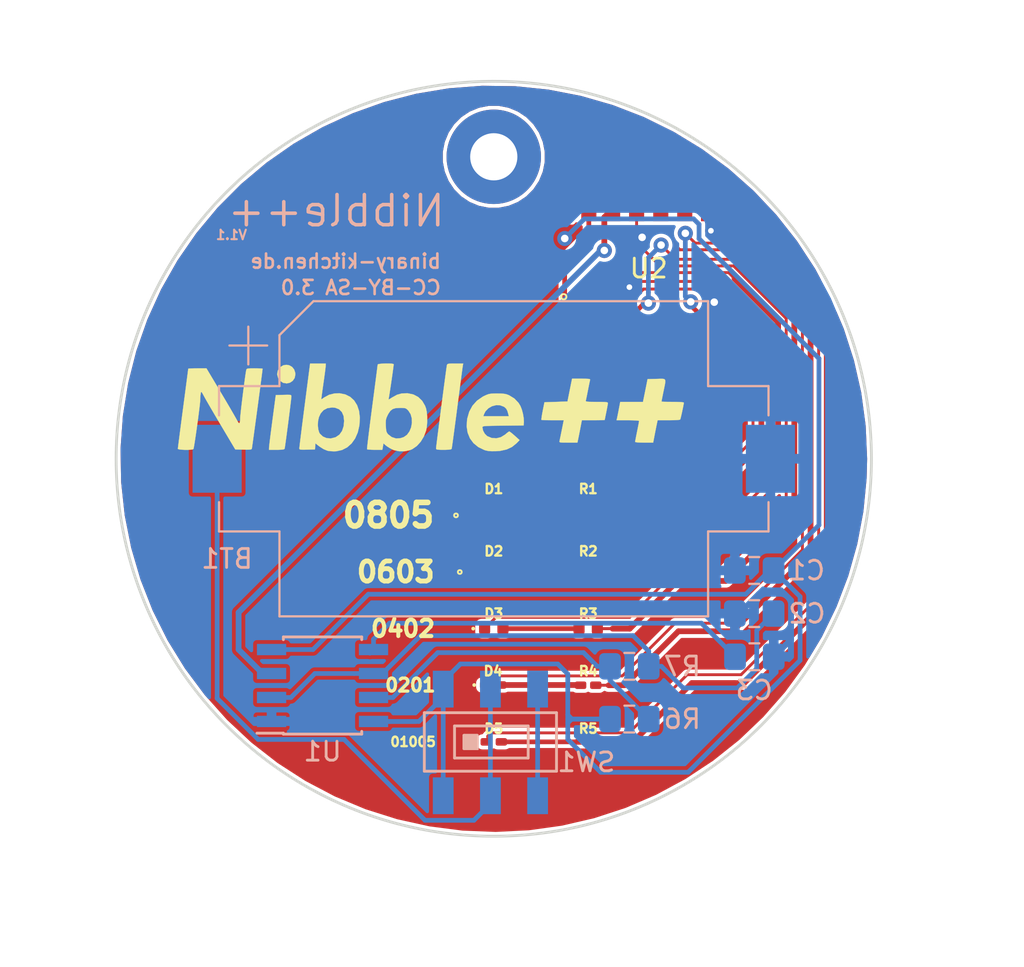
<source format=kicad_pcb>
(kicad_pcb (version 20171130) (host pcbnew 5.0.1)

  (general
    (thickness 1.6)
    (drawings 72)
    (tracks 259)
    (zones 0)
    (modules 22)
    (nets 25)
  )

  (page A4)
  (layers
    (0 F.Cu signal)
    (31 B.Cu signal)
    (32 B.Adhes user)
    (33 F.Adhes user)
    (34 B.Paste user)
    (35 F.Paste user)
    (36 B.SilkS user)
    (37 F.SilkS user)
    (38 B.Mask user)
    (39 F.Mask user)
    (40 Dwgs.User user)
    (41 Cmts.User user)
    (42 Eco1.User user)
    (43 Eco2.User user)
    (44 Edge.Cuts user)
    (45 Margin user)
    (46 B.CrtYd user)
    (47 F.CrtYd user)
    (48 B.Fab user)
    (49 F.Fab user)
  )

  (setup
    (last_trace_width 0.25)
    (user_trace_width 0.1524)
    (user_trace_width 0.2286)
    (user_trace_width 0.3048)
    (user_trace_width 0.508)
    (user_trace_width 1.27)
    (user_trace_width 2.54)
    (trace_clearance 0.2)
    (zone_clearance 0.1524)
    (zone_45_only no)
    (trace_min 0.1524)
    (segment_width 0.2286)
    (edge_width 0.15)
    (via_size 0.8)
    (via_drill 0.4)
    (via_min_size 0.6048)
    (via_min_drill 0.3)
    (user_via 0.6048 0.3)
    (uvia_size 0.3)
    (uvia_drill 0.1)
    (uvias_allowed no)
    (uvia_min_size 0.2)
    (uvia_min_drill 0.1)
    (pcb_text_width 0.3)
    (pcb_text_size 1.5 1.5)
    (mod_edge_width 0.15)
    (mod_text_size 1 1)
    (mod_text_width 0.15)
    (pad_size 5 5)
    (pad_drill 2.5)
    (pad_to_mask_clearance 0.0508)
    (solder_mask_min_width 0.0508)
    (aux_axis_origin 0 0)
    (visible_elements 7FFFFFFF)
    (pcbplotparams
      (layerselection 0x010fc_ffffffff)
      (usegerberextensions false)
      (usegerberattributes false)
      (usegerberadvancedattributes false)
      (creategerberjobfile false)
      (excludeedgelayer true)
      (linewidth 0.100000)
      (plotframeref false)
      (viasonmask false)
      (mode 1)
      (useauxorigin false)
      (hpglpennumber 1)
      (hpglpenspeed 20)
      (hpglpendiameter 15.000000)
      (psnegative false)
      (psa4output false)
      (plotreference true)
      (plotvalue true)
      (plotinvisibletext false)
      (padsonsilk false)
      (subtractmaskfromsilk false)
      (outputformat 1)
      (mirror false)
      (drillshape 0)
      (scaleselection 1)
      (outputdirectory "gerber/"))
  )

  (net 0 "")
  (net 1 GND)
  (net 2 +3V3)
  (net 3 VS)
  (net 4 "Net-(C2-Pad2)")
  (net 5 "Net-(C3-Pad1)")
  (net 6 "Net-(D1-Pad2)")
  (net 7 "Net-(D2-Pad2)")
  (net 8 "Net-(D3-Pad2)")
  (net 9 "Net-(D4-Pad2)")
  (net 10 "Net-(D5-Pad2)")
  (net 11 "Net-(R1-Pad2)")
  (net 12 "Net-(R2-Pad2)")
  (net 13 "Net-(R3-Pad2)")
  (net 14 "Net-(R4-Pad2)")
  (net 15 "Net-(R5-Pad2)")
  (net 16 "Net-(R6-Pad2)")
  (net 17 "Net-(SW1-Pad3)")
  (net 18 "Net-(U1-Pad3)")
  (net 19 "Net-(U2-Pad1)")
  (net 20 "Net-(U2-Pad5)")
  (net 21 "Net-(U2-Pad6)")
  (net 22 "Net-(U2-Pad9)")
  (net 23 "Net-(U2-Pad11)")
  (net 24 "Net-(U2-Pad12)")

  (net_class Default "This is the default net class."
    (clearance 0.2)
    (trace_width 0.25)
    (via_dia 0.8)
    (via_drill 0.4)
    (uvia_dia 0.3)
    (uvia_drill 0.1)
    (add_net +3V3)
    (add_net GND)
    (add_net "Net-(C2-Pad2)")
    (add_net "Net-(C3-Pad1)")
    (add_net "Net-(D1-Pad2)")
    (add_net "Net-(D2-Pad2)")
    (add_net "Net-(D3-Pad2)")
    (add_net "Net-(D4-Pad2)")
    (add_net "Net-(D5-Pad2)")
    (add_net "Net-(R1-Pad2)")
    (add_net "Net-(R2-Pad2)")
    (add_net "Net-(R3-Pad2)")
    (add_net "Net-(R4-Pad2)")
    (add_net "Net-(R5-Pad2)")
    (add_net "Net-(R6-Pad2)")
    (add_net "Net-(SW1-Pad3)")
    (add_net "Net-(U1-Pad3)")
    (add_net "Net-(U2-Pad1)")
    (add_net "Net-(U2-Pad11)")
    (add_net "Net-(U2-Pad12)")
    (add_net "Net-(U2-Pad5)")
    (add_net "Net-(U2-Pad6)")
    (add_net "Net-(U2-Pad9)")
    (add_net VS)
  )

  (module nibble++:R_0603_1608Metric_Pad1.05x0.95mm_HandSolder (layer F.Cu) (tedit 5C33905A) (tstamp 5BF5F852)
    (at 105 106)
    (descr "Resistor SMD 0603 (1608 Metric), square (rectangular) end terminal, IPC_7351 nominal with elongated pad for handsoldering. (Body size source: http://www.tortai-tech.com/upload/download/2011102023233369053.pdf), generated with kicad-footprint-generator")
    (tags "resistor handsolder")
    (path /5BE42FCF)
    (attr smd)
    (fp_text reference R2 (at 0 -1.098) (layer F.SilkS)
      (effects (font (size 0.5 0.5) (thickness 0.125)))
    )
    (fp_text value "100 Ohm" (at 0 1.43) (layer F.Fab)
      (effects (font (size 1 1) (thickness 0.15)))
    )
    (fp_line (start -0.8 0.4) (end -0.8 -0.4) (layer F.Fab) (width 0.1))
    (fp_line (start -0.8 -0.4) (end 0.8 -0.4) (layer F.Fab) (width 0.1))
    (fp_line (start 0.8 -0.4) (end 0.8 0.4) (layer F.Fab) (width 0.1))
    (fp_line (start 0.8 0.4) (end -0.8 0.4) (layer F.Fab) (width 0.1))
    (fp_line (start -1.65 0.73) (end -1.65 -0.73) (layer F.CrtYd) (width 0.05))
    (fp_line (start -1.65 -0.73) (end 1.65 -0.73) (layer F.CrtYd) (width 0.05))
    (fp_line (start 1.65 -0.73) (end 1.65 0.73) (layer F.CrtYd) (width 0.05))
    (fp_line (start 1.65 0.73) (end -1.65 0.73) (layer F.CrtYd) (width 0.05))
    (fp_text user %R (at 0 0) (layer F.Fab)
      (effects (font (size 0.4 0.4) (thickness 0.06)))
    )
    (pad 1 smd roundrect (at -0.875 0) (size 1.05 0.95) (layers F.Cu F.Paste F.Mask) (roundrect_rratio 0.25)
      (net 7 "Net-(D2-Pad2)"))
    (pad 2 smd roundrect (at 0.875 0) (size 1.05 0.95) (layers F.Cu F.Paste F.Mask) (roundrect_rratio 0.25)
      (net 12 "Net-(R2-Pad2)"))
    (model ${KISYS3DMOD}/Resistor_SMD.3dshapes/R_0603_1608Metric.wrl
      (at (xyz 0 0 0))
      (scale (xyz 1 1 1))
      (rotate (xyz 0 0 0))
    )
  )

  (module nibble++:R_0805_2012Metric_Pad1.15x1.40mm_HandSolder (layer F.Cu) (tedit 5C339056) (tstamp 5BF5F842)
    (at 105 103)
    (descr "Resistor SMD 0805 (2012 Metric), square (rectangular) end terminal, IPC_7351 nominal with elongated pad for handsoldering. (Body size source: https://docs.google.com/spreadsheets/d/1BsfQQcO9C6DZCsRaXUlFlo91Tg2WpOkGARC1WS5S8t0/edit?usp=sharing), generated with kicad-footprint-generator")
    (tags "resistor handsolder")
    (path /5BE42EB9)
    (attr smd)
    (fp_text reference R1 (at 0 -1.4) (layer F.SilkS)
      (effects (font (size 0.5 0.5) (thickness 0.125)))
    )
    (fp_text value "100 Ohm" (at 0 1.65) (layer F.Fab)
      (effects (font (size 1 1) (thickness 0.15)))
    )
    (fp_line (start -1 0.6) (end -1 -0.6) (layer F.Fab) (width 0.1))
    (fp_line (start -1 -0.6) (end 1 -0.6) (layer F.Fab) (width 0.1))
    (fp_line (start 1 -0.6) (end 1 0.6) (layer F.Fab) (width 0.1))
    (fp_line (start 1 0.6) (end -1 0.6) (layer F.Fab) (width 0.1))
    (fp_line (start -1.85 0.95) (end -1.85 -0.95) (layer F.CrtYd) (width 0.05))
    (fp_line (start -1.85 -0.95) (end 1.85 -0.95) (layer F.CrtYd) (width 0.05))
    (fp_line (start 1.85 -0.95) (end 1.85 0.95) (layer F.CrtYd) (width 0.05))
    (fp_line (start 1.85 0.95) (end -1.85 0.95) (layer F.CrtYd) (width 0.05))
    (fp_text user %R (at 0 0) (layer F.Fab)
      (effects (font (size 0.5 0.5) (thickness 0.08)))
    )
    (pad 1 smd roundrect (at -1.025 0) (size 1.15 1.4) (layers F.Cu F.Paste F.Mask) (roundrect_rratio 0.217391)
      (net 6 "Net-(D1-Pad2)"))
    (pad 2 smd roundrect (at 1.025 0) (size 1.15 1.4) (layers F.Cu F.Paste F.Mask) (roundrect_rratio 0.217391)
      (net 11 "Net-(R1-Pad2)"))
    (model ${KISYS3DMOD}/Resistor_SMD.3dshapes/R_0805_2012Metric.wrl
      (at (xyz 0 0 0))
      (scale (xyz 1 1 1))
      (rotate (xyz 0 0 0))
    )
  )

  (module Capacitor_SMD:C_0805_2012Metric_Pad1.15x1.40mm_HandSolder (layer B.Cu) (tedit 5B36C52B) (tstamp 5BFEB8A4)
    (at 113.792 105.918)
    (descr "Capacitor SMD 0805 (2012 Metric), square (rectangular) end terminal, IPC_7351 nominal with elongated pad for handsoldering. (Body size source: https://docs.google.com/spreadsheets/d/1BsfQQcO9C6DZCsRaXUlFlo91Tg2WpOkGARC1WS5S8t0/edit?usp=sharing), generated with kicad-footprint-generator")
    (tags "capacitor handsolder")
    (path /5BE454FE)
    (attr smd)
    (fp_text reference C1 (at 2.7686 0) (layer B.SilkS)
      (effects (font (size 1 1) (thickness 0.15)) (justify mirror))
    )
    (fp_text value 100n (at 0 -1.65) (layer B.Fab)
      (effects (font (size 1 1) (thickness 0.15)) (justify mirror))
    )
    (fp_text user %R (at 0 0) (layer B.Fab)
      (effects (font (size 0.5 0.5) (thickness 0.08)) (justify mirror))
    )
    (fp_line (start 1.85 -0.95) (end -1.85 -0.95) (layer B.CrtYd) (width 0.05))
    (fp_line (start 1.85 0.95) (end 1.85 -0.95) (layer B.CrtYd) (width 0.05))
    (fp_line (start -1.85 0.95) (end 1.85 0.95) (layer B.CrtYd) (width 0.05))
    (fp_line (start -1.85 -0.95) (end -1.85 0.95) (layer B.CrtYd) (width 0.05))
    (fp_line (start -0.261252 -0.71) (end 0.261252 -0.71) (layer B.SilkS) (width 0.12))
    (fp_line (start -0.261252 0.71) (end 0.261252 0.71) (layer B.SilkS) (width 0.12))
    (fp_line (start 1 -0.6) (end -1 -0.6) (layer B.Fab) (width 0.1))
    (fp_line (start 1 0.6) (end 1 -0.6) (layer B.Fab) (width 0.1))
    (fp_line (start -1 0.6) (end 1 0.6) (layer B.Fab) (width 0.1))
    (fp_line (start -1 -0.6) (end -1 0.6) (layer B.Fab) (width 0.1))
    (pad 2 smd roundrect (at 1.025 0) (size 1.15 1.4) (layers B.Cu B.Paste B.Mask) (roundrect_rratio 0.217391)
      (net 3 VS))
    (pad 1 smd roundrect (at -1.025 0) (size 1.15 1.4) (layers B.Cu B.Paste B.Mask) (roundrect_rratio 0.217391)
      (net 1 GND))
    (model ${KISYS3DMOD}/Capacitor_SMD.3dshapes/C_0805_2012Metric.wrl
      (at (xyz 0 0 0))
      (scale (xyz 1 1 1))
      (rotate (xyz 0 0 0))
    )
  )

  (module Capacitor_SMD:C_0805_2012Metric_Pad1.15x1.40mm_HandSolder (layer B.Cu) (tedit 5B36C52B) (tstamp 5BFEB8B5)
    (at 113.792 108.204)
    (descr "Capacitor SMD 0805 (2012 Metric), square (rectangular) end terminal, IPC_7351 nominal with elongated pad for handsoldering. (Body size source: https://docs.google.com/spreadsheets/d/1BsfQQcO9C6DZCsRaXUlFlo91Tg2WpOkGARC1WS5S8t0/edit?usp=sharing), generated with kicad-footprint-generator")
    (tags "capacitor handsolder")
    (path /5BE5CF5C)
    (attr smd)
    (fp_text reference C2 (at 2.794 0) (layer B.SilkS)
      (effects (font (size 1 1) (thickness 0.15)) (justify mirror))
    )
    (fp_text value "1µ F" (at 0 -1.65) (layer B.Fab)
      (effects (font (size 1 1) (thickness 0.15)) (justify mirror))
    )
    (fp_text user %R (at 0 0) (layer B.Fab)
      (effects (font (size 0.5 0.5) (thickness 0.08)) (justify mirror))
    )
    (fp_line (start 1.85 -0.95) (end -1.85 -0.95) (layer B.CrtYd) (width 0.05))
    (fp_line (start 1.85 0.95) (end 1.85 -0.95) (layer B.CrtYd) (width 0.05))
    (fp_line (start -1.85 0.95) (end 1.85 0.95) (layer B.CrtYd) (width 0.05))
    (fp_line (start -1.85 -0.95) (end -1.85 0.95) (layer B.CrtYd) (width 0.05))
    (fp_line (start -0.261252 -0.71) (end 0.261252 -0.71) (layer B.SilkS) (width 0.12))
    (fp_line (start -0.261252 0.71) (end 0.261252 0.71) (layer B.SilkS) (width 0.12))
    (fp_line (start 1 -0.6) (end -1 -0.6) (layer B.Fab) (width 0.1))
    (fp_line (start 1 0.6) (end 1 -0.6) (layer B.Fab) (width 0.1))
    (fp_line (start -1 0.6) (end 1 0.6) (layer B.Fab) (width 0.1))
    (fp_line (start -1 -0.6) (end -1 0.6) (layer B.Fab) (width 0.1))
    (pad 2 smd roundrect (at 1.025 0) (size 1.15 1.4) (layers B.Cu B.Paste B.Mask) (roundrect_rratio 0.217391)
      (net 4 "Net-(C2-Pad2)"))
    (pad 1 smd roundrect (at -1.025 0) (size 1.15 1.4) (layers B.Cu B.Paste B.Mask) (roundrect_rratio 0.217391)
      (net 1 GND))
    (model ${KISYS3DMOD}/Capacitor_SMD.3dshapes/C_0805_2012Metric.wrl
      (at (xyz 0 0 0))
      (scale (xyz 1 1 1))
      (rotate (xyz 0 0 0))
    )
  )

  (module Capacitor_SMD:C_0805_2012Metric_Pad1.15x1.40mm_HandSolder (layer B.Cu) (tedit 5B36C52B) (tstamp 5BFEB8C6)
    (at 113.801 110.49)
    (descr "Capacitor SMD 0805 (2012 Metric), square (rectangular) end terminal, IPC_7351 nominal with elongated pad for handsoldering. (Body size source: https://docs.google.com/spreadsheets/d/1BsfQQcO9C6DZCsRaXUlFlo91Tg2WpOkGARC1WS5S8t0/edit?usp=sharing), generated with kicad-footprint-generator")
    (tags "capacitor handsolder")
    (path /5BE5B433)
    (attr smd)
    (fp_text reference C3 (at -0.009 1.778) (layer B.SilkS)
      (effects (font (size 1 1) (thickness 0.15)) (justify mirror))
    )
    (fp_text value "100n F" (at 0 -1.65) (layer B.Fab)
      (effects (font (size 1 1) (thickness 0.15)) (justify mirror))
    )
    (fp_text user %R (at 0 0) (layer B.Fab)
      (effects (font (size 0.5 0.5) (thickness 0.08)) (justify mirror))
    )
    (fp_line (start 1.85 -0.95) (end -1.85 -0.95) (layer B.CrtYd) (width 0.05))
    (fp_line (start 1.85 0.95) (end 1.85 -0.95) (layer B.CrtYd) (width 0.05))
    (fp_line (start -1.85 0.95) (end 1.85 0.95) (layer B.CrtYd) (width 0.05))
    (fp_line (start -1.85 -0.95) (end -1.85 0.95) (layer B.CrtYd) (width 0.05))
    (fp_line (start -0.261252 -0.71) (end 0.261252 -0.71) (layer B.SilkS) (width 0.12))
    (fp_line (start -0.261252 0.71) (end 0.261252 0.71) (layer B.SilkS) (width 0.12))
    (fp_line (start 1 -0.6) (end -1 -0.6) (layer B.Fab) (width 0.1))
    (fp_line (start 1 0.6) (end 1 -0.6) (layer B.Fab) (width 0.1))
    (fp_line (start -1 0.6) (end 1 0.6) (layer B.Fab) (width 0.1))
    (fp_line (start -1 -0.6) (end -1 0.6) (layer B.Fab) (width 0.1))
    (pad 2 smd roundrect (at 1.025 0) (size 1.15 1.4) (layers B.Cu B.Paste B.Mask) (roundrect_rratio 0.217391)
      (net 1 GND))
    (pad 1 smd roundrect (at -1.025 0) (size 1.15 1.4) (layers B.Cu B.Paste B.Mask) (roundrect_rratio 0.217391)
      (net 5 "Net-(C3-Pad1)"))
    (model ${KISYS3DMOD}/Capacitor_SMD.3dshapes/C_0805_2012Metric.wrl
      (at (xyz 0 0 0))
      (scale (xyz 1 1 1))
      (rotate (xyz 0 0 0))
    )
  )

  (module LED_SMD:LED_0402_1005Metric (layer F.Cu) (tedit 5C339062) (tstamp 5BFEB8FE)
    (at 100 109)
    (descr "LED SMD 0402 (1005 Metric), square (rectangular) end terminal, IPC_7351 nominal, (Body size source: http://www.tortai-tech.com/upload/download/2011102023233369053.pdf), generated with kicad-footprint-generator")
    (tags LED)
    (path /5BE42E12)
    (attr smd)
    (fp_text reference D3 (at 0 -0.796) (layer F.SilkS)
      (effects (font (size 0.5 0.5) (thickness 0.125)))
    )
    (fp_text value "0402 LED Yellow" (at 0 1.17) (layer F.Fab)
      (effects (font (size 1 1) (thickness 0.15)))
    )
    (fp_text user %R (at 0 0) (layer F.Fab)
      (effects (font (size 0.25 0.25) (thickness 0.04)))
    )
    (fp_line (start 0.93 0.47) (end -0.93 0.47) (layer F.CrtYd) (width 0.05))
    (fp_line (start 0.93 -0.47) (end 0.93 0.47) (layer F.CrtYd) (width 0.05))
    (fp_line (start -0.93 -0.47) (end 0.93 -0.47) (layer F.CrtYd) (width 0.05))
    (fp_line (start -0.93 0.47) (end -0.93 -0.47) (layer F.CrtYd) (width 0.05))
    (fp_line (start -0.3 0.25) (end -0.3 -0.25) (layer F.Fab) (width 0.1))
    (fp_line (start -0.4 0.25) (end -0.4 -0.25) (layer F.Fab) (width 0.1))
    (fp_line (start 0.5 0.25) (end -0.5 0.25) (layer F.Fab) (width 0.1))
    (fp_line (start 0.5 -0.25) (end 0.5 0.25) (layer F.Fab) (width 0.1))
    (fp_line (start -0.5 -0.25) (end 0.5 -0.25) (layer F.Fab) (width 0.1))
    (fp_line (start -0.5 0.25) (end -0.5 -0.25) (layer F.Fab) (width 0.1))
    (fp_circle (center -1.09 0) (end -1.04 0) (layer F.SilkS) (width 0.1))
    (pad 2 smd roundrect (at 0.485 0) (size 0.59 0.64) (layers F.Cu F.Paste F.Mask) (roundrect_rratio 0.25)
      (net 8 "Net-(D3-Pad2)"))
    (pad 1 smd roundrect (at -0.485 0) (size 0.59 0.64) (layers F.Cu F.Paste F.Mask) (roundrect_rratio 0.25)
      (net 1 GND))
    (model ${KISYS3DMOD}/LED_SMD.3dshapes/LED_0402_1005Metric.wrl
      (at (xyz 0 0 0))
      (scale (xyz 1 1 1))
      (rotate (xyz 0 0 0))
    )
  )

  (module Resistor_SMD:R_0805_2012Metric_Pad1.15x1.40mm_HandSolder (layer B.Cu) (tedit 5B36C52B) (tstamp 5BFEB995)
    (at 107.179 113.792)
    (descr "Resistor SMD 0805 (2012 Metric), square (rectangular) end terminal, IPC_7351 nominal with elongated pad for handsoldering. (Body size source: https://docs.google.com/spreadsheets/d/1BsfQQcO9C6DZCsRaXUlFlo91Tg2WpOkGARC1WS5S8t0/edit?usp=sharing), generated with kicad-footprint-generator")
    (tags "resistor handsolder")
    (path /5BE5B548)
    (attr smd)
    (fp_text reference R6 (at 2.803 0) (layer B.SilkS)
      (effects (font (size 1 1) (thickness 0.15)) (justify mirror))
    )
    (fp_text value "100k Ohm" (at 0 -1.65) (layer B.Fab)
      (effects (font (size 1 1) (thickness 0.15)) (justify mirror))
    )
    (fp_text user %R (at 0 0) (layer B.Fab)
      (effects (font (size 0.5 0.5) (thickness 0.08)) (justify mirror))
    )
    (fp_line (start 1.85 -0.95) (end -1.85 -0.95) (layer B.CrtYd) (width 0.05))
    (fp_line (start 1.85 0.95) (end 1.85 -0.95) (layer B.CrtYd) (width 0.05))
    (fp_line (start -1.85 0.95) (end 1.85 0.95) (layer B.CrtYd) (width 0.05))
    (fp_line (start -1.85 -0.95) (end -1.85 0.95) (layer B.CrtYd) (width 0.05))
    (fp_line (start -0.261252 -0.71) (end 0.261252 -0.71) (layer B.SilkS) (width 0.12))
    (fp_line (start -0.261252 0.71) (end 0.261252 0.71) (layer B.SilkS) (width 0.12))
    (fp_line (start 1 -0.6) (end -1 -0.6) (layer B.Fab) (width 0.1))
    (fp_line (start 1 0.6) (end 1 -0.6) (layer B.Fab) (width 0.1))
    (fp_line (start -1 0.6) (end 1 0.6) (layer B.Fab) (width 0.1))
    (fp_line (start -1 -0.6) (end -1 0.6) (layer B.Fab) (width 0.1))
    (pad 2 smd roundrect (at 1.025 0) (size 1.15 1.4) (layers B.Cu B.Paste B.Mask) (roundrect_rratio 0.217391)
      (net 16 "Net-(R6-Pad2)"))
    (pad 1 smd roundrect (at -1.025 0) (size 1.15 1.4) (layers B.Cu B.Paste B.Mask) (roundrect_rratio 0.217391)
      (net 3 VS))
    (model ${KISYS3DMOD}/Resistor_SMD.3dshapes/R_0805_2012Metric.wrl
      (at (xyz 0 0 0))
      (scale (xyz 1 1 1))
      (rotate (xyz 0 0 0))
    )
  )

  (module Resistor_SMD:R_0805_2012Metric_Pad1.15x1.40mm_HandSolder (layer B.Cu) (tedit 5B36C52B) (tstamp 5BFEB9A6)
    (at 107.179 110.998)
    (descr "Resistor SMD 0805 (2012 Metric), square (rectangular) end terminal, IPC_7351 nominal with elongated pad for handsoldering. (Body size source: https://docs.google.com/spreadsheets/d/1BsfQQcO9C6DZCsRaXUlFlo91Tg2WpOkGARC1WS5S8t0/edit?usp=sharing), generated with kicad-footprint-generator")
    (tags "resistor handsolder")
    (path /5BE5B5C6)
    (attr smd)
    (fp_text reference R7 (at 2.803 0) (layer B.SilkS)
      (effects (font (size 1 1) (thickness 0.15)) (justify mirror))
    )
    (fp_text value "100k Ohm" (at 0 -1.65) (layer B.Fab)
      (effects (font (size 1 1) (thickness 0.15)) (justify mirror))
    )
    (fp_text user %R (at 0 0) (layer B.Fab)
      (effects (font (size 0.5 0.5) (thickness 0.08)) (justify mirror))
    )
    (fp_line (start 1.85 -0.95) (end -1.85 -0.95) (layer B.CrtYd) (width 0.05))
    (fp_line (start 1.85 0.95) (end 1.85 -0.95) (layer B.CrtYd) (width 0.05))
    (fp_line (start -1.85 0.95) (end 1.85 0.95) (layer B.CrtYd) (width 0.05))
    (fp_line (start -1.85 -0.95) (end -1.85 0.95) (layer B.CrtYd) (width 0.05))
    (fp_line (start -0.261252 -0.71) (end 0.261252 -0.71) (layer B.SilkS) (width 0.12))
    (fp_line (start -0.261252 0.71) (end 0.261252 0.71) (layer B.SilkS) (width 0.12))
    (fp_line (start 1 -0.6) (end -1 -0.6) (layer B.Fab) (width 0.1))
    (fp_line (start 1 0.6) (end 1 -0.6) (layer B.Fab) (width 0.1))
    (fp_line (start -1 0.6) (end 1 0.6) (layer B.Fab) (width 0.1))
    (fp_line (start -1 -0.6) (end -1 0.6) (layer B.Fab) (width 0.1))
    (pad 2 smd roundrect (at 1.025 0) (size 1.15 1.4) (layers B.Cu B.Paste B.Mask) (roundrect_rratio 0.217391)
      (net 4 "Net-(C2-Pad2)"))
    (pad 1 smd roundrect (at -1.025 0) (size 1.15 1.4) (layers B.Cu B.Paste B.Mask) (roundrect_rratio 0.217391)
      (net 16 "Net-(R6-Pad2)"))
    (model ${KISYS3DMOD}/Resistor_SMD.3dshapes/R_0805_2012Metric.wrl
      (at (xyz 0 0 0))
      (scale (xyz 1 1 1))
      (rotate (xyz 0 0 0))
    )
  )

  (module Package_SO:SOIC-8_3.9x4.9mm_P1.27mm (layer B.Cu) (tedit 5A02F2D3) (tstamp 5BFEB9DA)
    (at 90.932 112.014)
    (descr "8-Lead Plastic Small Outline (SN) - Narrow, 3.90 mm Body [SOIC] (see Microchip Packaging Specification 00000049BS.pdf)")
    (tags "SOIC 1.27")
    (path /5BE42C40)
    (attr smd)
    (fp_text reference U1 (at 0 3.5) (layer B.SilkS)
      (effects (font (size 1 1) (thickness 0.15)) (justify mirror))
    )
    (fp_text value NE555 (at 0 -3.5) (layer B.Fab)
      (effects (font (size 1 1) (thickness 0.15)) (justify mirror))
    )
    (fp_line (start -2.075 2.525) (end -3.475 2.525) (layer B.SilkS) (width 0.15))
    (fp_line (start -2.075 -2.575) (end 2.075 -2.575) (layer B.SilkS) (width 0.15))
    (fp_line (start -2.075 2.575) (end 2.075 2.575) (layer B.SilkS) (width 0.15))
    (fp_line (start -2.075 -2.575) (end -2.075 -2.43) (layer B.SilkS) (width 0.15))
    (fp_line (start 2.075 -2.575) (end 2.075 -2.43) (layer B.SilkS) (width 0.15))
    (fp_line (start 2.075 2.575) (end 2.075 2.43) (layer B.SilkS) (width 0.15))
    (fp_line (start -2.075 2.575) (end -2.075 2.525) (layer B.SilkS) (width 0.15))
    (fp_line (start -3.73 -2.7) (end 3.73 -2.7) (layer B.CrtYd) (width 0.05))
    (fp_line (start -3.73 2.7) (end 3.73 2.7) (layer B.CrtYd) (width 0.05))
    (fp_line (start 3.73 2.7) (end 3.73 -2.7) (layer B.CrtYd) (width 0.05))
    (fp_line (start -3.73 2.7) (end -3.73 -2.7) (layer B.CrtYd) (width 0.05))
    (fp_line (start -1.95 1.45) (end -0.95 2.45) (layer B.Fab) (width 0.1))
    (fp_line (start -1.95 -2.45) (end -1.95 1.45) (layer B.Fab) (width 0.1))
    (fp_line (start 1.95 -2.45) (end -1.95 -2.45) (layer B.Fab) (width 0.1))
    (fp_line (start 1.95 2.45) (end 1.95 -2.45) (layer B.Fab) (width 0.1))
    (fp_line (start -0.95 2.45) (end 1.95 2.45) (layer B.Fab) (width 0.1))
    (fp_text user %R (at 0 0) (layer B.Fab)
      (effects (font (size 1 1) (thickness 0.15)) (justify mirror))
    )
    (pad 8 smd rect (at 2.7 1.905) (size 1.55 0.6) (layers B.Cu B.Paste B.Mask)
      (net 3 VS))
    (pad 7 smd rect (at 2.7 0.635) (size 1.55 0.6) (layers B.Cu B.Paste B.Mask)
      (net 16 "Net-(R6-Pad2)"))
    (pad 6 smd rect (at 2.7 -0.635) (size 1.55 0.6) (layers B.Cu B.Paste B.Mask)
      (net 4 "Net-(C2-Pad2)"))
    (pad 5 smd rect (at 2.7 -1.905) (size 1.55 0.6) (layers B.Cu B.Paste B.Mask)
      (net 5 "Net-(C3-Pad1)"))
    (pad 4 smd rect (at -2.7 -1.905) (size 1.55 0.6) (layers B.Cu B.Paste B.Mask)
      (net 3 VS))
    (pad 3 smd rect (at -2.7 -0.635) (size 1.55 0.6) (layers B.Cu B.Paste B.Mask)
      (net 18 "Net-(U1-Pad3)"))
    (pad 2 smd rect (at -2.7 0.635) (size 1.55 0.6) (layers B.Cu B.Paste B.Mask)
      (net 4 "Net-(C2-Pad2)"))
    (pad 1 smd rect (at -2.7 1.905) (size 1.55 0.6) (layers B.Cu B.Paste B.Mask)
      (net 1 GND))
    (model ${KISYS3DMOD}/Package_SO.3dshapes/SOIC-8_3.9x4.9mm_P1.27mm.wrl
      (at (xyz 0 0 0))
      (scale (xyz 1 1 1))
      (rotate (xyz 0 0 0))
    )
  )

  (module MountingHole:MountingHole_2.5mm_Pad locked (layer F.Cu) (tedit 56D1B4CB) (tstamp 5BFECEDF)
    (at 100 84)
    (descr "Mounting Hole 2.5mm")
    (tags "mounting hole 2.5mm")
    (attr virtual)
    (fp_text reference REF** (at 0 -3.5) (layer F.SilkS) hide
      (effects (font (size 1 1) (thickness 0.15)))
    )
    (fp_text value MountingHole_2.5mm_Pad (at 0 3.5) (layer F.Fab)
      (effects (font (size 1 1) (thickness 0.15)))
    )
    (fp_circle (center 0 0) (end 2.75 0) (layer F.CrtYd) (width 0.05))
    (fp_circle (center 0 0) (end 2.5 0) (layer Cmts.User) (width 0.15))
    (fp_text user %R (at 0.3 0) (layer F.Fab)
      (effects (font (size 1 1) (thickness 0.15)))
    )
    (pad 1 thru_hole circle (at 0 0) (size 5 5) (drill 2.5) (layers *.Cu *.Mask))
  )

  (module Resistor_SMD:R_0402_1005Metric (layer F.Cu) (tedit 5C339066) (tstamp 5C2E38B1)
    (at 105 109)
    (descr "Resistor SMD 0402 (1005 Metric), square (rectangular) end terminal, IPC_7351 nominal, (Body size source: http://www.tortai-tech.com/upload/download/2011102023233369053.pdf), generated with kicad-footprint-generator")
    (tags resistor)
    (path /5BE42FFD)
    (attr smd)
    (fp_text reference R3 (at 0 -0.796) (layer F.SilkS)
      (effects (font (size 0.5 0.5) (thickness 0.125)))
    )
    (fp_text value "100 Ohm" (at 0 1.17) (layer F.Fab)
      (effects (font (size 1 1) (thickness 0.15)))
    )
    (fp_text user %R (at 0 0) (layer F.Fab)
      (effects (font (size 0.25 0.25) (thickness 0.04)))
    )
    (fp_line (start 0.93 0.47) (end -0.93 0.47) (layer F.CrtYd) (width 0.05))
    (fp_line (start 0.93 -0.47) (end 0.93 0.47) (layer F.CrtYd) (width 0.05))
    (fp_line (start -0.93 -0.47) (end 0.93 -0.47) (layer F.CrtYd) (width 0.05))
    (fp_line (start -0.93 0.47) (end -0.93 -0.47) (layer F.CrtYd) (width 0.05))
    (fp_line (start 0.5 0.25) (end -0.5 0.25) (layer F.Fab) (width 0.1))
    (fp_line (start 0.5 -0.25) (end 0.5 0.25) (layer F.Fab) (width 0.1))
    (fp_line (start -0.5 -0.25) (end 0.5 -0.25) (layer F.Fab) (width 0.1))
    (fp_line (start -0.5 0.25) (end -0.5 -0.25) (layer F.Fab) (width 0.1))
    (pad 2 smd roundrect (at 0.485 0) (size 0.59 0.64) (layers F.Cu F.Paste F.Mask) (roundrect_rratio 0.25)
      (net 13 "Net-(R3-Pad2)"))
    (pad 1 smd roundrect (at -0.485 0) (size 0.59 0.64) (layers F.Cu F.Paste F.Mask) (roundrect_rratio 0.25)
      (net 8 "Net-(D3-Pad2)"))
    (model ${KISYS3DMOD}/Resistor_SMD.3dshapes/R_0402_1005Metric.wrl
      (at (xyz 0 0 0))
      (scale (xyz 1 1 1))
      (rotate (xyz 0 0 0))
    )
  )

  (module SMD-Challange:Nibble++ (layer F.Cu) (tedit 5BE895FE) (tstamp 5BE896F8)
    (at 96.647 97.282)
    (fp_text reference G*** (at 0 -5) (layer F.SilkS) hide
      (effects (font (size 1.524 1.524) (thickness 0.3)))
    )
    (fp_text value Nibble++ (at 0 -7.5) (layer F.SilkS) hide
      (effects (font (size 1.524 1.524) (thickness 0.3)))
    )
    (fp_poly (pts (xy -5.547893 -2.211917) (xy -5.554508 -2.134729) (xy -5.571605 -1.988903) (xy -5.597237 -1.789553)
      (xy -5.629456 -1.55179) (xy -5.666315 -1.290725) (xy -5.669303 -1.27) (xy -5.705438 -1.016543)
      (xy -5.736354 -0.793563) (xy -5.760343 -0.613896) (xy -5.775698 -0.49038) (xy -5.78071 -0.435853)
      (xy -5.780461 -0.434413) (xy -5.745161 -0.450569) (xy -5.666257 -0.503156) (xy -5.631314 -0.528444)
      (xy -5.368899 -0.671344) (xy -5.070426 -0.745953) (xy -4.808368 -0.751788) (xy -4.505607 -0.68995)
      (xy -4.248368 -0.560116) (xy -4.039955 -0.36768) (xy -3.883674 -0.118036) (xy -3.782829 0.18342)
      (xy -3.740726 0.531294) (xy -3.760671 0.920191) (xy -3.764837 0.951418) (xy -3.849168 1.320608)
      (xy -3.989284 1.641535) (xy -4.179131 1.908065) (xy -4.412659 2.114061) (xy -4.683816 2.253386)
      (xy -4.986548 2.319905) (xy -5.119291 2.324695) (xy -5.273339 2.316706) (xy -5.40856 2.300272)
      (xy -5.463472 2.288192) (xy -5.660421 2.207319) (xy -5.865744 2.076727) (xy -5.934607 2.02441)
      (xy -6.090715 1.902072) (xy -6.117167 2.2225) (xy -6.529917 2.234616) (xy -6.720439 2.238789)
      (xy -6.841778 2.236222) (xy -6.909304 2.224558) (xy -6.938386 2.201444) (xy -6.94436 2.171116)
      (xy -6.939386 2.115638) (xy -6.92447 1.984304) (xy -6.900618 1.785212) (xy -6.868837 1.52646)
      (xy -6.830133 1.216149) (xy -6.795801 0.943953) (xy -5.964664 0.943953) (xy -5.94383 1.154268)
      (xy -5.892753 1.325841) (xy -5.85818 1.385961) (xy -5.696636 1.539512) (xy -5.495451 1.625366)
      (xy -5.270017 1.640166) (xy -5.035724 1.580559) (xy -5.012312 1.570336) (xy -4.819671 1.438095)
      (xy -4.680637 1.242951) (xy -4.597469 0.989318) (xy -4.572236 0.70994) (xy -4.602309 0.44692)
      (xy -4.691371 0.241629) (xy -4.836658 0.097173) (xy -5.035408 0.016656) (xy -5.204197 0)
      (xy -5.455682 0.035063) (xy -5.659387 0.139991) (xy -5.814778 0.314392) (xy -5.909054 0.5187)
      (xy -5.953618 0.722797) (xy -5.964664 0.943953) (xy -6.795801 0.943953) (xy -6.785511 0.862378)
      (xy -6.735978 0.473244) (xy -6.68254 0.056848) (xy -6.660182 -0.116417) (xy -6.374312 -2.328333)
      (xy -5.545667 -2.328333) (xy -5.547893 -2.211917)) (layer F.SilkS) (width 0.01))
    (fp_poly (pts (xy -2.192554 -2.329372) (xy -2.058303 -2.321879) (xy -1.970149 -2.307342) (xy -1.947333 -2.29131)
      (xy -1.953261 -2.224899) (xy -1.969581 -2.093107) (xy -1.9941 -1.910839) (xy -2.024625 -1.692997)
      (xy -2.05896 -1.454484) (xy -2.094914 -1.210204) (xy -2.130291 -0.975058) (xy -2.162898 -0.763951)
      (xy -2.190541 -0.591785) (xy -2.211027 -0.473464) (xy -2.222161 -0.423889) (xy -2.222245 -0.423746)
      (xy -2.203621 -0.424661) (xy -2.131496 -0.46504) (xy -2.030199 -0.530379) (xy -1.772485 -0.672656)
      (xy -1.515154 -0.744096) (xy -1.227809 -0.752738) (xy -1.197602 -0.750565) (xy -0.902403 -0.687724)
      (xy -0.647303 -0.552831) (xy -0.439349 -0.351783) (xy -0.285592 -0.090477) (xy -0.232416 0.056944)
      (xy -0.194075 0.253657) (xy -0.174633 0.500713) (xy -0.174203 0.765899) (xy -0.192897 1.017002)
      (xy -0.228385 1.212842) (xy -0.345753 1.530787) (xy -0.513646 1.810853) (xy -0.721384 2.040029)
      (xy -0.958286 2.205305) (xy -1.08939 2.261654) (xy -1.365394 2.320424) (xy -1.653701 2.320895)
      (xy -1.922209 2.264217) (xy -2.010833 2.228655) (xy -2.1614 2.148581) (xy -2.303062 2.05766)
      (xy -2.356269 2.016849) (xy -2.490038 1.903893) (xy -2.547442 2.243667) (xy -2.943389 2.243667)
      (xy -3.117441 2.240488) (xy -3.256818 2.231958) (xy -3.341805 2.219588) (xy -3.358098 2.211917)
      (xy -3.356323 2.16504) (xy -3.344269 2.042152) (xy -3.322894 1.851157) (xy -3.293159 1.599961)
      (xy -3.256022 1.296468) (xy -3.212442 0.948584) (xy -3.191109 0.781451) (xy -2.368826 0.781451)
      (xy -2.364752 0.962595) (xy -2.36444 0.969526) (xy -2.352651 1.148554) (xy -2.332644 1.267381)
      (xy -2.297861 1.350456) (xy -2.2435 1.420331) (xy -2.054204 1.568226) (xy -1.836336 1.639164)
      (xy -1.600561 1.631217) (xy -1.414126 1.570402) (xy -1.243128 1.449152) (xy -1.111655 1.270264)
      (xy -1.023098 1.052667) (xy -0.980854 0.815295) (xy -0.988314 0.577078) (xy -1.048872 0.356949)
      (xy -1.164127 0.175789) (xy -1.241294 0.096078) (xy -1.308194 0.049905) (xy -1.391561 0.028122)
      (xy -1.51813 0.021581) (xy -1.615997 0.021167) (xy -1.837035 0.034118) (xy -1.998105 0.08171)
      (xy -2.121124 0.177049) (xy -2.228007 0.333243) (xy -2.269231 0.411842) (xy -2.326614 0.538573)
      (xy -2.357963 0.650943) (xy -2.368826 0.781451) (xy -3.191109 0.781451) (xy -3.163379 0.564215)
      (xy -3.109791 0.151266) (xy -3.08717 -0.021167) (xy -3.031588 -0.444268) (xy -2.979443 -0.842636)
      (xy -2.931769 -1.208262) (xy -2.889603 -1.533137) (xy -2.853979 -1.809252) (xy -2.825934 -2.0286)
      (xy -2.806501 -2.18317) (xy -2.796718 -2.264954) (xy -2.79574 -2.275417) (xy -2.756515 -2.297043)
      (xy -2.654882 -2.313658) (xy -2.512544 -2.324855) (xy -2.351201 -2.330228) (xy -2.192554 -2.329372)) (layer F.SilkS) (width 0.01))
    (fp_poly (pts (xy 3.749144 -0.73738) (xy 3.90575 -0.724374) (xy 4.029651 -0.697851) (xy 4.146735 -0.653844)
      (xy 4.169833 -0.643415) (xy 4.447972 -0.471817) (xy 4.665414 -0.241693) (xy 4.764019 -0.079953)
      (xy 4.838013 0.106118) (xy 4.898289 0.333546) (xy 4.937461 0.566198) (xy 4.94814 0.767942)
      (xy 4.945598 0.808228) (xy 4.931833 0.9525) (xy 3.84175 0.963798) (xy 3.510267 0.967453)
      (xy 3.253827 0.971271) (xy 3.062809 0.976104) (xy 2.927591 0.982805) (xy 2.838552 0.992227)
      (xy 2.786071 1.005223) (xy 2.760526 1.022646) (xy 2.752297 1.045347) (xy 2.751667 1.060408)
      (xy 2.786382 1.227505) (xy 2.876 1.391386) (xy 2.998731 1.513262) (xy 3.010155 1.520541)
      (xy 3.244437 1.616644) (xy 3.489477 1.633799) (xy 3.730085 1.573652) (xy 3.951073 1.437849)
      (xy 3.97628 1.415889) (xy 4.075121 1.332826) (xy 4.150707 1.280479) (xy 4.174964 1.271027)
      (xy 4.221843 1.298054) (xy 4.313279 1.368914) (xy 4.431784 1.469828) (xy 4.466167 1.500453)
      (xy 4.720167 1.728852) (xy 4.556172 1.898165) (xy 4.316851 2.092637) (xy 4.032183 2.225397)
      (xy 3.69449 2.299407) (xy 3.471333 2.316579) (xy 3.240718 2.318957) (xy 3.065729 2.305862)
      (xy 2.918263 2.274371) (xy 2.849026 2.251872) (xy 2.533511 2.099038) (xy 2.279107 1.890536)
      (xy 2.089257 1.63269) (xy 1.967405 1.331823) (xy 1.916996 0.99426) (xy 1.941474 0.626325)
      (xy 1.946854 0.595307) (xy 1.983876 0.465667) (xy 2.798404 0.465667) (xy 4.15028 0.465667)
      (xy 4.122108 0.34925) (xy 4.072388 0.179025) (xy 4.013301 0.066906) (xy 3.92892 -0.013416)
      (xy 3.885138 -0.042156) (xy 3.687254 -0.116641) (xy 3.471771 -0.122332) (xy 3.258234 -0.066516)
      (xy 3.066189 0.043517) (xy 2.915181 0.200479) (xy 2.839501 0.347776) (xy 2.798404 0.465667)
      (xy 1.983876 0.465667) (xy 2.052335 0.225947) (xy 2.224607 -0.092867) (xy 2.461584 -0.358297)
      (xy 2.761182 -0.567509) (xy 2.827619 -0.601956) (xy 2.965448 -0.666602) (xy 3.078888 -0.707363)
      (xy 3.195652 -0.729688) (xy 3.343455 -0.739027) (xy 3.533943 -0.740833) (xy 3.749144 -0.73738)) (layer F.SilkS) (width 0.01))
    (fp_poly (pts (xy -11.099786 -0.79375) (xy -10.917032 -0.486267) (xy -10.744389 -0.193683) (xy -10.58765 0.074024)
      (xy -10.452607 0.306878) (xy -10.345055 0.494901) (xy -10.270786 0.628116) (xy -10.239668 0.687599)
      (xy -10.173672 0.804251) (xy -10.125419 0.839979) (xy -10.093931 0.794063) (xy -10.078229 0.665786)
      (xy -10.075982 0.567378) (xy -10.070353 0.477976) (xy -10.05495 0.318858) (xy -10.031547 0.104185)
      (xy -10.001918 -0.151885) (xy -9.967838 -0.435191) (xy -9.93108 -0.731574) (xy -9.893421 -1.026874)
      (xy -9.856633 -1.306932) (xy -9.822491 -1.557587) (xy -9.792771 -1.764679) (xy -9.769245 -1.91405)
      (xy -9.756872 -1.979083) (xy -9.742259 -2.022442) (xy -9.711552 -2.050155) (xy -9.648476 -2.065711)
      (xy -9.536755 -2.072598) (xy -9.360116 -2.074306) (xy -9.312527 -2.074333) (xy -9.135003 -2.072346)
      (xy -8.994231 -2.066988) (xy -8.908148 -2.059166) (xy -8.89 -2.052989) (xy -8.895491 -1.999973)
      (xy -8.911086 -1.873428) (xy -8.935466 -1.683141) (xy -8.967314 -1.438905) (xy -9.005312 -1.150508)
      (xy -9.048141 -0.827739) (xy -9.094485 -0.480391) (xy -9.143024 -0.11825) (xy -9.192441 0.248891)
      (xy -9.241418 0.611244) (xy -9.288638 0.959018) (xy -9.332781 1.282424) (xy -9.372531 1.571672)
      (xy -9.406568 1.816972) (xy -9.433577 2.008534) (xy -9.452237 2.136568) (xy -9.461232 2.191285)
      (xy -9.461508 2.192239) (xy -9.495296 2.218138) (xy -9.581255 2.232878) (xy -9.730762 2.237536)
      (xy -9.909214 2.234572) (xy -10.337276 2.2225) (xy -11.079157 0.973667) (xy -11.262662 0.663838)
      (xy -11.439368 0.363747) (xy -11.602765 0.084581) (xy -11.746342 -0.162475) (xy -11.863587 -0.366232)
      (xy -11.947991 -0.515504) (xy -11.981226 -0.576259) (xy -12.060501 -0.723113) (xy -12.109818 -0.803583)
      (xy -12.138391 -0.826346) (xy -12.155437 -0.800078) (xy -12.166707 -0.750884) (xy -12.18193 -0.631681)
      (xy -12.191162 -0.476612) (xy -12.192391 -0.407458) (xy -12.198165 -0.315206) (xy -12.21411 -0.157989)
      (xy -12.238461 0.051411) (xy -12.26945 0.300214) (xy -12.305314 0.575639) (xy -12.344285 0.864904)
      (xy -12.384599 1.15523) (xy -12.42449 1.433836) (xy -12.462192 1.687941) (xy -12.495939 1.904763)
      (xy -12.523966 2.071524) (xy -12.544507 2.17544) (xy -12.553079 2.203349) (xy -12.605373 2.224972)
      (xy -12.715837 2.23876) (xy -12.862408 2.245054) (xy -13.023026 2.244194) (xy -13.175628 2.236519)
      (xy -13.298153 2.22237) (xy -13.368538 2.202087) (xy -13.377333 2.190639) (xy -13.371942 2.139335)
      (xy -13.356474 2.012342) (xy -13.33199 1.817902) (xy -13.299552 1.564258) (xy -13.260218 1.259652)
      (xy -13.21505 0.912325) (xy -13.165109 0.530521) (xy -13.111454 0.122481) (xy -13.102167 0.052061)
      (xy -13.048083 -0.358249) (xy -12.997521 -0.742615) (xy -12.951536 -1.092961) (xy -12.911181 -1.401214)
      (xy -12.877514 -1.659298) (xy -12.851588 -1.859137) (xy -12.834459 -1.992658) (xy -12.827182 -2.051785)
      (xy -12.827 -2.053911) (xy -12.787469 -2.061991) (xy -12.680076 -2.068561) (xy -12.521623 -2.072909)
      (xy -12.345337 -2.074333) (xy -11.863673 -2.074333) (xy -11.099786 -0.79375)) (layer F.SilkS) (width 0.01))
    (fp_poly (pts (xy -7.469295 -0.671751) (xy -7.40241 -0.661181) (xy -7.373243 -0.63812) (xy -7.366157 -0.599353)
      (xy -7.366 -0.583376) (xy -7.37132 -0.516101) (xy -7.38621 -0.379109) (xy -7.409063 -0.184816)
      (xy -7.438271 0.054365) (xy -7.47223 0.32602) (xy -7.509331 0.617735) (xy -7.547969 0.917096)
      (xy -7.586537 1.21169) (xy -7.623427 1.489101) (xy -7.657035 1.736916) (xy -7.685752 1.942721)
      (xy -7.707973 2.094103) (xy -7.72209 2.178647) (xy -7.725026 2.19075) (xy -7.767838 2.218388)
      (xy -7.877057 2.235522) (xy -8.060223 2.243098) (xy -8.147838 2.243667) (xy -8.551333 2.243667)
      (xy -8.548515 2.12725) (xy -8.542367 2.057544) (xy -8.526279 1.915087) (xy -8.501637 1.711035)
      (xy -8.469823 1.456542) (xy -8.432223 1.162764) (xy -8.390221 0.840857) (xy -8.368598 0.677333)
      (xy -8.1915 -0.656167) (xy -7.77875 -0.668283) (xy -7.58953 -0.673046) (xy -7.469295 -0.671751)) (layer F.SilkS) (width 0.01))
    (fp_poly (pts (xy 1.71275 -2.211917) (xy 1.703322 -2.147924) (xy 1.68416 -2.008471) (xy 1.65639 -1.802065)
      (xy 1.621142 -1.537213) (xy 1.57954 -1.222421) (xy 1.532713 -0.866197) (xy 1.481788 -0.477048)
      (xy 1.427891 -0.063481) (xy 1.416886 0.021167) (xy 1.362738 0.436009) (xy 1.31137 0.826015)
      (xy 1.263893 1.182999) (xy 1.221417 1.49878) (xy 1.185052 1.765174) (xy 1.155908 1.973998)
      (xy 1.135095 2.117069) (xy 1.123723 2.186203) (xy 1.122573 2.19075) (xy 1.079824 2.218383)
      (xy 0.970698 2.235517) (xy 0.787646 2.243095) (xy 0.699828 2.243667) (xy 0.510721 2.241894)
      (xy 0.39108 2.234781) (xy 0.325746 2.219632) (xy 0.29956 2.193755) (xy 0.296333 2.171956)
      (xy 0.301701 2.115436) (xy 0.316959 1.984758) (xy 0.340836 1.789694) (xy 0.372061 1.540014)
      (xy 0.409364 1.245488) (xy 0.451474 0.915889) (xy 0.497121 0.560985) (xy 0.545033 0.190549)
      (xy 0.593941 -0.18565) (xy 0.642574 -0.55784) (xy 0.689661 -0.916251) (xy 0.733931 -1.251113)
      (xy 0.774115 -1.552654) (xy 0.808941 -1.811104) (xy 0.837139 -2.016692) (xy 0.857438 -2.159647)
      (xy 0.868568 -2.230199) (xy 0.869169 -2.233083) (xy 0.883621 -2.276485) (xy 0.914234 -2.304206)
      (xy 0.97729 -2.31975) (xy 1.089073 -2.326616) (xy 1.265863 -2.328308) (xy 1.312081 -2.328333)
      (xy 1.73355 -2.328333) (xy 1.71275 -2.211917)) (layer F.SilkS) (width 0.01))
    (fp_poly (pts (xy 8.194804 -1.522949) (xy 8.332726 -1.518368) (xy 8.412914 -1.508115) (xy 8.44883 -1.490045)
      (xy 8.453934 -1.462017) (xy 8.451064 -1.449917) (xy 8.434655 -1.379709) (xy 8.406642 -1.24668)
      (xy 8.371227 -1.071187) (xy 8.339667 -0.910167) (xy 8.30132 -0.715066) (xy 8.266936 -0.545767)
      (xy 8.240716 -0.422625) (xy 8.228269 -0.370417) (xy 8.226073 -0.341113) (xy 8.247429 -0.320714)
      (xy 8.304671 -0.307628) (xy 8.410132 -0.300263) (xy 8.576145 -0.297029) (xy 8.80248 -0.296333)
      (xy 9.045303 -0.294824) (xy 9.214877 -0.289547) (xy 9.322583 -0.279377) (xy 9.379798 -0.263191)
      (xy 9.3979 -0.239865) (xy 9.398 -0.237494) (xy 9.389833 -0.172663) (xy 9.367865 -0.046114)
      (xy 9.335893 0.121054) (xy 9.313333 0.232833) (xy 9.277526 0.408417) (xy 9.249217 0.550201)
      (xy 9.232077 0.63962) (xy 9.228667 0.660827) (xy 9.188831 0.666699) (xy 9.079315 0.671651)
      (xy 8.915102 0.675273) (xy 8.711175 0.677158) (xy 8.623041 0.677333) (xy 8.017416 0.677333)
      (xy 7.942669 1.068917) (xy 7.903858 1.269683) (xy 7.865299 1.464853) (xy 7.833532 1.621472)
      (xy 7.82512 1.661583) (xy 7.782317 1.862667) (xy 7.298185 1.862667) (xy 7.090299 1.862129)
      (xy 6.953303 1.858624) (xy 6.873425 1.849307) (xy 6.836888 1.831337) (xy 6.829918 1.801871)
      (xy 6.836537 1.767417) (xy 6.853516 1.689361) (xy 6.882793 1.548689) (xy 6.920157 1.365826)
      (xy 6.958686 1.17475) (xy 7.058351 0.677333) (xy 6.478398 0.677333) (xy 6.265504 0.675817)
      (xy 6.084448 0.67166) (xy 5.951325 0.665447) (xy 5.882226 0.657766) (xy 5.876522 0.655411)
      (xy 5.875449 0.607526) (xy 5.889413 0.494655) (xy 5.915838 0.334629) (xy 5.945311 0.179161)
      (xy 6.036023 -0.275167) (xy 6.646237 -0.296333) (xy 7.25645 -0.3175) (xy 7.332293 -0.6985)
      (xy 7.372785 -0.901226) (xy 7.413241 -1.102621) (xy 7.446464 -1.266896) (xy 7.453569 -1.30175)
      (xy 7.499003 -1.524) (xy 7.985687 -1.524) (xy 8.194804 -1.522949)) (layer F.SilkS) (width 0.01))
    (fp_poly (pts (xy 12.382956 -1.503807) (xy 12.427923 -1.456743) (xy 12.437554 -1.368519) (xy 12.418289 -1.227455)
      (xy 12.37657 -1.021876) (xy 12.340167 -0.846667) (xy 12.299996 -0.648273) (xy 12.26683 -0.482274)
      (xy 12.243895 -0.364981) (xy 12.234417 -0.312699) (xy 12.234333 -0.311679) (xy 12.274141 -0.306164)
      (xy 12.383468 -0.301528) (xy 12.547165 -0.298164) (xy 12.750087 -0.296463) (xy 12.827 -0.296333)
      (xy 13.039996 -0.293803) (xy 13.219035 -0.286854) (xy 13.34897 -0.27645) (xy 13.414657 -0.263551)
      (xy 13.419667 -0.25866) (xy 13.411072 -0.193274) (xy 13.388454 -0.070611) (xy 13.356561 0.087227)
      (xy 13.320143 0.258135) (xy 13.283948 0.420011) (xy 13.252725 0.550751) (xy 13.231224 0.628252)
      (xy 13.226859 0.638734) (xy 13.178065 0.652731) (xy 13.060673 0.664464) (xy 12.890739 0.672917)
      (xy 12.684324 0.677075) (xy 12.616343 0.677333) (xy 12.029682 0.677333) (xy 11.98688 0.878417)
      (xy 11.959095 1.01342) (xy 11.9222 1.198676) (xy 11.882729 1.401228) (xy 11.86933 1.471083)
      (xy 11.794584 1.862667) (xy 11.315958 1.862667) (xy 11.126046 1.859652) (xy 10.971797 1.851465)
      (xy 10.870065 1.839391) (xy 10.837333 1.826155) (xy 10.845365 1.772802) (xy 10.867282 1.653716)
      (xy 10.899815 1.486077) (xy 10.939696 1.287061) (xy 10.943167 1.27) (xy 10.983501 1.069186)
      (xy 11.016755 0.898349) (xy 11.039658 0.774668) (xy 11.048943 0.71532) (xy 11.049 0.713845)
      (xy 11.009185 0.70077) (xy 10.899798 0.689768) (xy 10.735926 0.68176) (xy 10.532657 0.677669)
      (xy 10.451744 0.677333) (xy 9.854488 0.677333) (xy 9.877631 0.582083) (xy 9.895599 0.499222)
      (xy 9.924198 0.357677) (xy 9.958513 0.181988) (xy 9.975095 0.09525) (xy 10.049416 -0.296333)
      (xy 11.254664 -0.296333) (xy 11.300097 -0.518583) (xy 11.329964 -0.665829) (xy 11.369103 -0.860337)
      (xy 11.410321 -1.066319) (xy 11.421385 -1.121833) (xy 11.497239 -1.502833) (xy 11.97162 -1.514803)
      (xy 12.161245 -1.52116) (xy 12.29621 -1.521387) (xy 12.382956 -1.503807)) (layer F.SilkS) (width 0.01))
    (fp_poly (pts (xy -7.471159 -2.231665) (xy -7.327495 -2.147527) (xy -7.218361 -2.013096) (xy -7.159907 -1.8325)
      (xy -7.154333 -1.749138) (xy -7.191792 -1.562998) (xy -7.29256 -1.414009) (xy -7.43922 -1.313818)
      (xy -7.614359 -1.274067) (xy -7.800562 -1.306401) (xy -7.8105 -1.310387) (xy -7.963554 -1.414663)
      (xy -8.067599 -1.567427) (xy -8.113636 -1.745191) (xy -8.092665 -1.924469) (xy -8.068095 -1.982715)
      (xy -7.94782 -2.141035) (xy -7.797471 -2.232547) (xy -7.633201 -2.261381) (xy -7.471159 -2.231665)) (layer F.SilkS) (width 0.01))
  )

  (module SMD-Challange:kitchen_head (layer F.Cu) (tedit 0) (tstamp 5BE898C7)
    (at 92.583 89.789)
    (fp_text reference G*** (at 0 0) (layer F.Mask) hide
      (effects (font (size 1.524 1.524) (thickness 0.3)))
    )
    (fp_text value kitchen_head (at 0.75 0) (layer F.Mask) hide
      (effects (font (size 1.524 1.524) (thickness 0.3)))
    )
    (fp_poly (pts (xy 3.88133 0.223944) (xy 3.90197 0.228138) (xy 3.908943 0.238148) (xy 3.908989 0.248022)
      (xy 3.902614 0.267742) (xy 3.885264 0.288551) (xy 3.85468 0.311819) (xy 3.808603 0.338918)
      (xy 3.744771 0.37122) (xy 3.660924 0.410097) (xy 3.590227 0.441468) (xy 3.506163 0.478787)
      (xy 3.443243 0.507962) (xy 3.399001 0.530321) (xy 3.37097 0.547189) (xy 3.356685 0.559893)
      (xy 3.353533 0.568766) (xy 3.357305 0.596492) (xy 3.363729 0.633535) (xy 3.364377 0.63692)
      (xy 3.366751 0.6764) (xy 3.354568 0.701001) (xy 3.340277 0.708843) (xy 3.304412 0.726015)
      (xy 3.248739 0.751727) (xy 3.175023 0.78519) (xy 3.08503 0.825617) (xy 2.980526 0.872218)
      (xy 2.863276 0.924205) (xy 2.735046 0.980789) (xy 2.597602 1.041182) (xy 2.452709 1.104595)
      (xy 2.374226 1.138843) (xy 2.226656 1.203288) (xy 2.085986 1.264945) (xy 1.953938 1.323048)
      (xy 1.832233 1.376827) (xy 1.722594 1.425514) (xy 1.626741 1.468342) (xy 1.546397 1.504542)
      (xy 1.483283 1.533346) (xy 1.439121 1.553986) (xy 1.415632 1.565695) (xy 1.41215 1.568045)
      (xy 1.416848 1.582621) (xy 1.430017 1.61619) (xy 1.4499 1.664455) (xy 1.474744 1.723116)
      (xy 1.488678 1.755467) (xy 1.520491 1.829963) (xy 1.541675 1.88517) (xy 1.551899 1.92506)
      (xy 1.550828 1.953605) (xy 1.538131 1.974779) (xy 1.513473 1.992554) (xy 1.476522 2.010902)
      (xy 1.466891 2.015328) (xy 1.404668 2.041949) (xy 1.359914 2.054962) (xy 1.328138 2.053596)
      (xy 1.304849 2.037084) (xy 1.285557 2.004657) (xy 1.276192 1.982698) (xy 1.260619 1.951116)
      (xy 1.245482 1.931526) (xy 1.24221 1.929506) (xy 1.223958 1.925656) (xy 1.186423 1.919774)
      (xy 1.13559 1.91275) (xy 1.092774 1.907319) (xy 0.95834 1.890889) (xy 0.74945 1.971043)
      (xy 0.588112 2.033549) (xy 0.407697 2.10452) (xy 0.212445 2.182252) (xy 0.006595 2.265041)
      (xy -0.205614 2.351184) (xy -0.41994 2.438976) (xy -0.597797 2.512455) (xy -0.758202 2.579041)
      (xy -0.896743 2.636593) (xy -1.015094 2.685722) (xy -1.114929 2.72704) (xy -1.197924 2.761155)
      (xy -1.265752 2.788678) (xy -1.320089 2.810221) (xy -1.362609 2.826393) (xy -1.394987 2.837805)
      (xy -1.418897 2.845067) (xy -1.436014 2.84879) (xy -1.448013 2.849583) (xy -1.456568 2.848059)
      (xy -1.463354 2.844826) (xy -1.470046 2.840496) (xy -1.478318 2.835679) (xy -1.480987 2.834398)
      (xy -1.505814 2.814283) (xy -1.531105 2.780531) (xy -1.54024 2.763856) (xy -1.557504 2.73232)
      (xy -1.571512 2.713907) (xy -1.576291 2.711756) (xy -1.641943 2.740429) (xy -1.701735 2.768781)
      (xy -1.751569 2.79465) (xy -1.787347 2.815871) (xy -1.804972 2.830284) (xy -1.806109 2.833058)
      (xy -1.814231 2.864825) (xy -1.835667 2.907802) (xy -1.866027 2.954933) (xy -1.900918 2.999165)
      (xy -1.924926 3.023926) (xy -1.957417 3.048262) (xy -2.009945 3.080798) (xy -2.079112 3.119839)
      (xy -2.161522 3.163688) (xy -2.253777 3.210649) (xy -2.352479 3.259026) (xy -2.454232 3.307123)
      (xy -2.555638 3.353243) (xy -2.6533 3.395691) (xy -2.743821 3.432771) (xy -2.743946 3.432821)
      (xy -2.807702 3.457951) (xy -2.827179 3.408367) (xy -2.838602 3.376856) (xy -2.839201 3.361037)
      (xy -2.827911 3.35311) (xy -2.819247 3.350221) (xy -2.789861 3.339217) (xy -2.741374 3.318954)
      (xy -2.677627 3.291167) (xy -2.602459 3.257589) (xy -2.519711 3.219955) (xy -2.433222 3.179999)
      (xy -2.346832 3.139455) (xy -2.264381 3.100057) (xy -2.251277 3.093717) (xy -2.152999 3.043864)
      (xy -2.071964 2.998151) (xy -2.009704 2.957607) (xy -1.967747 2.923262) (xy -1.947625 2.896146)
      (xy -1.946019 2.888197) (xy -1.956885 2.887025) (xy -1.985548 2.893686) (xy -2.02611 2.906763)
      (xy -2.031692 2.908766) (xy -2.144468 2.944985) (xy -2.239412 2.964728) (xy -2.318264 2.967768)
      (xy -2.382763 2.953882) (xy -2.434649 2.922844) (xy -2.47566 2.874429) (xy -2.48976 2.849455)
      (xy -2.514282 2.777109) (xy -2.514654 2.723744) (xy -2.412896 2.723744) (xy -2.408597 2.772941)
      (xy -2.387209 2.819034) (xy -2.376755 2.831819) (xy -2.337158 2.855421) (xy -2.278878 2.861924)
      (xy -2.202062 2.851332) (xy -2.110574 2.824932) (xy -2.035402 2.798776) (xy -1.98126 2.778684)
      (xy -1.944992 2.762837) (xy -1.923441 2.749417) (xy -1.913451 2.736605) (xy -1.911866 2.722585)
      (xy -1.91392 2.711667) (xy -1.933819 2.670614) (xy -1.96993 2.628354) (xy -2.014835 2.593097)
      (xy -2.027829 2.585673) (xy -2.075088 2.572009) (xy -2.136619 2.569532) (xy -2.204258 2.577439)
      (xy -2.26984 2.594928) (xy -2.312332 2.613615) (xy -2.352397 2.638876) (xy -2.385299 2.665668)
      (xy -2.398724 2.680947) (xy -2.412896 2.723744) (xy -2.514654 2.723744) (xy -2.514766 2.707742)
      (xy -2.492585 2.643149) (xy -2.449113 2.585126) (xy -2.385721 2.535468) (xy -2.303784 2.495971)
      (xy -2.204673 2.468429) (xy -2.19732 2.467031) (xy -2.107419 2.461856) (xy -2.021817 2.478443)
      (xy -1.944694 2.514685) (xy -1.880232 2.568473) (xy -1.832612 2.637701) (xy -1.824787 2.654851)
      (xy -1.808357 2.683486) (xy -1.792517 2.69333) (xy -1.79028 2.692795) (xy -1.733147 2.668825)
      (xy -1.682526 2.645787) (xy -1.643147 2.626006) (xy -1.61974 2.611806) (xy -1.615323 2.606803)
      (xy -1.619977 2.590197) (xy -1.631855 2.558871) (xy -1.640761 2.537456) (xy -1.655802 2.496516)
      (xy -1.664931 2.460384) (xy -1.6662 2.448077) (xy -1.666292 2.438822) (xy -1.665869 2.430173)
      (xy -1.663879 2.421598) (xy -1.659272 2.412563) (xy -1.650998 2.402535) (xy -1.638004 2.39098)
      (xy -1.619242 2.377366) (xy -1.593659 2.361159) (xy -1.560205 2.341826) (xy -1.51783 2.318833)
      (xy -1.465483 2.291647) (xy -1.402112 2.259735) (xy -1.326667 2.222563) (xy -1.238098 2.179599)
      (xy -1.135354 2.130308) (xy -1.017384 2.074158) (xy -0.883136 2.010616) (xy -0.731562 1.939147)
      (xy -0.561608 1.859219) (xy -0.372226 1.770299) (xy -0.162364 1.671852) (xy 0.069028 1.563347)
      (xy 0.173158 1.514519) (xy 0.696091 1.269303) (xy 0.774134 1.155923) (xy 0.806113 1.107742)
      (xy 0.831751 1.065838) (xy 0.847993 1.035408) (xy 0.852178 1.023043) (xy 0.846586 0.99877)
      (xy 0.833029 0.966535) (xy 0.832064 0.964648) (xy 0.817651 0.926651) (xy 0.820303 0.896086)
      (xy 0.842258 0.869307) (xy 0.885755 0.84267) (xy 0.915677 0.828536) (xy 0.974293 0.80406)
      (xy 1.015364 0.791777) (xy 1.0433 0.791036) (xy 1.062512 0.801184) (xy 1.067155 0.806158)
      (xy 1.07732 0.82367) (xy 1.095342 0.859852) (xy 1.118985 0.910026) (xy 1.146014 0.969511)
      (xy 1.156788 0.993764) (xy 1.184072 1.053565) (xy 1.208679 1.10377) (xy 1.228501 1.140353)
      (xy 1.241429 1.159288) (xy 1.244368 1.160997) (xy 1.258314 1.15546) (xy 1.293113 1.140759)
      (xy 1.346322 1.117952) (xy 1.415497 1.088095) (xy 1.498197 1.052243) (xy 1.591978 1.011452)
      (xy 1.694398 0.966779) (xy 1.763628 0.936518) (xy 1.975031 0.84403) (xy 2.164365 0.761206)
      (xy 2.332874 0.687525) (xy 2.481799 0.622467) (xy 2.612385 0.565512) (xy 2.725873 0.516141)
      (xy 2.823507 0.473834) (xy 2.906529 0.438071) (xy 2.976182 0.408332) (xy 3.033709 0.384097)
      (xy 3.080352 0.364847) (xy 3.117355 0.350062) (xy 3.145959 0.339221) (xy 3.167409 0.331806)
      (xy 3.182946 0.327296) (xy 3.193813 0.325172) (xy 3.201254 0.324913) (xy 3.206511 0.326)
      (xy 3.210826 0.327913) (xy 3.214434 0.329688) (xy 3.239529 0.350465) (xy 3.261143 0.383186)
      (xy 3.263275 0.38796) (xy 3.27774 0.416661) (xy 3.290178 0.431767) (xy 3.292279 0.432448)
      (xy 3.306582 0.427501) (xy 3.340427 0.4137) (xy 3.390149 0.392603) (xy 3.452083 0.36577)
      (xy 3.522562 0.33476) (xy 3.536951 0.328376) (xy 3.620844 0.291533) (xy 3.685716 0.26426)
      (xy 3.735514 0.245193) (xy 3.774188 0.232971) (xy 3.805686 0.226233) (xy 3.833955 0.223616)
      (xy 3.841161 0.223444) (xy 3.88133 0.223944)) (layer F.Mask) (width 0.01))
    (fp_poly (pts (xy 0.567241 2.149986) (xy 0.602548 2.163537) (xy 0.657252 2.185106) (xy 0.729288 2.213864)
      (xy 0.816592 2.24898) (xy 0.917099 2.289623) (xy 1.028745 2.334964) (xy 1.149467 2.384171)
      (xy 1.2772 2.436414) (xy 1.285813 2.439943) (xy 1.434453 2.500805) (xy 1.561521 2.55268)
      (xy 1.668961 2.596284) (xy 1.758717 2.632332) (xy 1.832731 2.661538) (xy 1.892947 2.68462)
      (xy 1.94131 2.702292) (xy 1.979762 2.715269) (xy 2.010246 2.724268) (xy 2.034707 2.730003)
      (xy 2.055088 2.733191) (xy 2.073332 2.734546) (xy 2.086744 2.73479) (xy 2.146903 2.738146)
      (xy 2.211865 2.746538) (xy 2.246394 2.753323) (xy 2.28917 2.765089) (xy 2.341659 2.781945)
      (xy 2.397737 2.801619) (xy 2.451282 2.821836) (xy 2.496168 2.840322) (xy 2.526273 2.854802)
      (xy 2.534341 2.860264) (xy 2.532852 2.874129) (xy 2.523456 2.906143) (xy 2.508165 2.951028)
      (xy 2.488993 3.003509) (xy 2.467952 3.058309) (xy 2.447055 3.110151) (xy 2.428315 3.153761)
      (xy 2.413745 3.183861) (xy 2.406932 3.194239) (xy 2.392305 3.192931) (xy 2.359618 3.182553)
      (xy 2.313826 3.164866) (xy 2.263996 3.143478) (xy 2.152852 3.089638) (xy 2.064314 3.037526)
      (xy 1.995774 2.985501) (xy 1.964372 2.954953) (xy 1.953438 2.945235) (xy 1.936368 2.933728)
      (xy 1.911519 2.919707) (xy 1.877249 2.902447) (xy 1.831918 2.881223) (xy 1.773881 2.855311)
      (xy 1.701499 2.823986) (xy 1.613128 2.786522) (xy 1.507126 2.742195) (xy 1.381853 2.69028)
      (xy 1.235665 2.630052) (xy 1.131272 2.587178) (xy 0.996125 2.531737) (xy 0.867513 2.478997)
      (xy 0.747434 2.429776) (xy 0.637882 2.384892) (xy 0.540856 2.345162) (xy 0.45835 2.311404)
      (xy 0.392363 2.284435) (xy 0.34489 2.265071) (xy 0.317928 2.254132) (xy 0.312704 2.252054)
      (xy 0.307216 2.24562) (xy 0.318692 2.23549) (xy 0.3494 2.220366) (xy 0.401609 2.198953)
      (xy 0.4142 2.194046) (xy 0.4673 2.173935) (xy 0.512025 2.157857) (xy 0.542815 2.14776)
      (xy 0.553393 2.145284) (xy 0.567241 2.149986)) (layer F.Mask) (width 0.01))
    (fp_poly (pts (xy -3.534632 0.154347) (xy -3.515397 0.156387) (xy -3.492455 0.161071) (xy -3.463629 0.169168)
      (xy -3.426736 0.181447) (xy -3.379596 0.198677) (xy -3.320029 0.221626) (xy -3.245856 0.251065)
      (xy -3.154895 0.287761) (xy -3.044966 0.332484) (xy -2.913888 0.386003) (xy -2.899914 0.391713)
      (xy -2.770739 0.444486) (xy -2.637794 0.498785) (xy -2.505127 0.552957) (xy -2.376786 0.605349)
      (xy -2.256819 0.65431) (xy -2.149274 0.698188) (xy -2.0582 0.735328) (xy -2.003255 0.757721)
      (xy -1.920127 0.791795) (xy -1.844383 0.823239) (xy -1.779348 0.85064) (xy -1.728345 0.872586)
      (xy -1.694697 0.887667) (xy -1.682098 0.894126) (xy -1.668217 0.916336) (xy -1.6662 0.928919)
      (xy -1.655977 0.953134) (xy -1.630852 0.980621) (xy -1.599137 1.004256) (xy -1.569145 1.016913)
      (xy -1.562839 1.017526) (xy -1.53398 1.011783) (xy -1.500105 0.998061) (xy -1.465902 0.985909)
      (xy -1.438674 0.991344) (xy -1.437433 0.991993) (xy -1.404226 1.020272) (xy -1.388893 1.061115)
      (xy -1.391334 1.116251) (xy -1.411448 1.187409) (xy -1.424171 1.220144) (xy -1.461962 1.311788)
      (xy -1.395553 1.340658) (xy -1.368503 1.352086) (xy -1.321032 1.37178) (xy -1.25629 1.398448)
      (xy -1.177429 1.430797) (xy -1.087602 1.467533) (xy -0.98996 1.507364) (xy -0.893841 1.546481)
      (xy -0.79511 1.586806) (xy -0.704209 1.624298) (xy -0.623741 1.657857) (xy -0.556309 1.68638)
      (xy -0.504515 1.708767) (xy -0.470963 1.723916) (xy -0.458255 1.730724) (xy -0.458212 1.730838)
      (xy -0.46899 1.738624) (xy -0.498322 1.75373) (xy -0.54127 1.77372) (xy -0.576143 1.789037)
      (xy -0.6944 1.839832) (xy -1.107165 1.670351) (xy -1.203528 1.630987) (xy -1.292471 1.595045)
      (xy -1.371252 1.563603) (xy -1.437134 1.537736) (xy -1.487375 1.518522) (xy -1.519235 1.507038)
      (xy -1.529867 1.504172) (xy -1.539125 1.516594) (xy -1.555229 1.546866) (xy -1.575259 1.589347)
      (xy -1.583113 1.607101) (xy -1.605735 1.655093) (xy -1.627822 1.695141) (xy -1.645524 1.720447)
      (xy -1.64949 1.724215) (xy -1.681015 1.738528) (xy -1.717836 1.742404) (xy -1.751899 1.736816)
      (xy -1.775147 1.722736) (xy -1.780671 1.708377) (xy -1.789108 1.688115) (xy -1.810124 1.660637)
      (xy -1.81785 1.652502) (xy -1.861514 1.622345) (xy -1.909014 1.616903) (xy -1.95097 1.629714)
      (xy -1.955761 1.632398) (xy -1.959676 1.634902) (xy -1.964111 1.636687) (xy -1.970461 1.637216)
      (xy -1.980123 1.635949) (xy -1.994492 1.632348) (xy -2.014963 1.625874) (xy -2.042932 1.615989)
      (xy -2.079795 1.602155) (xy -2.126948 1.583832) (xy -2.185786 1.560483) (xy -2.257705 1.531569)
      (xy -2.3441 1.496551) (xy -2.446367 1.45489) (xy -2.565902 1.406049) (xy -2.704101 1.349489)
      (xy -2.862358 1.28467) (xy -3.042071 1.211056) (xy -3.141314 1.170411) (xy -3.307351 1.102079)
      (xy -3.449984 1.042647) (xy -3.56958 0.991955) (xy -3.666505 0.949842) (xy -3.741124 0.916148)
      (xy -3.793806 0.890712) (xy -3.824915 0.873374) (xy -3.832489 0.867696) (xy -3.867607 0.826497)
      (xy -3.896222 0.7787) (xy -3.913587 0.733221) (xy -3.913675 0.732533) (xy -3.643681 0.732533)
      (xy -3.638011 0.749853) (xy -3.624796 0.757344) (xy -3.590241 0.773403) (xy -3.536602 0.797101)
      (xy -3.466139 0.82751) (xy -3.381108 0.8637) (xy -3.283769 0.904744) (xy -3.176379 0.949714)
      (xy -3.061196 0.99768) (xy -2.940479 1.047713) (xy -2.816485 1.098887) (xy -2.691474 1.150271)
      (xy -2.567701 1.200939) (xy -2.447427 1.24996) (xy -2.332908 1.296406) (xy -2.226404 1.33935)
      (xy -2.130172 1.377862) (xy -2.046469 1.411015) (xy -1.977555 1.437879) (xy -1.925688 1.457526)
      (xy -1.893125 1.469027) (xy -1.882424 1.471731) (xy -1.867479 1.458174) (xy -1.863345 1.438142)
      (xy -1.864527 1.431871) (xy -1.86912 1.42498) (xy -1.878699 1.41677) (xy -1.894839 1.406541)
      (xy -1.919113 1.393593) (xy -1.953096 1.377226) (xy -1.998362 1.35674) (xy -2.056485 1.331435)
      (xy -2.12904 1.300611) (xy -2.217601 1.263569) (xy -2.323741 1.219608) (xy -2.449035 1.168028)
      (xy -2.595058 1.10813) (xy -2.728243 1.053594) (xy -2.869204 0.996015) (xy -3.003585 0.941344)
      (xy -3.129489 0.890339) (xy -3.245021 0.843758) (xy -3.348284 0.802357) (xy -3.437382 0.766896)
      (xy -3.51042 0.738132) (xy -3.565502 0.716822) (xy -3.60073 0.703725) (xy -3.614038 0.699579)
      (xy -3.636296 0.709522) (xy -3.643681 0.732533) (xy -3.913675 0.732533) (xy -3.916611 0.709595)
      (xy -3.911582 0.689215) (xy -3.898074 0.649551) (xy -3.877625 0.594706) (xy -3.851767 0.52878)
      (xy -3.822038 0.455876) (xy -3.820589 0.452393) (xy -3.701252 0.452393) (xy -3.693749 0.477276)
      (xy -3.672614 0.481982) (xy -3.639908 0.466357) (xy -3.628408 0.457887) (xy -3.587516 0.43818)
      (xy -3.548476 0.432448) (xy -3.534299 0.434594) (xy -3.509943 0.4413) (xy -3.474393 0.452967)
      (xy -3.426633 0.469999) (xy -3.365647 0.492797) (xy -3.290418 0.521763) (xy -3.199931 0.5573)
      (xy -3.09317 0.59981) (xy -2.969119 0.649696) (xy -2.826763 0.707358) (xy -2.665084 0.7732)
      (xy -2.483068 0.847624) (xy -2.279698 0.931032) (xy -2.053958 1.023826) (xy -2.035053 1.031605)
      (xy -1.95642 1.063509) (xy -1.884979 1.091637) (xy -1.824287 1.114656) (xy -1.777905 1.131234)
      (xy -1.749393 1.140039) (xy -1.742514 1.141072) (xy -1.727579 1.127514) (xy -1.723435 1.107632)
      (xy -1.724812 1.099991) (xy -1.73025 1.091872) (xy -1.741716 1.082362) (xy -1.761173 1.070547)
      (xy -1.790588 1.055515) (xy -1.831923 1.036352) (xy -1.887145 1.012146) (xy -1.958218 0.981984)
      (xy -2.047107 0.944951) (xy -2.155777 0.900135) (xy -2.276715 0.850507) (xy -2.472464 0.770297)
      (xy -2.646092 0.699203) (xy -2.799013 0.636683) (xy -2.932642 0.582197) (xy -3.048391 0.535202)
      (xy -3.147675 0.495158) (xy -3.231906 0.461523) (xy -3.3025 0.433757) (xy -3.360868 0.411318)
      (xy -3.408426 0.393665) (xy -3.446586 0.380256) (xy -3.476763 0.370552) (xy -3.50037 0.364009)
      (xy -3.51882 0.360088) (xy -3.533528 0.358246) (xy -3.545906 0.357943) (xy -3.557369 0.358638)
      (xy -3.560707 0.358947) (xy -3.615804 0.370964) (xy -3.661178 0.393442) (xy -3.691426 0.42279)
      (xy -3.701252 0.452393) (xy -3.820589 0.452393) (xy -3.818038 0.446265) (xy -3.780443 0.357252)
      (xy -3.749773 0.289021) (xy -3.72359 0.238703) (xy -3.699456 0.20343) (xy -3.674932 0.18033)
      (xy -3.647582 0.166534) (xy -3.614968 0.159173) (xy -3.574651 0.155377) (xy -3.570708 0.155121)
      (xy -3.552343 0.154181) (xy -3.534632 0.154347)) (layer F.Mask) (width 0.01))
    (fp_poly (pts (xy -1.160295 -3.43526) (xy -1.037031 -3.422335) (xy -0.96665 -3.409928) (xy -0.811848 -3.368586)
      (xy -0.662326 -3.312522) (xy -0.525713 -3.244817) (xy -0.46296 -3.206463) (xy -0.362919 -3.133224)
      (xy -0.277305 -3.053268) (xy -0.198935 -2.959391) (xy -0.155817 -2.898473) (xy -0.104956 -2.831176)
      (xy -0.054935 -2.780295) (xy -0.031898 -2.76275) (xy 0.014953 -2.73711) (xy 0.063077 -2.719538)
      (xy 0.105718 -2.7117) (xy 0.136118 -2.715259) (xy 0.142818 -2.719704) (xy 0.151324 -2.741476)
      (xy 0.140191 -2.76162) (xy 0.114476 -2.772405) (xy 0.108103 -2.772759) (xy 0.047478 -2.785173)
      (xy -0.013265 -2.821476) (xy -0.055859 -2.861881) (xy -0.080429 -2.890152) (xy -0.092124 -2.910614)
      (xy -0.088833 -2.927482) (xy -0.068444 -2.944972) (xy -0.028846 -2.967302) (xy 0.005909 -2.985236)
      (xy 0.154487 -3.048398) (xy 0.316867 -3.094058) (xy 0.488081 -3.121884) (xy 0.663161 -3.131545)
      (xy 0.83714 -3.122708) (xy 1.00505 -3.095041) (xy 1.128472 -3.060224) (xy 1.266153 -3.004258)
      (xy 1.385717 -2.937385) (xy 1.486509 -2.861224) (xy 1.567874 -2.777393) (xy 1.629155 -2.687512)
      (xy 1.669697 -2.593199) (xy 1.688845 -2.496074) (xy 1.685943 -2.397755) (xy 1.660334 -2.299862)
      (xy 1.611364 -2.204014) (xy 1.538377 -2.11183) (xy 1.520072 -2.09322) (xy 1.426482 -2.014447)
      (xy 1.318915 -1.945928) (xy 1.203825 -1.890767) (xy 1.087664 -1.852067) (xy 0.979369 -1.833134)
      (xy 0.930375 -1.828307) (xy 0.90161 -1.822751) (xy 0.887889 -1.814651) (xy 0.884026 -1.802192)
      (xy 0.883976 -1.79975) (xy 0.88761 -1.784486) (xy 0.902541 -1.775957) (xy 0.934813 -1.771515)
      (xy 0.950751 -1.770467) (xy 1.017526 -1.766623) (xy 1.017526 -1.449975) (xy 1.080412 -1.449975)
      (xy 1.129446 -1.445595) (xy 1.164627 -1.430387) (xy 1.176254 -1.421357) (xy 1.209211 -1.392739)
      (xy 1.15709 -0.451527) (xy 1.146622 -0.264309) (xy 1.137266 -0.101101) (xy 1.128922 0.039498)
      (xy 1.121486 0.158886) (xy 1.114858 0.258464) (xy 1.108937 0.33963) (xy 1.10362 0.403786)
      (xy 1.098807 0.452329) (xy 1.094395 0.486661) (xy 1.090283 0.50818) (xy 1.086782 0.517708)
      (xy 1.060726 0.540242) (xy 1.027162 0.552446) (xy 0.988398 0.557097) (xy 0.928314 0.562234)
      (xy 0.851017 0.567631) (xy 0.760615 0.573062) (xy 0.661214 0.578302) (xy 0.556923 0.583123)
      (xy 0.451848 0.587301) (xy 0.350098 0.590608) (xy 0.317977 0.59147) (xy 0.161369 0.595315)
      (xy 0.02608 0.598357) (xy -0.091996 0.600616) (xy -0.196966 0.602117) (xy -0.292934 0.602882)
      (xy -0.384008 0.602933) (xy -0.474293 0.602294) (xy -0.567895 0.600987) (xy -0.66892 0.599035)
      (xy -0.744066 0.597348) (xy -0.890208 0.59342) (xy -1.030046 0.588674) (xy -1.161186 0.583251)
      (xy -1.281234 0.577296) (xy -1.387795 0.570949) (xy -1.478476 0.564353) (xy -1.550881 0.557651)
      (xy -1.602617 0.550986) (xy -1.631138 0.544558) (xy -1.660496 0.523763) (xy -1.677275 0.485495)
      (xy -1.677399 0.484996) (xy -1.680017 0.464609) (xy -1.683812 0.421047) (xy -1.688641 0.356539)
      (xy -1.69436 0.273313) (xy -1.700827 0.173598) (xy -1.707898 0.059624) (xy -1.715432 -0.066381)
      (xy -1.720174 -0.148412) (xy -0.928493 -0.148412) (xy -0.928355 -0.040341) (xy -0.927837 0.045139)
      (xy -0.926789 0.110872) (xy -0.925056 0.159705) (xy -0.922487 0.194483) (xy -0.918928 0.218052)
      (xy -0.914227 0.233256) (xy -0.908231 0.242942) (xy -0.907443 0.243841) (xy -0.893399 0.25497)
      (xy -0.872061 0.261958) (xy -0.83799 0.265684) (xy -0.785743 0.267029) (xy -0.763605 0.2671)
      (xy -0.693863 0.265404) (xy -0.646521 0.260084) (xy -0.618754 0.250795) (xy -0.616127 0.249055)
      (xy -0.610398 0.243988) (xy -0.605609 0.236429) (xy -0.601659 0.224179) (xy -0.598447 0.205037)
      (xy -0.595873 0.176802) (xy -0.593835 0.137276) (xy -0.592233 0.084256) (xy -0.590966 0.015544)
      (xy -0.589933 -0.071062) (xy -0.589032 -0.177761) (xy -0.588165 -0.306754) (xy -0.587777 -0.369467)
      (xy -0.587745 -0.375213) (xy -0.297391 -0.375213) (xy -0.292644 -0.259896) (xy -0.276866 -0.15992)
      (xy -0.248242 -0.066915) (xy -0.213781 0.010278) (xy -0.178609 0.067451) (xy -0.132421 0.124537)
      (xy -0.080906 0.175848) (xy -0.029755 0.215697) (xy 0.01407 0.237999) (xy 0.099739 0.253059)
      (xy 0.185278 0.245267) (xy 0.250827 0.221972) (xy 0.329968 0.168843) (xy 0.397859 0.09597)
      (xy 0.453732 0.006787) (xy 0.496817 -0.095268) (xy 0.526346 -0.206763) (xy 0.54155 -0.324262)
      (xy 0.54166 -0.44433) (xy 0.525908 -0.563531) (xy 0.493524 -0.678432) (xy 0.466623 -0.742156)
      (xy 0.414898 -0.834056) (xy 0.357357 -0.904659) (xy 0.290484 -0.958003) (xy 0.266048 -0.972355)
      (xy 0.184894 -1.003544) (xy 0.103466 -1.009694) (xy 0.023276 -0.991144) (xy -0.054164 -0.948231)
      (xy -0.123582 -0.885451) (xy -0.195718 -0.79) (xy -0.248139 -0.682426) (xy -0.281487 -0.560846)
      (xy -0.296404 -0.423374) (xy -0.297391 -0.375213) (xy -0.587745 -0.375213) (xy -0.586984 -0.509448)
      (xy -0.586503 -0.626195) (xy -0.586398 -0.72191) (xy -0.586732 -0.798795) (xy -0.587567 -0.859054)
      (xy -0.588967 -0.904889) (xy -0.590994 -0.938503) (xy -0.593713 -0.962098) (xy -0.597185 -0.977877)
      (xy -0.601474 -0.988042) (xy -0.605647 -0.993736) (xy -0.619543 -1.005014) (xy -0.640148 -1.012126)
      (xy -0.672923 -1.015962) (xy -0.723326 -1.017414) (xy -0.751489 -1.017526) (xy -0.81726 -1.01622)
      (xy -0.86124 -1.012002) (xy -0.886959 -1.004429) (xy -0.893738 -0.999588) (xy -0.901565 -0.978687)
      (xy -0.908445 -0.932969) (xy -0.914355 -0.863038) (xy -0.91927 -0.769498) (xy -0.923165 -0.652953)
      (xy -0.926016 -0.514009) (xy -0.927797 -0.353268) (xy -0.928485 -0.171336) (xy -0.928493 -0.148412)
      (xy -1.720174 -0.148412) (xy -1.723283 -0.202188) (xy -1.731311 -0.345569) (xy -1.735019 -0.41337)
      (xy -1.743032 -0.559939) (xy -1.750818 -0.700312) (xy -1.758243 -0.832213) (xy -1.765175 -0.953369)
      (xy -1.77148 -1.061503) (xy -1.777025 -1.154342) (xy -1.781676 -1.229611) (xy -1.7853 -1.285033)
      (xy -1.787764 -1.318336) (xy -1.78845 -1.325423) (xy -1.791069 -1.364877) (xy -1.784918 -1.390667)
      (xy -1.766961 -1.41391) (xy -1.76329 -1.417636) (xy -1.740461 -1.436433) (xy -1.714287 -1.446233)
      (xy -1.675654 -1.449734) (xy -1.654059 -1.449975) (xy -1.577166 -1.449975) (xy -1.577166 -1.698492)
      (xy -1.480675 -1.693619) (xy -1.423779 -1.692806) (xy -1.38515 -1.696693) (xy -1.370019 -1.702911)
      (xy -1.361956 -1.716983) (xy -1.370511 -1.728452) (xy -1.397896 -1.738102) (xy -1.446321 -1.746715)
      (xy -1.516876 -1.754963) (xy -1.697357 -1.782642) (xy -1.865785 -1.827298) (xy -2.020431 -1.887926)
      (xy -2.159566 -1.963528) (xy -2.281462 -2.053099) (xy -2.38439 -2.15564) (xy -2.466621 -2.270149)
      (xy -2.494475 -2.321378) (xy -2.519282 -2.373104) (xy -2.535336 -2.413531) (xy -2.544913 -2.4518)
      (xy -2.550287 -2.497051) (xy -2.553731 -2.558426) (xy -2.553792 -2.559782) (xy -2.555801 -2.62381)
      (xy -2.554454 -2.671359) (xy -2.548725 -2.711278) (xy -2.537586 -2.752421) (xy -2.528194 -2.780467)
      (xy -2.473138 -2.900617) (xy -2.39535 -3.011977) (xy -2.296348 -3.113439) (xy -2.177651 -3.203892)
      (xy -2.040777 -3.282229) (xy -1.887247 -3.34734) (xy -1.718577 -3.398116) (xy -1.665875 -3.410253)
      (xy -1.554603 -3.428019) (xy -1.427582 -3.438106) (xy -1.293313 -3.440518) (xy -1.160295 -3.43526)) (layer F.Mask) (width 0.01))
  )

  (module Battery:BatteryHolder_Keystone_1060_1x2032 locked (layer B.Cu) (tedit 5B98EF5E) (tstamp 5BF5F7BF)
    (at 100 100)
    (descr http://www.keyelco.com/product-pdf.cfm?p=726)
    (tags "CR2032 BR2032 BatteryHolder Battery")
    (path /5BE72A56)
    (attr smd)
    (fp_text reference BT1 (at -14.125 5.3) (layer B.SilkS)
      (effects (font (size 1 1) (thickness 0.15)) (justify mirror))
    )
    (fp_text value CR2023 (at 0 11.75) (layer B.Fab)
      (effects (font (size 1 1) (thickness 0.15)) (justify mirror))
    )
    (fp_circle (center 0 0) (end -10.2 0) (layer Dwgs.User) (width 0.3))
    (fp_line (start 11 -8) (end -9.4 -8) (layer B.Fab) (width 0.1))
    (fp_line (start 11 8) (end -11 8) (layer B.Fab) (width 0.1))
    (fp_line (start 11 -8) (end 11 -3.5) (layer B.Fab) (width 0.1))
    (fp_line (start 11 8) (end 11 3.5) (layer B.Fab) (width 0.1))
    (fp_line (start -11 8) (end -11 3.5) (layer B.Fab) (width 0.1))
    (fp_line (start -11 -6.4) (end -11 -3.5) (layer B.Fab) (width 0.1))
    (fp_line (start -11 -3.5) (end -14.2 -3.5) (layer B.Fab) (width 0.1))
    (fp_line (start -14.2 -3.5) (end -14.2 3.5) (layer B.Fab) (width 0.1))
    (fp_line (start -14.2 3.5) (end -11 3.5) (layer B.Fab) (width 0.1))
    (fp_line (start 11 -3.5) (end 14.2 -3.5) (layer B.Fab) (width 0.1))
    (fp_line (start 14.2 -3.5) (end 14.2 3.5) (layer B.Fab) (width 0.1))
    (fp_line (start 14.2 3.5) (end 11 3.5) (layer B.Fab) (width 0.1))
    (fp_line (start -9.4 -8) (end -11 -6.4) (layer B.Fab) (width 0.1))
    (fp_line (start 11.35 -3.85) (end 14.55 -3.85) (layer B.SilkS) (width 0.12))
    (fp_line (start 14.55 -3.85) (end 14.55 -2.3) (layer B.SilkS) (width 0.12))
    (fp_line (start 11.35 -8.35) (end 11.35 -3.85) (layer B.SilkS) (width 0.12))
    (fp_line (start 11.35 -8.35) (end -9.55 -8.35) (layer B.SilkS) (width 0.12))
    (fp_line (start -11.35 -6.55) (end -11.35 -3.85) (layer B.SilkS) (width 0.12))
    (fp_line (start -9.55 -8.35) (end -11.35 -6.55) (layer B.SilkS) (width 0.12))
    (fp_line (start -11.35 -3.85) (end -14.55 -3.85) (layer B.SilkS) (width 0.12))
    (fp_line (start -14.55 -3.85) (end -14.55 -2.3) (layer B.SilkS) (width 0.12))
    (fp_line (start -11.35 3.85) (end -14.55 3.85) (layer B.SilkS) (width 0.12))
    (fp_line (start -14.55 3.85) (end -14.55 2.3) (layer B.SilkS) (width 0.12))
    (fp_line (start 11.35 3.85) (end 14.55 3.85) (layer B.SilkS) (width 0.12))
    (fp_line (start 14.55 3.85) (end 14.55 2.3) (layer B.SilkS) (width 0.12))
    (fp_line (start -11.35 8.35) (end 11.35 8.35) (layer B.SilkS) (width 0.12))
    (fp_line (start -11.35 8.35) (end -11.35 3.85) (layer B.SilkS) (width 0.12))
    (fp_line (start 11.35 8.35) (end 11.35 3.85) (layer B.SilkS) (width 0.12))
    (fp_arc (start 0 0) (end -6.5 -8.5) (angle 74.81070976) (layer B.CrtYd) (width 0.05))
    (fp_line (start 11.5 -8.5) (end 6.5 -8.5) (layer B.CrtYd) (width 0.05))
    (fp_line (start -6.5 -8.5) (end -11.5 -8.5) (layer B.CrtYd) (width 0.05))
    (fp_line (start -11.5 -4) (end -11.5 -8.5) (layer B.CrtYd) (width 0.05))
    (fp_line (start -14.7 -4) (end -11.5 -4) (layer B.CrtYd) (width 0.05))
    (fp_line (start -14.7 -4) (end -14.7 -2.3) (layer B.CrtYd) (width 0.05))
    (fp_line (start -14.7 -2.3) (end -16.45 -2.3) (layer B.CrtYd) (width 0.05))
    (fp_line (start -16.45 -2.3) (end -16.45 2.3) (layer B.CrtYd) (width 0.05))
    (fp_line (start -14.7 2.3) (end -16.45 2.3) (layer B.CrtYd) (width 0.05))
    (fp_line (start -14.7 2.3) (end -14.7 4) (layer B.CrtYd) (width 0.05))
    (fp_line (start -14.7 4) (end -11.5 4) (layer B.CrtYd) (width 0.05))
    (fp_line (start -11.5 4) (end -11.5 8.5) (layer B.CrtYd) (width 0.05))
    (fp_line (start -11.5 8.5) (end -6.5 8.5) (layer B.CrtYd) (width 0.05))
    (fp_line (start 11.5 8.5) (end 11.5 4) (layer B.CrtYd) (width 0.05))
    (fp_line (start 11.5 4) (end 14.7 4) (layer B.CrtYd) (width 0.05))
    (fp_line (start 14.7 4) (end 14.7 2.3) (layer B.CrtYd) (width 0.05))
    (fp_line (start 14.7 2.3) (end 16.45 2.3) (layer B.CrtYd) (width 0.05))
    (fp_line (start 16.45 2.3) (end 16.45 -2.3) (layer B.CrtYd) (width 0.05))
    (fp_line (start 16.45 -2.3) (end 14.7 -2.3) (layer B.CrtYd) (width 0.05))
    (fp_line (start 14.7 -2.3) (end 14.7 -4) (layer B.CrtYd) (width 0.05))
    (fp_line (start 14.7 -4) (end 11.5 -4) (layer B.CrtYd) (width 0.05))
    (fp_line (start 11.5 -4) (end 11.5 -8.5) (layer B.CrtYd) (width 0.05))
    (fp_arc (start 0 0) (end 6.5 8.5) (angle 74.81070976) (layer B.CrtYd) (width 0.05))
    (fp_line (start 11.5 8.5) (end 6.5 8.5) (layer B.CrtYd) (width 0.05))
    (fp_text user %R (at 0 0) (layer B.Fab)
      (effects (font (size 1 1) (thickness 0.15)) (justify mirror))
    )
    (fp_line (start -13 -5) (end -13 -7) (layer B.SilkS) (width 0.12))
    (fp_line (start -12 -6) (end -14 -6) (layer B.SilkS) (width 0.12))
    (pad 2 smd rect (at 14.65 0 180) (size 2.6 3.6) (layers B.Cu B.Paste B.Mask)
      (net 1 GND))
    (pad 1 smd rect (at -14.65 0 180) (size 2.6 3.6) (layers B.Cu B.Paste B.Mask)
      (net 2 +3V3))
    (model ${KISYS3DMOD}/Battery.3dshapes/BatteryHolder_Keystone_1060_1x2032.wrl
      (at (xyz 0 0 0))
      (scale (xyz 1 1 1))
      (rotate (xyz 0 0 0))
    )
  )

  (module nibble++:LED_0805_2012Metric_Pad1.15x1.40mm_HandSolder_simple_drawing (layer F.Cu) (tedit 5C339050) (tstamp 5BF5F7FC)
    (at 100 103)
    (descr "LED SMD 0805 (2012 Metric), square (rectangular) end terminal, IPC_7351 nominal, (Body size source: https://docs.google.com/spreadsheets/d/1BsfQQcO9C6DZCsRaXUlFlo91Tg2WpOkGARC1WS5S8t0/edit?usp=sharing), generated with kicad-footprint-generator")
    (tags "LED handsolder")
    (path /5BE42D2C)
    (attr smd)
    (fp_text reference D1 (at 0 -1.4) (layer F.SilkS)
      (effects (font (size 0.5 0.5) (thickness 0.125)))
    )
    (fp_text value "0805 LED Red" (at 0 1.65) (layer F.Fab)
      (effects (font (size 1 1) (thickness 0.15)))
    )
    (fp_line (start 1 -0.6) (end -0.7 -0.6) (layer F.Fab) (width 0.1))
    (fp_line (start -0.7 -0.6) (end -1 -0.3) (layer F.Fab) (width 0.1))
    (fp_line (start -1 -0.3) (end -1 0.6) (layer F.Fab) (width 0.1))
    (fp_line (start -1 0.6) (end 1 0.6) (layer F.Fab) (width 0.1))
    (fp_line (start 1 0.6) (end 1 -0.6) (layer F.Fab) (width 0.1))
    (fp_line (start -1.85 0.95) (end -1.85 -0.95) (layer F.CrtYd) (width 0.05))
    (fp_line (start -1.85 -0.95) (end 1.85 -0.95) (layer F.CrtYd) (width 0.05))
    (fp_line (start 1.85 -0.95) (end 1.85 0.95) (layer F.CrtYd) (width 0.05))
    (fp_line (start 1.85 0.95) (end -1.85 0.95) (layer F.CrtYd) (width 0.05))
    (fp_text user %R (at 0 0) (layer F.Fab)
      (effects (font (size 0.5 0.5) (thickness 0.08)))
    )
    (fp_circle (center -2 0) (end -1.9 0) (layer F.SilkS) (width 0.1))
    (pad 1 smd roundrect (at -1.025 0) (size 1.15 1.4) (layers F.Cu F.Paste F.Mask) (roundrect_rratio 0.217391)
      (net 1 GND))
    (pad 2 smd roundrect (at 1.025 0) (size 1.15 1.4) (layers F.Cu F.Paste F.Mask) (roundrect_rratio 0.217391)
      (net 6 "Net-(D1-Pad2)"))
    (model ${KISYS3DMOD}/LED_SMD.3dshapes/LED_0805_2012Metric.wrl
      (at (xyz 0 0 0))
      (scale (xyz 1 1 1))
      (rotate (xyz 0 0 0))
    )
  )

  (module nibble++:LED_0603_1608Metric_Pad1.05x0.95mm_HandSolder_simple_drawing (layer F.Cu) (tedit 5C33905E) (tstamp 5BF5F80C)
    (at 100 106)
    (descr "LED SMD 0603 (1608 Metric), square (rectangular) end terminal, IPC_7351 nominal, (Body size source: http://www.tortai-tech.com/upload/download/2011102023233369053.pdf), generated with kicad-footprint-generator")
    (tags "LED handsolder")
    (path /5BE42DE2)
    (attr smd)
    (fp_text reference D2 (at 0 -1.098) (layer F.SilkS)
      (effects (font (size 0.5 0.5) (thickness 0.125)))
    )
    (fp_text value "0603 LED Orange" (at 0 1.43) (layer F.Fab)
      (effects (font (size 1 1) (thickness 0.15)))
    )
    (fp_line (start 0.8 -0.4) (end -0.5 -0.4) (layer F.Fab) (width 0.1))
    (fp_line (start -0.5 -0.4) (end -0.8 -0.1) (layer F.Fab) (width 0.1))
    (fp_line (start -0.8 -0.1) (end -0.8 0.4) (layer F.Fab) (width 0.1))
    (fp_line (start -0.8 0.4) (end 0.8 0.4) (layer F.Fab) (width 0.1))
    (fp_line (start 0.8 0.4) (end 0.8 -0.4) (layer F.Fab) (width 0.1))
    (fp_line (start -1.65 0.73) (end -1.65 -0.73) (layer F.CrtYd) (width 0.05))
    (fp_line (start -1.65 -0.73) (end 1.65 -0.73) (layer F.CrtYd) (width 0.05))
    (fp_line (start 1.65 -0.73) (end 1.65 0.73) (layer F.CrtYd) (width 0.05))
    (fp_line (start 1.65 0.73) (end -1.65 0.73) (layer F.CrtYd) (width 0.05))
    (fp_text user %R (at 0 0) (layer F.Fab)
      (effects (font (size 0.4 0.4) (thickness 0.06)))
    )
    (fp_circle (center -1.8 0) (end -1.8 -0.1) (layer F.SilkS) (width 0.1))
    (pad 1 smd roundrect (at -0.875 0) (size 1.05 0.95) (layers F.Cu F.Paste F.Mask) (roundrect_rratio 0.25)
      (net 1 GND))
    (pad 2 smd roundrect (at 0.875 0) (size 1.05 0.95) (layers F.Cu F.Paste F.Mask) (roundrect_rratio 0.25)
      (net 7 "Net-(D2-Pad2)"))
    (model ${KISYS3DMOD}/LED_SMD.3dshapes/LED_0603_1608Metric.wrl
      (at (xyz 0 0 0))
      (scale (xyz 1 1 1))
      (rotate (xyz 0 0 0))
    )
  )

  (module nibble++:LED_0201_0603Metric_hand_soldering (layer F.Cu) (tedit 5C33906A) (tstamp 5BF5F81C)
    (at 99.9642 111.9886)
    (descr "LED SMD 0201 (0603 Metric), square (rectangular) end terminal, IPC_7351 nominal, (Body size source: https://www.vishay.com/docs/20052/crcw0201e3.pdf), generated with kicad-footprint-generator")
    (tags LED)
    (path /5BE42E3C)
    (attr smd)
    (fp_text reference D4 (at 0 -0.7366) (layer F.SilkS)
      (effects (font (size 0.5 0.5) (thickness 0.125)))
    )
    (fp_text value "0201 LED Green" (at 0 1.05) (layer F.Fab)
      (effects (font (size 1 1) (thickness 0.15)))
    )
    (fp_text user %R (at 0 -0.68) (layer F.Fab)
      (effects (font (size 0.25 0.25) (thickness 0.04)))
    )
    (fp_line (start 0.7 0.35) (end -0.7 0.35) (layer F.CrtYd) (width 0.05))
    (fp_line (start 0.7 -0.35) (end 0.7 0.35) (layer F.CrtYd) (width 0.05))
    (fp_line (start -0.7 -0.35) (end 0.7 -0.35) (layer F.CrtYd) (width 0.05))
    (fp_line (start -0.7 0.35) (end -0.7 -0.35) (layer F.CrtYd) (width 0.05))
    (fp_line (start -0.1 0.15) (end -0.1 -0.15) (layer F.Fab) (width 0.1))
    (fp_line (start -0.2 0.15) (end -0.2 -0.15) (layer F.Fab) (width 0.1))
    (fp_line (start 0.3 0.15) (end -0.3 0.15) (layer F.Fab) (width 0.1))
    (fp_line (start 0.3 -0.15) (end 0.3 0.15) (layer F.Fab) (width 0.1))
    (fp_line (start -0.3 -0.15) (end 0.3 -0.15) (layer F.Fab) (width 0.1))
    (fp_line (start -0.3 0.15) (end -0.3 -0.15) (layer F.Fab) (width 0.1))
    (fp_circle (center -1 0) (end -0.95 0) (layer F.SilkS) (width 0.1))
    (pad 2 smd roundrect (at 0.4 0) (size 0.6 0.4) (layers F.Cu F.Mask) (roundrect_rratio 0.25)
      (net 9 "Net-(D4-Pad2)"))
    (pad 1 smd roundrect (at -0.4 0) (size 0.6 0.4) (layers F.Cu F.Mask) (roundrect_rratio 0.25)
      (net 1 GND))
    (pad "" smd roundrect (at 0.345 0) (size 0.318 0.36) (layers F.Paste) (roundrect_rratio 0.25))
    (pad "" smd roundrect (at -0.345 0) (size 0.318 0.36) (layers F.Paste) (roundrect_rratio 0.25))
    (model ${KISYS3DMOD}/LED_SMD.3dshapes/LED_0201_0603Metric.wrl
      (at (xyz 0 0 0))
      (scale (xyz 1 1 1))
      (rotate (xyz 0 0 0))
    )
  )

  (module nibble++:LED_0201_0603Metric_hand_soldering (layer F.Cu) (tedit 5C339074) (tstamp 5BF5F82F)
    (at 100 115)
    (descr "LED SMD 0201 (0603 Metric), square (rectangular) end terminal, IPC_7351 nominal, (Body size source: https://www.vishay.com/docs/20052/crcw0201e3.pdf), generated with kicad-footprint-generator")
    (tags LED)
    (path /5BE42E66)
    (attr smd)
    (fp_text reference D5 (at 0 -0.7) (layer F.SilkS)
      (effects (font (size 0.5 0.5) (thickness 0.125)))
    )
    (fp_text value "0201 LED Blue" (at 0 1.05) (layer F.Fab)
      (effects (font (size 1 1) (thickness 0.15)))
    )
    (fp_circle (center -1 0) (end -0.95 0) (layer F.SilkS) (width 0.1))
    (fp_line (start -0.3 0.15) (end -0.3 -0.15) (layer F.Fab) (width 0.1))
    (fp_line (start -0.3 -0.15) (end 0.3 -0.15) (layer F.Fab) (width 0.1))
    (fp_line (start 0.3 -0.15) (end 0.3 0.15) (layer F.Fab) (width 0.1))
    (fp_line (start 0.3 0.15) (end -0.3 0.15) (layer F.Fab) (width 0.1))
    (fp_line (start -0.2 0.15) (end -0.2 -0.15) (layer F.Fab) (width 0.1))
    (fp_line (start -0.1 0.15) (end -0.1 -0.15) (layer F.Fab) (width 0.1))
    (fp_line (start -0.7 0.35) (end -0.7 -0.35) (layer F.CrtYd) (width 0.05))
    (fp_line (start -0.7 -0.35) (end 0.7 -0.35) (layer F.CrtYd) (width 0.05))
    (fp_line (start 0.7 -0.35) (end 0.7 0.35) (layer F.CrtYd) (width 0.05))
    (fp_line (start 0.7 0.35) (end -0.7 0.35) (layer F.CrtYd) (width 0.05))
    (fp_text user %R (at 0 -0.68) (layer F.Fab)
      (effects (font (size 0.25 0.25) (thickness 0.04)))
    )
    (pad "" smd roundrect (at -0.345 0) (size 0.318 0.36) (layers F.Paste) (roundrect_rratio 0.25))
    (pad "" smd roundrect (at 0.345 0) (size 0.318 0.36) (layers F.Paste) (roundrect_rratio 0.25))
    (pad 1 smd roundrect (at -0.4 0) (size 0.6 0.4) (layers F.Cu F.Mask) (roundrect_rratio 0.25)
      (net 1 GND))
    (pad 2 smd roundrect (at 0.4 0) (size 0.6 0.4) (layers F.Cu F.Mask) (roundrect_rratio 0.25)
      (net 10 "Net-(D5-Pad2)"))
    (model ${KISYS3DMOD}/LED_SMD.3dshapes/LED_0201_0603Metric.wrl
      (at (xyz 0 0 0))
      (scale (xyz 1 1 1))
      (rotate (xyz 0 0 0))
    )
  )

  (module nibble++:R_0201_0603Metric_hand_soldering (layer F.Cu) (tedit 5C339071) (tstamp 5BF5F862)
    (at 105 112)
    (descr "Resistor SMD 0201 (0603 Metric), square (rectangular) end terminal, IPC_7351 nominal, (Body size source: https://www.vishay.com/docs/20052/crcw0201e3.pdf), generated with kicad-footprint-generator")
    (tags resistor)
    (path /5BE43033)
    (attr smd)
    (fp_text reference R4 (at 0 -0.748) (layer F.SilkS)
      (effects (font (size 0.5 0.5) (thickness 0.125)))
    )
    (fp_text value "150 Ohm" (at 0 1.05) (layer F.Fab)
      (effects (font (size 1 1) (thickness 0.15)))
    )
    (fp_line (start -0.3 0.15) (end -0.3 -0.15) (layer F.Fab) (width 0.1))
    (fp_line (start -0.3 -0.15) (end 0.3 -0.15) (layer F.Fab) (width 0.1))
    (fp_line (start 0.3 -0.15) (end 0.3 0.15) (layer F.Fab) (width 0.1))
    (fp_line (start 0.3 0.15) (end -0.3 0.15) (layer F.Fab) (width 0.1))
    (fp_line (start -0.7 0.35) (end -0.7 -0.35) (layer F.CrtYd) (width 0.05))
    (fp_line (start -0.7 -0.35) (end 0.7 -0.35) (layer F.CrtYd) (width 0.05))
    (fp_line (start 0.7 -0.35) (end 0.7 0.35) (layer F.CrtYd) (width 0.05))
    (fp_line (start 0.7 0.35) (end -0.7 0.35) (layer F.CrtYd) (width 0.05))
    (fp_text user %R (at 0 -0.68) (layer F.Fab)
      (effects (font (size 0.25 0.25) (thickness 0.04)))
    )
    (pad 1 smd roundrect (at -0.4 0) (size 0.6 0.4) (layers F.Cu F.Mask) (roundrect_rratio 0.25)
      (net 9 "Net-(D4-Pad2)"))
    (pad 2 smd roundrect (at 0.4 0) (size 0.6 0.4) (layers F.Cu F.Mask) (roundrect_rratio 0.25)
      (net 14 "Net-(R4-Pad2)"))
    (model ${KISYS3DMOD}/Resistor_SMD.3dshapes/R_0201_0603Metric.wrl
      (at (xyz 0 0 0))
      (scale (xyz 1 1 1))
      (rotate (xyz 0 0 0))
    )
  )

  (module nibble++:R_01005_0402Metric_hand_soldering (layer F.Cu) (tedit 5C33907F) (tstamp 5BF5F870)
    (at 105 114.9985)
    (descr "Resistor SMD 01005 (0402 Metric), square (rectangular) end terminal, IPC_7351 nominal, (Body size source: http://www.vishay.com/docs/20056/crcw01005e3.pdf), generated with kicad-footprint-generator")
    (tags resistor)
    (path /5BE4305F)
    (attr smd)
    (fp_text reference R5 (at 0 -0.7) (layer F.SilkS)
      (effects (font (size 0.5 0.5) (thickness 0.125)))
    )
    (fp_text value "200 Ohm" (at 0 1) (layer F.Fab)
      (effects (font (size 1 1) (thickness 0.15)))
    )
    (fp_line (start -0.2 0.1) (end -0.2 -0.1) (layer F.Fab) (width 0.1))
    (fp_line (start -0.2 -0.1) (end 0.2 -0.1) (layer F.Fab) (width 0.1))
    (fp_line (start 0.2 -0.1) (end 0.2 0.1) (layer F.Fab) (width 0.1))
    (fp_line (start 0.2 0.1) (end -0.2 0.1) (layer F.Fab) (width 0.1))
    (fp_line (start -0.6 0.3) (end -0.6 -0.3) (layer F.CrtYd) (width 0.05))
    (fp_line (start -0.6 -0.3) (end 0.6 -0.3) (layer F.CrtYd) (width 0.05))
    (fp_line (start 0.6 -0.3) (end 0.6 0.3) (layer F.CrtYd) (width 0.05))
    (fp_line (start 0.6 0.3) (end -0.6 0.3) (layer F.CrtYd) (width 0.05))
    (fp_text user %R (at 0 -0.62) (layer F.Fab)
      (effects (font (size 0.25 0.25) (thickness 0.04)))
    )
    (pad "" smd roundrect (at -0.275 0) (size 0.27 0.27) (layers F.Paste) (roundrect_rratio 0.25))
    (pad "" smd roundrect (at 0.275 0) (size 0.27 0.27) (layers F.Paste) (roundrect_rratio 0.25))
    (pad 1 smd roundrect (at -0.4 0) (size 0.6 0.3) (layers F.Cu F.Mask) (roundrect_rratio 0.25)
      (net 10 "Net-(D5-Pad2)"))
    (pad 2 smd roundrect (at 0.4 0) (size 0.6 0.3) (layers F.Cu F.Mask) (roundrect_rratio 0.25)
      (net 15 "Net-(R5-Pad2)"))
    (model ${KISYS3DMOD}/Resistor_SMD.3dshapes/R_01005_0402Metric.wrl
      (at (xyz 0 0 0))
      (scale (xyz 1 1 1))
      (rotate (xyz 0 0 0))
    )
  )

  (module nibble++:smd_switch_slide (layer B.Cu) (tedit 5BE948B0) (tstamp 5BF5F880)
    (at 97.322 117.856)
    (path /5BE7072A)
    (fp_text reference SW1 (at 7.58 -1.778 180) (layer B.SilkS)
      (effects (font (size 1 1) (thickness 0.15)) (justify mirror))
    )
    (fp_text value SW_DPDT_x2 (at 0 2.54) (layer B.Fab)
      (effects (font (size 1 1) (thickness 0.15)) (justify mirror))
    )
    (fp_line (start -1 -4.4) (end -1 -1.3) (layer B.SilkS) (width 0.15))
    (fp_line (start -1 -1.3) (end 6 -1.3) (layer B.SilkS) (width 0.15))
    (fp_line (start 6 -1.3) (end 6 -4.4) (layer B.SilkS) (width 0.15))
    (fp_line (start 6 -4.4) (end -1 -4.4) (layer B.SilkS) (width 0.15))
    (fp_line (start 0.6 -2) (end 0.6 -3.7) (layer B.SilkS) (width 0.15))
    (fp_line (start 0.6 -3.7) (end 4.5 -3.7) (layer B.SilkS) (width 0.15))
    (fp_line (start 4.5 -3.7) (end 4.5 -2) (layer B.SilkS) (width 0.15))
    (fp_line (start 4.5 -2) (end 0.6 -2) (layer B.SilkS) (width 0.15))
    (fp_line (start 1.1 -2.5) (end 1.1 -3.2) (layer B.SilkS) (width 0.15))
    (fp_line (start 1.1 -3.2) (end 1.8 -3.2) (layer B.SilkS) (width 0.15))
    (fp_line (start 1.8 -3.2) (end 1.8 -2.5) (layer B.SilkS) (width 0.15))
    (fp_line (start 1.8 -2.5) (end 1.1 -2.5) (layer B.SilkS) (width 0.15))
    (fp_poly (pts (xy 1.1 -2.5) (xy 1.8 -2.5) (xy 1.8 -3.2) (xy 1.1 -3.2)) (layer B.SilkS) (width 0.15))
    (pad 1 smd rect (at 0 0) (size 1.1 1.95) (layers B.Cu B.Paste B.Mask)
      (net 3 VS))
    (pad 2 smd rect (at 2.5 0) (size 1.1 1.95) (layers B.Cu B.Paste B.Mask)
      (net 2 +3V3))
    (pad 3 smd rect (at 5 0) (size 1.1 1.95) (layers B.Cu B.Paste B.Mask)
      (net 17 "Net-(SW1-Pad3)"))
    (pad 3 smd rect (at 5 -5.65) (size 1.1 1.95) (layers B.Cu B.Paste B.Mask)
      (net 17 "Net-(SW1-Pad3)"))
    (pad 1 smd rect (at 0 -5.65) (size 1.1 1.95) (layers B.Cu B.Paste B.Mask)
      (net 3 VS))
    (pad 2 smd rect (at 2.5 -5.65) (size 1.1 1.95) (layers B.Cu B.Paste B.Mask)
      (net 2 +3V3))
    (model "${KIPRJMOD}/3d-models/Selector Switch - MSS22D18.stp"
      (offset (xyz 2.5 -1.5 5.3))
      (scale (xyz 1 1 1))
      (rotate (xyz -90 0 0))
    )
  )

  (module nibble++:SOP-16_4.4x10.4mm_P1.27mm_simple_drawing (layer F.Cu) (tedit 5BE86403) (tstamp 5BF5F896)
    (at 108.204 89.916 90)
    (descr "16-Lead Plastic Small Outline http://www.vishay.com/docs/49633/sg2098.pdf")
    (tags "SOP 1.27")
    (path /5BE4528B)
    (attr smd)
    (fp_text reference U2 (at 0 0 180) (layer F.SilkS)
      (effects (font (size 1 1) (thickness 0.15)))
    )
    (fp_text value 4017 (at 0 6.1 90) (layer F.Fab)
      (effects (font (size 1 1) (thickness 0.15)))
    )
    (fp_text user %R (at 0 0 90) (layer F.Fab)
      (effects (font (size 0.8 0.8) (thickness 0.15)))
    )
    (fp_line (start -2.2 -4.6) (end -1.6 -5.2) (layer F.Fab) (width 0.1))
    (fp_line (start -1.6 -5.2) (end 2.2 -5.2) (layer F.Fab) (width 0.1))
    (fp_line (start 2.2 -5.2) (end 2.2 5.2) (layer F.Fab) (width 0.1))
    (fp_line (start 2.2 5.2) (end -2.2 5.2) (layer F.Fab) (width 0.1))
    (fp_line (start -2.2 5.2) (end -2.2 -4.6) (layer F.Fab) (width 0.1))
    (fp_line (start -4.05 -5.45) (end 4.05 -5.45) (layer F.CrtYd) (width 0.05))
    (fp_line (start -4.05 -5.45) (end -4.05 5.45) (layer F.CrtYd) (width 0.05))
    (fp_line (start 4.05 5.45) (end 4.05 -5.45) (layer F.CrtYd) (width 0.05))
    (fp_line (start 4.05 5.45) (end -4.05 5.45) (layer F.CrtYd) (width 0.05))
    (fp_circle (center -1.5 -4.5) (end -1.4 -4.4) (layer F.SilkS) (width 0.1))
    (pad 1 smd rect (at -3.15 -4.45 90) (size 1.3 0.8) (layers F.Cu F.Paste F.Mask)
      (net 19 "Net-(U2-Pad1)"))
    (pad 2 smd rect (at -3.15 -3.17 90) (size 1.3 0.8) (layers F.Cu F.Paste F.Mask)
      (net 12 "Net-(R2-Pad2)"))
    (pad 3 smd rect (at -3.15 -1.91 90) (size 1.3 0.8) (layers F.Cu F.Paste F.Mask)
      (net 11 "Net-(R1-Pad2)"))
    (pad 4 smd rect (at -3.15 -0.64 90) (size 1.3 0.8) (layers F.Cu F.Paste F.Mask)
      (net 13 "Net-(R3-Pad2)"))
    (pad 5 smd rect (at -3.15 0.64 90) (size 1.3 0.8) (layers F.Cu F.Paste F.Mask)
      (net 20 "Net-(U2-Pad5)"))
    (pad 6 smd rect (at -3.15 1.91 90) (size 1.3 0.8) (layers F.Cu F.Paste F.Mask)
      (net 21 "Net-(U2-Pad6)"))
    (pad 7 smd rect (at -3.15 3.17 90) (size 1.3 0.8) (layers F.Cu F.Paste F.Mask)
      (net 14 "Net-(R4-Pad2)"))
    (pad 8 smd rect (at -3.15 4.45 90) (size 1.3 0.8) (layers F.Cu F.Paste F.Mask)
      (net 1 GND))
    (pad 9 smd rect (at 3.15 4.45 90) (size 1.3 0.8) (layers F.Cu F.Paste F.Mask)
      (net 22 "Net-(U2-Pad9)"))
    (pad 10 smd rect (at 3.15 3.17 90) (size 1.3 0.8) (layers F.Cu F.Paste F.Mask)
      (net 15 "Net-(R5-Pad2)"))
    (pad 11 smd rect (at 3.15 1.91 90) (size 1.3 0.8) (layers F.Cu F.Paste F.Mask)
      (net 23 "Net-(U2-Pad11)"))
    (pad 12 smd rect (at 3.15 0.64 90) (size 1.3 0.8) (layers F.Cu F.Paste F.Mask)
      (net 24 "Net-(U2-Pad12)"))
    (pad 13 smd rect (at 3.15 -0.64 90) (size 1.3 0.8) (layers F.Cu F.Paste F.Mask)
      (net 1 GND))
    (pad 14 smd rect (at 3.15 -1.91 90) (size 1.3 0.8) (layers F.Cu F.Paste F.Mask)
      (net 18 "Net-(U1-Pad3)"))
    (pad 15 smd rect (at 3.15 -3.17 90) (size 1.3 0.8) (layers F.Cu F.Paste F.Mask)
      (net 19 "Net-(U2-Pad1)"))
    (pad 16 smd rect (at 3.15 -4.45 90) (size 1.3 0.8) (layers F.Cu F.Paste F.Mask)
      (net 3 VS))
    (model ${KISYS3DMOD}/Package_SO.3dshapes/SOP-16_4.4x10.4mm_P1.27mm.wrl
      (at (xyz 0 0 0))
      (scale (xyz 1 1 1))
      (rotate (xyz 0 0 0))
    )
  )

  (gr_line (start 113.665 88.2142) (end 113.4618 88.2142) (layer F.Mask) (width 0.2032))
  (gr_line (start 113.8428 87.7824) (end 113.4618 87.7824) (layer F.Mask) (width 0.381))
  (gr_line (start 107.6198 102.997) (end 107.1245 102.997) (layer F.Mask) (width 0.381))
  (gr_line (start 107.0229 106.0069) (end 106.2355 106.0069) (layer F.Mask) (width 0.2032))
  (gr_line (start 106.299 109.0041) (end 105.6132 109.0041) (layer F.Mask) (width 0.2032))
  (gr_line (start 106.0958 114.9985) (end 105.5624 114.9985) (layer F.Mask) (width 0.2032))
  (gr_line (start 106.0069 112.0013) (end 105.6132 112.0013) (layer F.Mask) (width 0.2032))
  (gr_line (start 106.9213 112.0013) (end 106.0831 112.0013) (layer F.Mask) (width 0.381))
  (gr_text Nibble++ (at 97.536 86.868) (layer B.SilkS)
    (effects (font (size 1.6 1.6) (thickness 0.1875)) (justify left mirror))
  )
  (gr_text V1.1 (at 86.106 88.138) (layer B.SilkS) (tstamp 5BE8A479)
    (effects (font (size 0.5 0.5) (thickness 0.11)) (justify mirror))
  )
  (gr_line (start 114.173 93.091) (end 113.4618 92.3798) (layer F.Mask) (width 0.381))
  (gr_line (start 114.173 99.187) (end 114.173 93.091) (layer F.Mask) (width 0.381))
  (gr_line (start 111.9505 101.4095) (end 114.173 99.187) (layer F.Mask) (width 0.381))
  (gr_line (start 109.2327 101.4095) (end 111.9505 101.4095) (layer F.Mask) (width 0.381))
  (gr_line (start 107.6325 102.997) (end 109.22 101.4095) (layer F.Mask) (width 0.381))
  (gr_line (start 106.426 102.997) (end 107.0864 102.997) (layer F.Mask) (width 0.2032))
  (gr_line (start 107.6579 106.0069) (end 107.0483 106.0069) (layer F.Mask) (width 0.381))
  (gr_line (start 109.7026 103.9622) (end 107.6833 105.9815) (layer F.Mask) (width 0.381))
  (gr_line (start 112.5093 103.9368) (end 109.728 103.9368) (layer F.Mask) (width 0.381))
  (gr_line (start 115.062 101.4095) (end 112.5347 103.9114) (layer F.Mask) (width 0.381))
  (gr_line (start 115.062 92.7735) (end 115.062 101.4095) (layer F.Mask) (width 0.381))
  (gr_line (start 113.411 91.1225) (end 115.062 92.7735) (layer F.Mask) (width 0.381))
  (gr_line (start 115.9129 92.3925) (end 113.3602 89.8398) (layer F.Mask) (width 0.381))
  (gr_line (start 115.9129 102.8446) (end 115.9129 92.3925) (layer F.Mask) (width 0.381))
  (gr_line (start 112.2807 106.4768) (end 115.8875 102.87) (layer F.Mask) (width 0.381))
  (gr_line (start 109.728 106.4768) (end 112.268 106.4768) (layer F.Mask) (width 0.381))
  (gr_line (start 107.2007 109.0041) (end 109.728 106.4768) (layer F.Mask) (width 0.381))
  (gr_line (start 107.188 109.0041) (end 106.299 109.0041) (layer F.Mask) (width 0.381))
  (gr_line (start 116.7765 91.8845) (end 113.4745 88.646) (layer F.Mask) (width 0.381))
  (gr_line (start 116.7765 104.9655) (end 116.7765 91.8845) (layer F.Mask) (width 0.381))
  (gr_line (start 112.649 109.1311) (end 116.7765 104.9909) (layer F.Mask) (width 0.381))
  (gr_line (start 109.7915 109.1311) (end 112.6109 109.1311) (layer F.Mask) (width 0.381))
  (gr_line (start 106.9213 112.0013) (end 109.7915 109.1311) (layer F.Mask) (width 0.381))
  (gr_line (start 117.6274 91.5543) (end 113.8555 87.7951) (layer F.Mask) (width 0.381))
  (gr_line (start 117.6401 107.4547) (end 117.6274 91.5543) (layer F.Mask) (width 0.381))
  (gr_line (start 113.2713 111.8743) (end 117.6401 107.5055) (layer F.Mask) (width 0.381))
  (gr_line (start 110.49 111.887) (end 113.2586 111.887) (layer F.Mask) (width 0.381))
  (gr_line (start 107.3785 114.9985) (end 110.49 111.887) (layer F.Mask) (width 0.381))
  (gr_line (start 106.1085 114.9985) (end 107.3785 114.9985) (layer F.Mask) (width 0.381))
  (gr_line (start 117.2083 91.7448) (end 113.6904 88.2142) (layer F.Mask) (width 0.2032))
  (gr_line (start 117.2083 107.3277) (end 117.2083 91.7575) (layer F.Mask) (width 0.2032))
  (gr_line (start 113.0935 111.4425) (end 117.2083 107.3277) (layer F.Mask) (width 0.2032))
  (gr_line (start 110.236 111.4425) (end 113.0935 111.4425) (layer F.Mask) (width 0.2032))
  (gr_line (start 107.188 114.4905) (end 110.236 111.4425) (layer F.Mask) (width 0.2032))
  (gr_line (start 109.601 108.712) (end 106.8324 111.4806) (layer F.Mask) (width 0.2032))
  (gr_line (start 112.4585 108.712) (end 109.601 108.712) (layer F.Mask) (width 0.2032))
  (gr_line (start 116.332 104.8385) (end 112.4585 108.712) (layer F.Mask) (width 0.2032))
  (gr_line (start 116.3447 92.0877) (end 116.3447 104.8258) (layer F.Mask) (width 0.2032))
  (gr_line (start 113.411 89.154) (end 116.3447 92.0877) (layer F.Mask) (width 0.2032))
  (gr_line (start 115.4811 92.5703) (end 113.411 90.4875) (layer F.Mask) (width 0.2032))
  (gr_line (start 115.4938 102.5652) (end 115.4811 92.583) (layer F.Mask) (width 0.2032))
  (gr_line (start 112.0394 106.045) (end 115.4938 102.5906) (layer F.Mask) (width 0.2032))
  (gr_line (start 109.5502 106.045) (end 112.014 106.045) (layer F.Mask) (width 0.2032))
  (gr_line (start 109.5375 106.0577) (end 107.2007 108.4072) (layer F.Mask) (width 0.2032))
  (gr_line (start 114.6048 92.9132) (end 113.3856 91.694) (layer F.Mask) (width 0.2032))
  (gr_line (start 114.6175 101.1555) (end 114.6175 92.9259) (layer F.Mask) (width 0.2032))
  (gr_line (start 112.268 103.505) (end 114.6175 101.1555) (layer F.Mask) (width 0.2032))
  (gr_line (start 109.5502 103.505) (end 112.268 103.505) (layer F.Mask) (width 0.2032))
  (gr_line (start 109.5375 103.5177) (end 107.8103 105.2449) (layer F.Mask) (width 0.2032))
  (gr_line (start 108.966 100.965) (end 107.9119 102.0191) (layer F.Mask) (width 0.2032))
  (gr_line (start 113.73 93.33) (end 113.47 93.07) (layer F.Mask) (width 0.2032))
  (gr_line (start 113.7285 98.9965) (end 113.73 93.33) (layer F.Mask) (width 0.2032))
  (gr_line (start 111.76 100.965) (end 113.7285 98.9965) (layer F.Mask) (width 0.2032))
  (gr_line (start 108.966 100.965) (end 111.76 100.965) (layer F.Mask) (width 0.2032))
  (gr_text binary-kitchen.de (at 97.282 89.535) (layer B.SilkS)
    (effects (font (size 0.75 0.75) (thickness 0.14)) (justify left mirror))
  )
  (gr_text "CC-BY-SA 3.0" (at 97.282 90.932) (layer B.SilkS)
    (effects (font (size 0.75 0.75) (thickness 0.14)) (justify left mirror))
  )
  (gr_text 01005 (at 97 115) (layer F.SilkS)
    (effects (font (size 0.5 0.5) (thickness 0.125)) (justify right))
  )
  (gr_text 0201 (at 97 112) (layer F.SilkS)
    (effects (font (size 0.6875 0.6875) (thickness 0.171875)) (justify right))
  )
  (gr_text 0402 (at 97 109) (layer F.SilkS)
    (effects (font (size 0.875 0.875) (thickness 0.2125)) (justify right))
  )
  (gr_text 0603 (at 97 106) (layer F.SilkS)
    (effects (font (size 1.0625 1.0625) (thickness 0.25625)) (justify right))
  )
  (gr_text 0805 (at 97 103) (layer F.SilkS)
    (effects (font (size 1.25 1.25) (thickness 0.3)) (justify right))
  )
  (gr_circle (center 100 100) (end 120 100) (layer Edge.Cuts) (width 0.15))

  (segment (start 99.515 106.39) (end 99.125 106) (width 0.1524) (layer F.Cu) (net 1))
  (segment (start 99.68 109.165) (end 99.515 109) (width 0.1524) (layer F.Cu) (net 1))
  (segment (start 112.767 105.118) (end 112.767 105.918) (width 0.3048) (layer B.Cu) (net 1))
  (segment (start 113.0452 100) (end 112.767 100.2782) (width 0.3048) (layer B.Cu) (net 1))
  (segment (start 112.767 100.2782) (end 112.767 105.118) (width 0.3048) (layer B.Cu) (net 1))
  (segment (start 114.65 100) (end 113.0452 100) (width 0.3048) (layer B.Cu) (net 1))
  (segment (start 107.564 86.766) (end 107.564 87.975417) (width 0.1524) (layer F.Cu) (net 1))
  (segment (start 107.564 87.975417) (end 107.856229 88.267646) (width 0.1524) (layer F.Cu) (net 1))
  (via (at 107.856229 88.267646) (size 0.8) (drill 0.4) (layers F.Cu B.Cu) (net 1))
  (segment (start 109.537283 88.606399) (end 109.537283 88.352399) (width 0.1524) (layer F.Cu) (net 1))
  (segment (start 116.344644 104.825856) (end 116.344644 92.087644) (width 0.1524) (layer F.Cu) (net 1))
  (segment (start 99.68 111.7) (end 99.874 111.506) (width 0.1524) (layer F.Cu) (net 1))
  (segment (start 106.807 111.506) (end 109.601 108.712) (width 0.1524) (layer F.Cu) (net 1))
  (segment (start 109.601 108.712) (end 112.4585 108.712) (width 0.1524) (layer F.Cu) (net 1))
  (segment (start 116.344644 92.087644) (end 113.1824 88.9254) (width 0.1524) (layer F.Cu) (net 1))
  (segment (start 109.052531 87.867647) (end 108.256228 87.867647) (width 0.1524) (layer F.Cu) (net 1))
  (segment (start 109.537283 88.352399) (end 109.052531 87.867647) (width 0.1524) (layer F.Cu) (net 1))
  (segment (start 112.4585 108.712) (end 116.344644 104.825856) (width 0.1524) (layer F.Cu) (net 1))
  (segment (start 109.856284 88.9254) (end 109.537283 88.606399) (width 0.1524) (layer F.Cu) (net 1))
  (segment (start 113.1824 88.9254) (end 109.856284 88.9254) (width 0.1524) (layer F.Cu) (net 1))
  (segment (start 99.874 111.506) (end 106.807 111.506) (width 0.1524) (layer F.Cu) (net 1))
  (segment (start 108.256228 87.867647) (end 107.856229 88.267646) (width 0.1524) (layer F.Cu) (net 1))
  (segment (start 112.654 92.680706) (end 112.075546 92.102252) (width 0.3048) (layer F.Cu) (net 1))
  (via (at 111.675547 91.702253) (size 0.8) (drill 0.4) (layers F.Cu B.Cu) (net 1))
  (segment (start 112.075546 92.102252) (end 111.675547 91.702253) (width 0.3048) (layer F.Cu) (net 1))
  (segment (start 112.654 93.066) (end 112.654 92.680706) (width 0.3048) (layer F.Cu) (net 1))
  (via (at 107.182213 90.906908) (size 0.6048) (drill 0.3) (layers F.Cu B.Cu) (net 1))
  (segment (start 99.8268 111.506) (end 99.6442 111.6886) (width 0.1524) (layer F.Cu) (net 1))
  (segment (start 99.6442 111.6886) (end 99.6442 111.9886) (width 0.1524) (layer F.Cu) (net 1))
  (segment (start 99.874 111.506) (end 99.8268 111.506) (width 0.1524) (layer F.Cu) (net 1))
  (segment (start 107.856229 88.833331) (end 107.856229 88.267646) (width 0.1524) (layer F.Cu) (net 1))
  (segment (start 108.805519 89.782621) (end 107.856229 88.833331) (width 0.1524) (layer F.Cu) (net 1))
  (segment (start 112.702293 89.782621) (end 108.805519 89.782621) (width 0.1524) (layer F.Cu) (net 1))
  (segment (start 115.487422 92.56775) (end 112.702293 89.782621) (width 0.1524) (layer F.Cu) (net 1))
  (segment (start 100.11121 108.40379) (end 107.19141 108.40379) (width 0.1524) (layer F.Cu) (net 1))
  (segment (start 107.19141 108.40379) (end 109.5502 106.045) (width 0.1524) (layer F.Cu) (net 1))
  (segment (start 99.515 109) (end 100.11121 108.40379) (width 0.1524) (layer F.Cu) (net 1))
  (segment (start 115.487422 102.596978) (end 115.487422 92.56775) (width 0.1524) (layer F.Cu) (net 1))
  (segment (start 109.5502 106.045) (end 112.0394 106.045) (width 0.1524) (layer F.Cu) (net 1))
  (segment (start 112.0394 106.045) (end 115.487422 102.596978) (width 0.1524) (layer F.Cu) (net 1))
  (segment (start 107.484612 90.604509) (end 107.182213 90.906908) (width 0.1524) (layer F.Cu) (net 1))
  (segment (start 114.6175 92.9259) (end 112.296109 90.604509) (width 0.1524) (layer F.Cu) (net 1))
  (segment (start 99.87621 105.24879) (end 107.80641 105.24879) (width 0.1524) (layer F.Cu) (net 1))
  (segment (start 109.5502 103.505) (end 112.268 103.505) (width 0.1524) (layer F.Cu) (net 1))
  (segment (start 99.125 106) (end 99.87621 105.24879) (width 0.1524) (layer F.Cu) (net 1))
  (segment (start 112.296109 90.604509) (end 107.484612 90.604509) (width 0.1524) (layer F.Cu) (net 1))
  (segment (start 107.80641 105.24879) (end 109.5502 103.505) (width 0.1524) (layer F.Cu) (net 1))
  (segment (start 112.268 103.505) (end 114.6175 101.1555) (width 0.1524) (layer F.Cu) (net 1))
  (segment (start 114.6175 101.1555) (end 114.6175 92.9259) (width 0.1524) (layer F.Cu) (net 1))
  (segment (start 113.0935 111.4425) (end 117.205111 107.330889) (width 0.1524) (layer F.Cu) (net 1))
  (segment (start 110.23908 111.4425) (end 113.0935 111.4425) (width 0.1524) (layer F.Cu) (net 1))
  (segment (start 113.689872 88.220578) (end 111.800576 88.220578) (width 0.1524) (layer F.Cu) (net 1))
  (segment (start 117.205111 107.330889) (end 117.205111 91.735817) (width 0.1524) (layer F.Cu) (net 1))
  (segment (start 111.800576 88.220578) (end 111.49841 87.918412) (width 0.1524) (layer F.Cu) (net 1))
  (segment (start 99.68 115) (end 99.68 114.7) (width 0.1524) (layer F.Cu) (net 1))
  (segment (start 117.205111 91.735817) (end 113.689872 88.220578) (width 0.1524) (layer F.Cu) (net 1))
  (segment (start 107.15779 114.52379) (end 110.23908 111.4425) (width 0.1524) (layer F.Cu) (net 1))
  (segment (start 99.68 114.7) (end 99.85621 114.52379) (width 0.1524) (layer F.Cu) (net 1))
  (segment (start 99.85621 114.52379) (end 107.15779 114.52379) (width 0.1524) (layer F.Cu) (net 1))
  (via (at 111.49841 87.918412) (size 0.6048) (drill 0.3) (layers F.Cu B.Cu) (net 1))
  (segment (start 114.04637 107.15159) (end 115.39153 107.15159) (width 0.3048) (layer B.Cu) (net 1))
  (segment (start 115.74441 107.50447) (end 115.74441 109.57159) (width 0.3048) (layer B.Cu) (net 1))
  (segment (start 115.449372 109.866628) (end 114.826 110.49) (width 0.3048) (layer B.Cu) (net 1))
  (segment (start 115.74441 109.57159) (end 115.449372 109.866628) (width 0.3048) (layer B.Cu) (net 1))
  (segment (start 115.39153 107.15159) (end 115.74441 107.50447) (width 0.3048) (layer B.Cu) (net 1))
  (segment (start 112.99396 108.204) (end 114.04637 107.15159) (width 0.3048) (layer B.Cu) (net 1))
  (segment (start 112.767 108.204) (end 112.99396 108.204) (width 0.3048) (layer B.Cu) (net 1))
  (segment (start 113.466 93.066) (end 112.654 93.066) (width 0.1524) (layer F.Cu) (net 1))
  (segment (start 113.7285 93.3285) (end 113.466 93.066) (width 0.1524) (layer F.Cu) (net 1))
  (segment (start 108.966 100.965) (end 111.76 100.965) (width 0.1524) (layer F.Cu) (net 1))
  (segment (start 113.7285 98.9965) (end 113.7285 93.3285) (width 0.1524) (layer F.Cu) (net 1))
  (segment (start 98.975 103) (end 99.95121 102.02379) (width 0.1524) (layer F.Cu) (net 1))
  (segment (start 99.95121 102.02379) (end 107.90721 102.02379) (width 0.1524) (layer F.Cu) (net 1))
  (segment (start 107.90721 102.02379) (end 108.966 100.965) (width 0.1524) (layer F.Cu) (net 1))
  (segment (start 111.76 100.965) (end 113.7285 98.9965) (width 0.1524) (layer F.Cu) (net 1))
  (segment (start 99.822 113.431) (end 99.822 117.856) (width 0.25) (layer B.Cu) (net 2))
  (segment (start 99.822 112.206) (end 99.822 113.431) (width 0.25) (layer B.Cu) (net 2))
  (segment (start 85.35 112.697002) (end 85.35 100) (width 0.25) (layer B.Cu) (net 2))
  (segment (start 99.822 118.281) (end 98.946999 119.156001) (width 0.25) (layer B.Cu) (net 2))
  (segment (start 96.359501 119.156001) (end 92.075 114.8715) (width 0.25) (layer B.Cu) (net 2))
  (segment (start 87.524498 114.8715) (end 85.35 112.697002) (width 0.25) (layer B.Cu) (net 2))
  (segment (start 99.822 117.856) (end 99.822 118.281) (width 0.25) (layer B.Cu) (net 2))
  (segment (start 98.946999 119.156001) (end 96.359501 119.156001) (width 0.25) (layer B.Cu) (net 2))
  (segment (start 92.075 114.8715) (end 87.524498 114.8715) (width 0.25) (layer B.Cu) (net 2))
  (segment (start 97.322 113.431) (end 97.322 117.856) (width 0.25) (layer B.Cu) (net 3))
  (segment (start 97.322 112.206) (end 97.322 113.431) (width 0.25) (layer B.Cu) (net 3))
  (segment (start 97.322 112.631) (end 97.322 112.206) (width 0.25) (layer B.Cu) (net 3))
  (segment (start 96.034 113.919) (end 97.322 112.631) (width 0.25) (layer B.Cu) (net 3))
  (segment (start 93.632 113.919) (end 96.034 113.919) (width 0.25) (layer B.Cu) (net 3))
  (via (at 103.759 88.3285) (size 0.8) (drill 0.4) (layers F.Cu B.Cu) (net 3))
  (segment (start 103.759 86.771) (end 103.754 86.766) (width 0.25) (layer F.Cu) (net 3))
  (segment (start 103.759 88.3285) (end 103.759 86.771) (width 0.25) (layer F.Cu) (net 3))
  (segment (start 93.632 113.919) (end 95.881116 113.919) (width 0.25) (layer B.Cu) (net 3))
  (segment (start 104.126999 113.792) (end 103.918999 114) (width 0.25) (layer B.Cu) (net 3))
  (segment (start 106.154 113.792) (end 104.126999 113.792) (width 0.25) (layer B.Cu) (net 3))
  (segment (start 103.918999 114) (end 103.918999 113.792) (width 0.25) (layer B.Cu) (net 3))
  (segment (start 104.14 113.792) (end 106.154 113.792) (width 0.25) (layer B.Cu) (net 3))
  (segment (start 103.918999 113.570999) (end 104.14 113.792) (width 0.25) (layer B.Cu) (net 3))
  (segment (start 103.918999 113.792) (end 104.14 113.792) (width 0.25) (layer B.Cu) (net 3))
  (segment (start 103.918999 113.538) (end 103.918999 113.570999) (width 0.25) (layer B.Cu) (net 3))
  (segment (start 103.918999 113.792) (end 103.918999 113.538) (width 0.25) (layer B.Cu) (net 3))
  (segment (start 104.158999 87.928501) (end 103.759 88.3285) (width 0.25) (layer B.Cu) (net 3))
  (segment (start 117.221 103.514) (end 117.221 94.688966) (width 0.25) (layer B.Cu) (net 3))
  (segment (start 114.817 105.918) (end 117.221 103.514) (width 0.25) (layer B.Cu) (net 3))
  (segment (start 117.221 94.688966) (end 110.871 88.338966) (width 0.25) (layer B.Cu) (net 3))
  (segment (start 110.871 88.338966) (end 110.871 87.578008) (width 0.25) (layer B.Cu) (net 3))
  (segment (start 110.871 87.578008) (end 110.584002 87.29101) (width 0.25) (layer B.Cu) (net 3))
  (segment (start 104.79649 87.29101) (end 104.158999 87.928501) (width 0.25) (layer B.Cu) (net 3))
  (segment (start 110.584002 87.29101) (end 104.79649 87.29101) (width 0.25) (layer B.Cu) (net 3))
  (segment (start 105.664 116.612501) (end 110.291689 116.612501) (width 0.25) (layer B.Cu) (net 3))
  (segment (start 103.918999 114.8675) (end 105.664 116.612501) (width 0.25) (layer B.Cu) (net 3))
  (segment (start 110.291689 116.612501) (end 116.22182 110.68237) (width 0.25) (layer B.Cu) (net 3))
  (segment (start 116.22182 110.68237) (end 116.22182 107.306721) (width 0.25) (layer B.Cu) (net 3))
  (segment (start 103.918999 114) (end 103.918999 114.8675) (width 0.25) (layer B.Cu) (net 3))
  (segment (start 115.440372 106.541372) (end 114.817 105.918) (width 0.25) (layer B.Cu) (net 3))
  (segment (start 115.456471 106.541372) (end 115.440372 106.541372) (width 0.25) (layer B.Cu) (net 3))
  (segment (start 116.22182 107.306721) (end 115.456471 106.541372) (width 0.25) (layer B.Cu) (net 3))
  (segment (start 90.42541 110.109) (end 88.232 110.109) (width 0.25) (layer B.Cu) (net 3))
  (segment (start 113.34381 107.17899) (end 93.35542 107.17899) (width 0.25) (layer B.Cu) (net 3))
  (segment (start 93.35542 107.17899) (end 90.42541 110.109) (width 0.25) (layer B.Cu) (net 3))
  (segment (start 114.817 105.918) (end 114.6048 105.918) (width 0.25) (layer B.Cu) (net 3))
  (segment (start 114.6048 105.918) (end 113.34381 107.17899) (width 0.25) (layer B.Cu) (net 3))
  (segment (start 97.322 111.781) (end 97.322 112.206) (width 0.25) (layer B.Cu) (net 3))
  (segment (start 98.229989 110.873011) (end 97.322 111.781) (width 0.25) (layer B.Cu) (net 3))
  (segment (start 103.387177 110.873011) (end 98.229989 110.873011) (width 0.25) (layer B.Cu) (net 3))
  (segment (start 103.918999 111.404833) (end 103.387177 110.873011) (width 0.25) (layer B.Cu) (net 3))
  (segment (start 103.918999 113.538) (end 103.918999 111.404833) (width 0.25) (layer B.Cu) (net 3))
  (segment (start 92.607 111.379) (end 93.632 111.379) (width 0.25) (layer B.Cu) (net 4))
  (segment (start 90.527 111.379) (end 92.607 111.379) (width 0.25) (layer B.Cu) (net 4))
  (segment (start 88.232 112.649) (end 89.257 112.649) (width 0.25) (layer B.Cu) (net 4))
  (segment (start 93.632 111.379) (end 94.107 111.379) (width 0.25) (layer B.Cu) (net 4))
  (segment (start 108.204 110.198) (end 108.204 110.998) (width 0.25) (layer B.Cu) (net 4))
  (segment (start 96.113022 109.372978) (end 107.378978 109.372978) (width 0.25) (layer B.Cu) (net 4))
  (segment (start 107.378978 109.372978) (end 108.204 110.198) (width 0.25) (layer B.Cu) (net 4))
  (segment (start 89.257 112.649) (end 90.527 111.379) (width 0.25) (layer B.Cu) (net 4))
  (segment (start 94.107 111.379) (end 96.113022 109.372978) (width 0.25) (layer B.Cu) (net 4))
  (segment (start 108.879 110.998) (end 110.022 112.141) (width 0.25) (layer B.Cu) (net 4))
  (segment (start 108.204 110.998) (end 108.879 110.998) (width 0.25) (layer B.Cu) (net 4))
  (segment (start 110.022 112.141) (end 112.903 112.141) (width 0.25) (layer B.Cu) (net 4))
  (segment (start 113.92599 109.09501) (end 114.193628 108.827372) (width 0.25) (layer B.Cu) (net 4))
  (segment (start 113.92599 111.11801) (end 113.92599 109.09501) (width 0.25) (layer B.Cu) (net 4))
  (segment (start 114.193628 108.827372) (end 114.817 108.204) (width 0.25) (layer B.Cu) (net 4))
  (segment (start 112.903 112.141) (end 113.92599 111.11801) (width 0.25) (layer B.Cu) (net 4))
  (segment (start 93.4415 110.2995) (end 93.632 110.109) (width 0.25) (layer B.Cu) (net 5))
  (segment (start 93.632 109.559) (end 94.479 108.712) (width 0.25) (layer B.Cu) (net 5))
  (segment (start 93.632 110.109) (end 93.632 109.559) (width 0.25) (layer B.Cu) (net 5))
  (segment (start 110.998 108.712) (end 112.776 110.49) (width 0.25) (layer B.Cu) (net 5))
  (segment (start 94.479 108.712) (end 110.998 108.712) (width 0.25) (layer B.Cu) (net 5))
  (segment (start 101.025 103) (end 103.975 103) (width 0.25) (layer F.Cu) (net 6))
  (segment (start 100.875 106) (end 104.125 106) (width 0.25) (layer F.Cu) (net 7))
  (segment (start 100.485 109) (end 104.515 109) (width 0.25) (layer F.Cu) (net 8))
  (segment (start 104.6686 111.9886) (end 104.68 112) (width 0.3048) (layer F.Cu) (net 9))
  (segment (start 100.2842 111.9886) (end 104.6686 111.9886) (width 0.3048) (layer F.Cu) (net 9))
  (segment (start 100.32 115) (end 104.72499 115) (width 0.25) (layer F.Cu) (net 10))
  (segment (start 113.426889 92.341435) (end 113.225253 92.139799) (width 0.1524) (layer F.Cu) (net 11))
  (segment (start 113.225253 92.139799) (end 113.196399 92.139799) (width 0.1524) (layer F.Cu) (net 11))
  (segment (start 113.196399 92.139799) (end 112.0648 91.0082) (width 0.1524) (layer F.Cu) (net 11))
  (segment (start 106.887799 92.472201) (end 106.294 93.066) (width 0.1524) (layer F.Cu) (net 11))
  (segment (start 106.887799 92.051329) (end 106.887799 92.472201) (width 0.1524) (layer F.Cu) (net 11))
  (segment (start 107.930928 91.0082) (end 106.887799 92.051329) (width 0.1524) (layer F.Cu) (net 11))
  (segment (start 112.0648 91.0082) (end 107.930928 91.0082) (width 0.1524) (layer F.Cu) (net 11))
  (segment (start 106.025 103) (end 106.931 103) (width 0.1524) (layer F.Cu) (net 11))
  (segment (start 114.173 93.087546) (end 113.426889 92.341435) (width 0.3048) (layer F.Cu) (net 11))
  (segment (start 114.173 99.187) (end 114.173 93.087546) (width 0.3048) (layer F.Cu) (net 11))
  (segment (start 111.9505 101.4095) (end 114.173 99.187) (width 0.3048) (layer F.Cu) (net 11))
  (segment (start 109.22 101.4095) (end 111.9505 101.4095) (width 0.3048) (layer F.Cu) (net 11))
  (segment (start 107.6295 103) (end 109.22 101.4095) (width 0.3048) (layer F.Cu) (net 11))
  (segment (start 106.025 103) (end 107.1088 103) (width 0.1524) (layer F.Cu) (net 11))
  (segment (start 107.1088 103) (end 107.6295 103) (width 0.3048) (layer F.Cu) (net 11))
  (segment (start 105.034 93.066) (end 105.034 92.166) (width 0.25) (layer F.Cu) (net 12))
  (segment (start 105.034 92.166) (end 106.914577 90.285423) (width 0.25) (layer F.Cu) (net 12))
  (segment (start 112.746884 90.445684) (end 112.436231 90.135031) (width 0.1524) (layer F.Cu) (net 12))
  (segment (start 112.746884 90.449137) (end 112.746884 90.445684) (width 0.1524) (layer F.Cu) (net 12))
  (segment (start 107.064969 90.135031) (end 106.914577 90.285423) (width 0.1524) (layer F.Cu) (net 12))
  (segment (start 112.436231 90.135031) (end 107.064969 90.135031) (width 0.1524) (layer F.Cu) (net 12))
  (segment (start 114.795036 92.497289) (end 112.746884 90.449137) (width 0.3048) (layer F.Cu) (net 12))
  (segment (start 107.6648 106) (end 109.731189 103.933611) (width 0.3048) (layer F.Cu) (net 12))
  (segment (start 109.731189 103.933611) (end 112.521736 103.933611) (width 0.3048) (layer F.Cu) (net 12))
  (segment (start 112.521736 103.933611) (end 115.058811 101.396536) (width 0.3048) (layer F.Cu) (net 12))
  (segment (start 115.058811 101.396536) (end 115.058811 92.761064) (width 0.3048) (layer F.Cu) (net 12))
  (segment (start 115.058811 92.761064) (end 114.795036 92.497289) (width 0.3048) (layer F.Cu) (net 12))
  (segment (start 107.0483 106) (end 107.6648 106) (width 0.3048) (layer F.Cu) (net 12))
  (segment (start 105.875 106) (end 107.0483 106) (width 0.1524) (layer F.Cu) (net 12))
  (segment (start 115.461599 91.93578) (end 115.461598 91.93578) (width 0.3048) (layer F.Cu) (net 13))
  (segment (start 115.461599 91.93578) (end 115.461597 91.93578) (width 0.3048) (layer F.Cu) (net 13))
  (segment (start 115.461597 91.93578) (end 112.933817 89.408) (width 0.3048) (layer F.Cu) (net 13))
  (segment (start 112.823611 89.430211) (end 109.614317 89.430211) (width 0.1524) (layer F.Cu) (net 13))
  (segment (start 109.261081 89.076975) (end 108.861082 88.676976) (width 0.1524) (layer F.Cu) (net 13))
  (segment (start 109.614317 89.430211) (end 109.261081 89.076975) (width 0.1524) (layer F.Cu) (net 13))
  (via (at 108.861082 88.676976) (size 0.8) (drill 0.4) (layers F.Cu B.Cu) (net 13))
  (segment (start 115.916033 92.390214) (end 115.461599 91.93578) (width 0.3048) (layer F.Cu) (net 13))
  (segment (start 107.201346 109) (end 109.727735 106.473611) (width 0.3048) (layer F.Cu) (net 13))
  (segment (start 112.293136 106.473611) (end 115.916033 102.850714) (width 0.3048) (layer F.Cu) (net 13))
  (segment (start 109.727735 106.473611) (end 112.293136 106.473611) (width 0.3048) (layer F.Cu) (net 13))
  (segment (start 115.916033 102.850714) (end 115.916033 92.390214) (width 0.3048) (layer F.Cu) (net 13))
  (segment (start 108.861082 88.676976) (end 108.188506 89.349552) (width 0.25) (layer B.Cu) (net 13))
  (segment (start 108.188506 89.349552) (end 108.188506 91.185715) (width 0.25) (layer B.Cu) (net 13))
  (segment (start 107.9786 91.7514) (end 108.188506 91.7514) (width 0.25) (layer F.Cu) (net 13))
  (segment (start 108.188506 91.185715) (end 108.188506 91.7514) (width 0.25) (layer B.Cu) (net 13))
  (segment (start 107.564 92.166) (end 107.9786 91.7514) (width 0.25) (layer F.Cu) (net 13))
  (segment (start 107.564 93.066) (end 107.564 92.166) (width 0.25) (layer F.Cu) (net 13))
  (via (at 108.188506 91.7514) (size 0.8) (drill 0.4) (layers F.Cu B.Cu) (net 13))
  (segment (start 105.485 109) (end 106.1044 109) (width 0.1524) (layer F.Cu) (net 13))
  (segment (start 105.485 109) (end 106.2949 109) (width 0.1524) (layer F.Cu) (net 13))
  (segment (start 106.2949 109) (end 107.201346 109) (width 0.3048) (layer F.Cu) (net 13))
  (segment (start 111.374 93.066) (end 111.374 92.4494) (width 0.25) (layer F.Cu) (net 14))
  (segment (start 106.919146 112) (end 109.778535 109.140611) (width 0.3048) (layer F.Cu) (net 14))
  (segment (start 109.778535 109.140611) (end 112.636036 109.140611) (width 0.3048) (layer F.Cu) (net 14))
  (segment (start 112.636036 109.140611) (end 116.7765 105.000147) (width 0.3048) (layer F.Cu) (net 14))
  (segment (start 116.7765 105.000147) (end 116.7765 91.913353) (width 0.3048) (layer F.Cu) (net 14))
  (segment (start 116.7765 91.913353) (end 113.512336 88.649189) (width 0.3048) (layer F.Cu) (net 14))
  (segment (start 113.512336 88.649189) (end 113.436136 88.572989) (width 0.1524) (layer F.Cu) (net 14))
  (segment (start 110.663687 88.572989) (end 110.543504 88.452806) (width 0.1524) (layer F.Cu) (net 14))
  (segment (start 110.543504 88.452806) (end 110.143505 88.052807) (width 0.1524) (layer F.Cu) (net 14))
  (segment (start 113.436136 88.572989) (end 110.663687 88.572989) (width 0.1524) (layer F.Cu) (net 14))
  (via (at 110.143505 88.052807) (size 0.8) (drill 0.4) (layers F.Cu B.Cu) (net 14))
  (segment (start 111.374 92.816) (end 110.430189 91.872189) (width 0.25) (layer F.Cu) (net 14))
  (segment (start 110.430189 91.872189) (end 110.430189 91.68441) (width 0.25) (layer F.Cu) (net 14))
  (segment (start 110.143505 91.397726) (end 110.430189 91.68441) (width 0.25) (layer B.Cu) (net 14))
  (segment (start 111.374 93.066) (end 111.374 92.816) (width 0.25) (layer F.Cu) (net 14))
  (segment (start 110.143505 88.052807) (end 110.143505 91.397726) (width 0.25) (layer B.Cu) (net 14))
  (via (at 110.430189 91.68441) (size 0.8) (drill 0.4) (layers F.Cu B.Cu) (net 14))
  (segment (start 105.4 112) (end 106.0818 112) (width 0.1524) (layer F.Cu) (net 14))
  (segment (start 106.0818 112) (end 106.919146 112) (width 0.3048) (layer F.Cu) (net 14))
  (segment (start 105.25 115) (end 106.1 115) (width 0.1524) (layer F.Cu) (net 15))
  (segment (start 107.377 115) (end 110.49 111.887) (width 0.3048) (layer F.Cu) (net 15))
  (segment (start 110.49 111.887) (end 112.7125 111.887) (width 0.3048) (layer F.Cu) (net 15))
  (segment (start 112.7125 111.887) (end 112.776 111.887) (width 0.3048) (layer F.Cu) (net 15))
  (segment (start 113.255147 111.887) (end 110.49 111.887) (width 0.3048) (layer F.Cu) (net 15))
  (segment (start 117.633722 107.508425) (end 113.255147 111.887) (width 0.3048) (layer F.Cu) (net 15))
  (segment (start 117.633722 91.558281) (end 117.633722 107.508425) (width 0.3048) (layer F.Cu) (net 15))
  (segment (start 113.1824 87.791967) (end 113.867408 87.791967) (width 0.3048) (layer F.Cu) (net 15))
  (segment (start 113.867408 87.791967) (end 117.633722 91.558281) (width 0.3048) (layer F.Cu) (net 15))
  (segment (start 111.374 86.766) (end 111.374 86.930799) (width 0.1524) (layer F.Cu) (net 15))
  (segment (start 113.128411 87.737978) (end 113.1824 87.791967) (width 0.1524) (layer F.Cu) (net 15))
  (segment (start 112.181179 87.737978) (end 113.128411 87.737978) (width 0.1524) (layer F.Cu) (net 15))
  (segment (start 111.374 86.930799) (end 112.181179 87.737978) (width 0.1524) (layer F.Cu) (net 15))
  (segment (start 106.1 115) (end 107.377 115) (width 0.3048) (layer F.Cu) (net 15))
  (segment (start 106.154 111.742) (end 106.154 110.998) (width 0.25) (layer B.Cu) (net 16))
  (segment (start 108.204 113.792) (end 106.154 111.742) (width 0.25) (layer B.Cu) (net 16))
  (segment (start 104.753998 110.272998) (end 105.479 110.998) (width 0.25) (layer B.Cu) (net 16))
  (segment (start 105.479 110.998) (end 106.154 110.998) (width 0.25) (layer B.Cu) (net 16))
  (segment (start 97.033002 110.272998) (end 104.753998 110.272998) (width 0.25) (layer B.Cu) (net 16))
  (segment (start 93.632 112.649) (end 94.657 112.649) (width 0.25) (layer B.Cu) (net 16))
  (segment (start 94.657 112.649) (end 97.033002 110.272998) (width 0.25) (layer B.Cu) (net 16))
  (segment (start 102.322 113.431) (end 102.322 117.856) (width 0.25) (layer B.Cu) (net 17))
  (segment (start 102.322 112.206) (end 102.322 113.431) (width 0.25) (layer B.Cu) (net 17))
  (via (at 105.8545 88.9635) (size 0.8) (drill 0.4) (layers F.Cu B.Cu) (net 18))
  (segment (start 105.8545 87.2055) (end 106.294 86.766) (width 0.3048) (layer F.Cu) (net 18))
  (segment (start 105.8545 88.9635) (end 105.8545 87.2055) (width 0.3048) (layer F.Cu) (net 18))
  (segment (start 105.664 88.9635) (end 105.8545 88.9635) (width 0.3048) (layer B.Cu) (net 18))
  (segment (start 86.487 108.1405) (end 105.664 88.9635) (width 0.3048) (layer B.Cu) (net 18))
  (segment (start 86.487 110.109) (end 86.487 108.1405) (width 0.3048) (layer B.Cu) (net 18))
  (segment (start 88.232 111.379) (end 87.757 111.379) (width 0.3048) (layer B.Cu) (net 18))
  (segment (start 87.757 111.379) (end 86.487 110.109) (width 0.3048) (layer B.Cu) (net 18))
  (segment (start 105.034 88.126502) (end 105.034 87.666) (width 0.25) (layer F.Cu) (net 19))
  (segment (start 105.034 87.666) (end 105.034 86.766) (width 0.25) (layer F.Cu) (net 19))
  (segment (start 103.754 89.406502) (end 105.034 88.126502) (width 0.25) (layer F.Cu) (net 19))
  (segment (start 103.754 93.066) (end 103.754 89.406502) (width 0.25) (layer F.Cu) (net 19))

  (zone (net 1) (net_name GND) (layer B.Cu) (tstamp 5BE990CA) (hatch edge 0.508)
    (connect_pads (clearance 0.1524))
    (min_thickness 0.1778)
    (fill yes (arc_segments 32) (thermal_gap 0.1778) (thermal_bridge_width 0.508))
    (polygon
      (pts
        (xy 73.8505 75.946) (xy 74.8665 126.9365) (xy 128.0795 126.5555) (xy 122.7455 75.819) (xy 73.914 75.692)
      )
    )
    (filled_polygon
      (pts
        (xy 101.133073 80.348939) (xy 102.875455 80.52746) (xy 104.595069 80.860162) (xy 106.278299 81.344411) (xy 107.911819 81.976372)
        (xy 109.482695 82.751042) (xy 110.978487 83.662287) (xy 112.387354 84.702892) (xy 113.698139 85.864617) (xy 114.900464 87.138265)
        (xy 115.984809 88.51375) (xy 116.942588 89.980181) (xy 117.766218 91.525949) (xy 118.449177 93.138812) (xy 118.986059 94.806002)
        (xy 119.372611 96.514317) (xy 119.605774 98.250231) (xy 119.6837 100) (xy 119.656724 101.030165) (xy 119.487329 102.773458)
        (xy 119.163635 104.49479) (xy 118.688206 106.180533) (xy 118.064807 107.81734) (xy 117.298372 109.39225) (xy 116.63572 110.492912)
        (xy 116.63572 107.327038) (xy 116.637721 107.306721) (xy 116.63572 107.286403) (xy 116.63572 107.286393) (xy 116.629731 107.225583)
        (xy 116.606063 107.147562) (xy 116.56763 107.075658) (xy 116.515907 107.012634) (xy 116.500119 106.999677) (xy 115.763519 106.263078)
        (xy 115.750558 106.247285) (xy 115.687534 106.195562) (xy 115.682297 106.192763) (xy 115.682297 105.638045) (xy 117.4993 103.821043)
        (xy 117.515087 103.808087) (xy 117.56681 103.745063) (xy 117.605243 103.673159) (xy 117.628911 103.595138) (xy 117.6349 103.534328)
        (xy 117.6349 103.534318) (xy 117.636901 103.514001) (xy 117.6349 103.493683) (xy 117.6349 94.709283) (xy 117.636901 94.688965)
        (xy 117.6349 94.668648) (xy 117.6349 94.668638) (xy 117.628911 94.607828) (xy 117.605243 94.529807) (xy 117.56681 94.457903)
        (xy 117.515087 94.394879) (xy 117.499299 94.381922) (xy 111.2849 88.167524) (xy 111.2849 87.598325) (xy 111.286901 87.578007)
        (xy 111.2849 87.55769) (xy 111.2849 87.55768) (xy 111.278911 87.49687) (xy 111.255243 87.418849) (xy 111.21681 87.346945)
        (xy 111.165087 87.283921) (xy 111.149298 87.270964) (xy 110.89105 87.012716) (xy 110.878089 86.996923) (xy 110.815065 86.9452)
        (xy 110.743161 86.906767) (xy 110.66514 86.883099) (xy 110.60433 86.87711) (xy 110.604319 86.87711) (xy 110.584002 86.875109)
        (xy 110.563685 86.87711) (xy 104.816807 86.87711) (xy 104.796489 86.875109) (xy 104.776172 86.87711) (xy 104.776162 86.87711)
        (xy 104.715352 86.883099) (xy 104.637331 86.906767) (xy 104.565427 86.9452) (xy 104.502403 86.996923) (xy 104.489446 87.012711)
        (xy 103.880706 87.621452) (xy 103.880701 87.621456) (xy 103.856633 87.645524) (xy 103.826851 87.6396) (xy 103.691149 87.6396)
        (xy 103.558055 87.666074) (xy 103.432684 87.718005) (xy 103.319852 87.793397) (xy 103.223897 87.889352) (xy 103.148505 88.002184)
        (xy 103.096574 88.127555) (xy 103.0701 88.260649) (xy 103.0701 88.396351) (xy 103.096574 88.529445) (xy 103.148505 88.654816)
        (xy 103.223897 88.767648) (xy 103.319852 88.863603) (xy 103.432684 88.938995) (xy 103.558055 88.990926) (xy 103.691149 89.0174)
        (xy 103.826851 89.0174) (xy 103.959945 88.990926) (xy 104.085316 88.938995) (xy 104.198148 88.863603) (xy 104.294103 88.767648)
        (xy 104.369495 88.654816) (xy 104.421426 88.529445) (xy 104.4479 88.396351) (xy 104.4479 88.260649) (xy 104.441976 88.230867)
        (xy 104.466044 88.206799) (xy 104.466048 88.206794) (xy 104.967933 87.70491) (xy 109.54743 87.70491) (xy 109.53301 87.726491)
        (xy 109.481079 87.851862) (xy 109.454605 87.984956) (xy 109.454605 88.120658) (xy 109.481079 88.253752) (xy 109.53301 88.379123)
        (xy 109.608402 88.491955) (xy 109.704357 88.58791) (xy 109.729605 88.60478) (xy 109.729606 91.377398) (xy 109.727604 91.397726)
        (xy 109.735595 91.478864) (xy 109.755576 91.544733) (xy 109.741289 91.616559) (xy 109.741289 91.752261) (xy 109.767763 91.885355)
        (xy 109.819694 92.010726) (xy 109.895086 92.123558) (xy 109.991041 92.219513) (xy 110.103873 92.294905) (xy 110.229244 92.346836)
        (xy 110.362338 92.37331) (xy 110.49804 92.37331) (xy 110.631134 92.346836) (xy 110.756505 92.294905) (xy 110.869337 92.219513)
        (xy 110.965292 92.123558) (xy 111.040684 92.010726) (xy 111.092615 91.885355) (xy 111.119089 91.752261) (xy 111.119089 91.616559)
        (xy 111.092615 91.483465) (xy 111.040684 91.358094) (xy 110.965292 91.245262) (xy 110.869337 91.149307) (xy 110.756505 91.073915)
        (xy 110.631134 91.021984) (xy 110.557405 91.007318) (xy 110.557405 88.609282) (xy 110.576913 88.633053) (xy 110.592707 88.646015)
        (xy 116.807101 94.86041) (xy 116.8071 103.342557) (xy 115.214786 104.934872) (xy 115.142001 104.927703) (xy 114.491999 104.927703)
        (xy 114.386592 104.938085) (xy 114.285237 104.968831) (xy 114.191827 105.018759) (xy 114.109952 105.085952) (xy 114.042759 105.167827)
        (xy 113.992831 105.261237) (xy 113.962085 105.362592) (xy 113.951703 105.467999) (xy 113.951703 105.985754) (xy 113.6087 106.328758)
        (xy 113.6087 106.149775) (xy 113.542025 106.0831) (xy 112.9321 106.0831) (xy 112.9321 106.1031) (xy 112.6019 106.1031)
        (xy 112.6019 106.0831) (xy 111.991975 106.0831) (xy 111.9253 106.149775) (xy 111.9253 106.644267) (xy 111.935549 106.695793)
        (xy 111.955653 106.74433) (xy 111.969525 106.76509) (xy 93.375737 106.76509) (xy 93.35542 106.763089) (xy 93.335102 106.76509)
        (xy 93.335092 106.76509) (xy 93.274282 106.771079) (xy 93.196261 106.794747) (xy 93.124357 106.83318) (xy 93.061333 106.884903)
        (xy 93.048376 106.900691) (xy 90.253968 109.6951) (xy 89.273698 109.6951) (xy 89.248373 109.64772) (xy 89.212271 109.603729)
        (xy 89.16828 109.567627) (xy 89.118092 109.540801) (xy 89.063634 109.524281) (xy 89.007 109.518703) (xy 87.457 109.518703)
        (xy 87.400366 109.524281) (xy 87.345908 109.540801) (xy 87.29572 109.567627) (xy 87.251729 109.603729) (xy 87.215627 109.64772)
        (xy 87.188801 109.697908) (xy 87.172281 109.752366) (xy 87.166703 109.809) (xy 87.166703 110.164612) (xy 86.9283 109.926209)
        (xy 86.9283 108.323291) (xy 90.059858 105.191733) (xy 111.9253 105.191733) (xy 111.9253 105.686225) (xy 111.991975 105.7529)
        (xy 112.6019 105.7529) (xy 112.6019 105.017975) (xy 112.9321 105.017975) (xy 112.9321 105.7529) (xy 113.542025 105.7529)
        (xy 113.6087 105.686225) (xy 113.6087 105.191733) (xy 113.598451 105.140207) (xy 113.578347 105.09167) (xy 113.54916 105.047989)
        (xy 113.512012 105.010841) (xy 113.46833 104.981654) (xy 113.419794 104.961549) (xy 113.368268 104.9513) (xy 112.998775 104.9513)
        (xy 112.9321 105.017975) (xy 112.6019 105.017975) (xy 112.535225 104.9513) (xy 112.165732 104.9513) (xy 112.114206 104.961549)
        (xy 112.06567 104.981654) (xy 112.021988 105.010841) (xy 111.98484 105.047989) (xy 111.955653 105.09167) (xy 111.935549 105.140207)
        (xy 111.9253 105.191733) (xy 90.059858 105.191733) (xy 95.019816 100.231775) (xy 113.0833 100.231775) (xy 113.0833 101.826267)
        (xy 113.093549 101.877793) (xy 113.113653 101.92633) (xy 113.14284 101.970011) (xy 113.179988 102.007159) (xy 113.22367 102.036346)
        (xy 113.272206 102.056451) (xy 113.323732 102.0667) (xy 114.418225 102.0667) (xy 114.4849 102.000025) (xy 114.4849 100.1651)
        (xy 114.8151 100.1651) (xy 114.8151 102.000025) (xy 114.881775 102.0667) (xy 115.976268 102.0667) (xy 116.027794 102.056451)
        (xy 116.07633 102.036346) (xy 116.120012 102.007159) (xy 116.15716 101.970011) (xy 116.186347 101.92633) (xy 116.206451 101.877793)
        (xy 116.2167 101.826267) (xy 116.2167 100.231775) (xy 116.150025 100.1651) (xy 114.8151 100.1651) (xy 114.4849 100.1651)
        (xy 113.149975 100.1651) (xy 113.0833 100.231775) (xy 95.019816 100.231775) (xy 97.077858 98.173733) (xy 113.0833 98.173733)
        (xy 113.0833 99.768225) (xy 113.149975 99.8349) (xy 114.4849 99.8349) (xy 114.4849 97.999975) (xy 114.8151 97.999975)
        (xy 114.8151 99.8349) (xy 116.150025 99.8349) (xy 116.2167 99.768225) (xy 116.2167 98.173733) (xy 116.206451 98.122207)
        (xy 116.186347 98.07367) (xy 116.15716 98.029989) (xy 116.120012 97.992841) (xy 116.07633 97.963654) (xy 116.027794 97.943549)
        (xy 115.976268 97.9333) (xy 114.881775 97.9333) (xy 114.8151 97.999975) (xy 114.4849 97.999975) (xy 114.418225 97.9333)
        (xy 113.323732 97.9333) (xy 113.272206 97.943549) (xy 113.22367 97.963654) (xy 113.179988 97.992841) (xy 113.14284 98.029989)
        (xy 113.113653 98.07367) (xy 113.093549 98.122207) (xy 113.0833 98.173733) (xy 97.077858 98.173733) (xy 103.568042 91.683549)
        (xy 107.499606 91.683549) (xy 107.499606 91.819251) (xy 107.52608 91.952345) (xy 107.578011 92.077716) (xy 107.653403 92.190548)
        (xy 107.749358 92.286503) (xy 107.86219 92.361895) (xy 107.987561 92.413826) (xy 108.120655 92.4403) (xy 108.256357 92.4403)
        (xy 108.389451 92.413826) (xy 108.514822 92.361895) (xy 108.627654 92.286503) (xy 108.723609 92.190548) (xy 108.799001 92.077716)
        (xy 108.850932 91.952345) (xy 108.877406 91.819251) (xy 108.877406 91.683549) (xy 108.850932 91.550455) (xy 108.799001 91.425084)
        (xy 108.723609 91.312252) (xy 108.627654 91.216297) (xy 108.602406 91.199427) (xy 108.602406 89.520994) (xy 108.763449 89.359952)
        (xy 108.793231 89.365876) (xy 108.928933 89.365876) (xy 109.062027 89.339402) (xy 109.187398 89.287471) (xy 109.30023 89.212079)
        (xy 109.396185 89.116124) (xy 109.471577 89.003292) (xy 109.523508 88.877921) (xy 109.549982 88.744827) (xy 109.549982 88.609125)
        (xy 109.523508 88.476031) (xy 109.471577 88.35066) (xy 109.396185 88.237828) (xy 109.30023 88.141873) (xy 109.187398 88.066481)
        (xy 109.062027 88.01455) (xy 108.928933 87.988076) (xy 108.793231 87.988076) (xy 108.660137 88.01455) (xy 108.534766 88.066481)
        (xy 108.421934 88.141873) (xy 108.325979 88.237828) (xy 108.250587 88.35066) (xy 108.198656 88.476031) (xy 108.172182 88.609125)
        (xy 108.172182 88.744827) (xy 108.178106 88.774609) (xy 107.910212 89.042504) (xy 107.894419 89.055465) (xy 107.842696 89.11849)
        (xy 107.804263 89.190394) (xy 107.780595 89.268415) (xy 107.774606 89.329225) (xy 107.774606 89.329235) (xy 107.772605 89.349552)
        (xy 107.774606 89.36987) (xy 107.774607 91.165378) (xy 107.774606 91.165388) (xy 107.774606 91.199427) (xy 107.749358 91.216297)
        (xy 107.653403 91.312252) (xy 107.578011 91.425084) (xy 107.52608 91.550455) (xy 107.499606 91.683549) (xy 103.568042 91.683549)
        (xy 105.633835 89.617757) (xy 105.653555 89.625926) (xy 105.786649 89.6524) (xy 105.922351 89.6524) (xy 106.055445 89.625926)
        (xy 106.180816 89.573995) (xy 106.293648 89.498603) (xy 106.389603 89.402648) (xy 106.464995 89.289816) (xy 106.516926 89.164445)
        (xy 106.5434 89.031351) (xy 106.5434 88.895649) (xy 106.516926 88.762555) (xy 106.464995 88.637184) (xy 106.389603 88.524352)
        (xy 106.293648 88.428397) (xy 106.180816 88.353005) (xy 106.055445 88.301074) (xy 105.922351 88.2746) (xy 105.786649 88.2746)
        (xy 105.653555 88.301074) (xy 105.528184 88.353005) (xy 105.415352 88.428397) (xy 105.319397 88.524352) (xy 105.244005 88.637184)
        (xy 105.192074 88.762555) (xy 105.179962 88.823446) (xy 86.190286 107.813123) (xy 86.173445 107.826944) (xy 86.159626 107.843783)
        (xy 86.118297 107.894141) (xy 86.07732 107.970805) (xy 86.052086 108.05399) (xy 86.043565 108.1405) (xy 86.045701 108.162186)
        (xy 86.0457 110.087324) (xy 86.043565 110.109) (xy 86.0457 110.130676) (xy 86.0457 110.130677) (xy 86.052085 110.195509)
        (xy 86.077319 110.278694) (xy 86.087706 110.298127) (xy 86.118297 110.355359) (xy 86.134683 110.375325) (xy 86.173444 110.422556)
        (xy 86.190291 110.436382) (xy 87.166703 111.412795) (xy 87.166703 111.679) (xy 87.172281 111.735634) (xy 87.188801 111.790092)
        (xy 87.215627 111.84028) (xy 87.251729 111.884271) (xy 87.29572 111.920373) (xy 87.345908 111.947199) (xy 87.400366 111.963719)
        (xy 87.457 111.969297) (xy 89.007 111.969297) (xy 89.063634 111.963719) (xy 89.118092 111.947199) (xy 89.16828 111.920373)
        (xy 89.212271 111.884271) (xy 89.248373 111.84028) (xy 89.275199 111.790092) (xy 89.291719 111.735634) (xy 89.297297 111.679)
        (xy 89.297297 111.079) (xy 89.291719 111.022366) (xy 89.275199 110.967908) (xy 89.248373 110.91772) (xy 89.212271 110.873729)
        (xy 89.16828 110.837627) (xy 89.118092 110.810801) (xy 89.063634 110.794281) (xy 89.007 110.788703) (xy 87.790795 110.788703)
        (xy 87.701389 110.699297) (xy 89.007 110.699297) (xy 89.063634 110.693719) (xy 89.118092 110.677199) (xy 89.16828 110.650373)
        (xy 89.212271 110.614271) (xy 89.248373 110.57028) (xy 89.273698 110.5229) (xy 90.405093 110.5229) (xy 90.42541 110.524901)
        (xy 90.445727 110.5229) (xy 90.445738 110.5229) (xy 90.506548 110.516911) (xy 90.584569 110.493243) (xy 90.656473 110.45481)
        (xy 90.719497 110.403087) (xy 90.732459 110.387293) (xy 93.526863 107.59289) (xy 111.9253 107.59289) (xy 111.9253 107.972225)
        (xy 111.991975 108.0389) (xy 112.6019 108.0389) (xy 112.6019 108.0189) (xy 112.9321 108.0189) (xy 112.9321 108.0389)
        (xy 113.542025 108.0389) (xy 113.6087 107.972225) (xy 113.6087 107.497039) (xy 113.637897 107.473077) (xy 113.650859 107.457283)
        (xy 114.256392 106.851751) (xy 114.285237 106.867169) (xy 114.386592 106.897915) (xy 114.491999 106.908297) (xy 115.142001 106.908297)
        (xy 115.229441 106.899685) (xy 115.807921 107.478165) (xy 115.80792 110.510927) (xy 115.632386 110.686461) (xy 115.601025 110.6551)
        (xy 114.9911 110.6551) (xy 114.9911 111.327747) (xy 110.120247 116.198601) (xy 105.835443 116.198601) (xy 104.332899 114.696058)
        (xy 104.332899 114.2059) (xy 105.288703 114.2059) (xy 105.288703 114.242001) (xy 105.299085 114.347408) (xy 105.329831 114.448763)
        (xy 105.379759 114.542173) (xy 105.446952 114.624048) (xy 105.528827 114.691241) (xy 105.622237 114.741169) (xy 105.723592 114.771915)
        (xy 105.828999 114.782297) (xy 106.479001 114.782297) (xy 106.584408 114.771915) (xy 106.685763 114.741169) (xy 106.779173 114.691241)
        (xy 106.861048 114.624048) (xy 106.928241 114.542173) (xy 106.978169 114.448763) (xy 107.008915 114.347408) (xy 107.019297 114.242001)
        (xy 107.019297 113.341999) (xy 107.008915 113.236592) (xy 106.985256 113.158598) (xy 107.338703 113.512046) (xy 107.338703 114.242001)
        (xy 107.349085 114.347408) (xy 107.379831 114.448763) (xy 107.429759 114.542173) (xy 107.496952 114.624048) (xy 107.578827 114.691241)
        (xy 107.672237 114.741169) (xy 107.773592 114.771915) (xy 107.878999 114.782297) (xy 108.529001 114.782297) (xy 108.634408 114.771915)
        (xy 108.735763 114.741169) (xy 108.829173 114.691241) (xy 108.911048 114.624048) (xy 108.978241 114.542173) (xy 109.028169 114.448763)
        (xy 109.058915 114.347408) (xy 109.069297 114.242001) (xy 109.069297 113.341999) (xy 109.058915 113.236592) (xy 109.028169 113.135237)
        (xy 108.978241 113.041827) (xy 108.911048 112.959952) (xy 108.829173 112.892759) (xy 108.735763 112.842831) (xy 108.634408 112.812085)
        (xy 108.529001 112.801703) (xy 107.878999 112.801703) (xy 107.806215 112.808872) (xy 106.842562 111.845219) (xy 106.861048 111.830048)
        (xy 106.928241 111.748173) (xy 106.978169 111.654763) (xy 107.008915 111.553408) (xy 107.019297 111.448001) (xy 107.019297 110.547999)
        (xy 107.008915 110.442592) (xy 106.978169 110.341237) (xy 106.928241 110.247827) (xy 106.861048 110.165952) (xy 106.779173 110.098759)
        (xy 106.685763 110.048831) (xy 106.584408 110.018085) (xy 106.479001 110.007703) (xy 105.828999 110.007703) (xy 105.723592 110.018085)
        (xy 105.622237 110.048831) (xy 105.528827 110.098759) (xy 105.446952 110.165952) (xy 105.379759 110.247827) (xy 105.356913 110.29057)
        (xy 105.061046 109.994704) (xy 105.048085 109.978911) (xy 104.985061 109.927188) (xy 104.913157 109.888755) (xy 104.835136 109.865087)
        (xy 104.774326 109.859098) (xy 104.774315 109.859098) (xy 104.753998 109.857097) (xy 104.733681 109.859098) (xy 97.053319 109.859098)
        (xy 97.033001 109.857097) (xy 97.012684 109.859098) (xy 97.012674 109.859098) (xy 96.951864 109.865087) (xy 96.873843 109.888755)
        (xy 96.801939 109.927188) (xy 96.801937 109.927189) (xy 96.801938 109.927189) (xy 96.774337 109.949841) (xy 96.738915 109.978911)
        (xy 96.725958 109.994699) (xy 94.592859 112.127799) (xy 94.56828 112.107627) (xy 94.518092 112.080801) (xy 94.463634 112.064281)
        (xy 94.407 112.058703) (xy 92.857 112.058703) (xy 92.800366 112.064281) (xy 92.745908 112.080801) (xy 92.69572 112.107627)
        (xy 92.651729 112.143729) (xy 92.615627 112.18772) (xy 92.588801 112.237908) (xy 92.572281 112.292366) (xy 92.566703 112.349)
        (xy 92.566703 112.949) (xy 92.572281 113.005634) (xy 92.588801 113.060092) (xy 92.615627 113.11028) (xy 92.651729 113.154271)
        (xy 92.69572 113.190373) (xy 92.745908 113.217199) (xy 92.800366 113.233719) (xy 92.857 113.239297) (xy 94.407 113.239297)
        (xy 94.463634 113.233719) (xy 94.518092 113.217199) (xy 94.56828 113.190373) (xy 94.612271 113.154271) (xy 94.648373 113.11028)
        (xy 94.673497 113.063276) (xy 94.677317 113.0629) (xy 94.677328 113.0629) (xy 94.738138 113.056911) (xy 94.816159 113.033243)
        (xy 94.888063 112.99481) (xy 94.951087 112.943087) (xy 94.964049 112.927293) (xy 96.481703 111.40964) (xy 96.481703 112.885954)
        (xy 95.862558 113.5051) (xy 94.673698 113.5051) (xy 94.648373 113.45772) (xy 94.612271 113.413729) (xy 94.56828 113.377627)
        (xy 94.518092 113.350801) (xy 94.463634 113.334281) (xy 94.407 113.328703) (xy 92.857 113.328703) (xy 92.800366 113.334281)
        (xy 92.745908 113.350801) (xy 92.69572 113.377627) (xy 92.651729 113.413729) (xy 92.615627 113.45772) (xy 92.588801 113.507908)
        (xy 92.572281 113.562366) (xy 92.566703 113.619) (xy 92.566703 114.219) (xy 92.572281 114.275634) (xy 92.588801 114.330092)
        (xy 92.615627 114.38028) (xy 92.651729 114.424271) (xy 92.69572 114.460373) (xy 92.745908 114.487199) (xy 92.800366 114.503719)
        (xy 92.857 114.509297) (xy 94.407 114.509297) (xy 94.463634 114.503719) (xy 94.518092 114.487199) (xy 94.56828 114.460373)
        (xy 94.612271 114.424271) (xy 94.648373 114.38028) (xy 94.673698 114.3329) (xy 96.013683 114.3329) (xy 96.034 114.334901)
        (xy 96.054317 114.3329) (xy 96.054328 114.3329) (xy 96.115138 114.326911) (xy 96.193159 114.303243) (xy 96.265063 114.26481)
        (xy 96.328087 114.213087) (xy 96.341049 114.197293) (xy 96.9081 113.630242) (xy 96.908101 116.590703) (xy 96.772 116.590703)
        (xy 96.715366 116.596281) (xy 96.660908 116.612801) (xy 96.61072 116.639627) (xy 96.566729 116.675729) (xy 96.530627 116.71972)
        (xy 96.503801 116.769908) (xy 96.487281 116.824366) (xy 96.481703 116.881) (xy 96.481703 118.69286) (xy 92.382049 114.593207)
        (xy 92.369087 114.577413) (xy 92.306063 114.52569) (xy 92.234159 114.487257) (xy 92.156138 114.463589) (xy 92.095328 114.4576)
        (xy 92.095317 114.4576) (xy 92.075 114.455599) (xy 92.054683 114.4576) (xy 89.127889 114.4576) (xy 89.13333 114.455346)
        (xy 89.177012 114.426159) (xy 89.21416 114.389011) (xy 89.243347 114.34533) (xy 89.263451 114.296793) (xy 89.2737 114.245267)
        (xy 89.2737 114.135675) (xy 89.207025 114.069) (xy 88.3971 114.069) (xy 88.3971 114.1041) (xy 88.0669 114.1041)
        (xy 88.0669 114.069) (xy 87.307341 114.069) (xy 86.831074 113.592733) (xy 87.1903 113.592733) (xy 87.1903 113.702325)
        (xy 87.256975 113.769) (xy 88.0669 113.769) (xy 88.0669 113.418975) (xy 88.3971 113.418975) (xy 88.3971 113.769)
        (xy 89.207025 113.769) (xy 89.2737 113.702325) (xy 89.2737 113.592733) (xy 89.263451 113.541207) (xy 89.243347 113.49267)
        (xy 89.21416 113.448989) (xy 89.177012 113.411841) (xy 89.13333 113.382654) (xy 89.084794 113.362549) (xy 89.033268 113.3523)
        (xy 88.463775 113.3523) (xy 88.3971 113.418975) (xy 88.0669 113.418975) (xy 88.000225 113.3523) (xy 87.430732 113.3523)
        (xy 87.379206 113.362549) (xy 87.33067 113.382654) (xy 87.286988 113.411841) (xy 87.24984 113.448989) (xy 87.220653 113.49267)
        (xy 87.200549 113.541207) (xy 87.1903 113.592733) (xy 86.831074 113.592733) (xy 85.7639 112.52556) (xy 85.7639 112.349)
        (xy 87.166703 112.349) (xy 87.166703 112.949) (xy 87.172281 113.005634) (xy 87.188801 113.060092) (xy 87.215627 113.11028)
        (xy 87.251729 113.154271) (xy 87.29572 113.190373) (xy 87.345908 113.217199) (xy 87.400366 113.233719) (xy 87.457 113.239297)
        (xy 89.007 113.239297) (xy 89.063634 113.233719) (xy 89.118092 113.217199) (xy 89.16828 113.190373) (xy 89.212271 113.154271)
        (xy 89.248373 113.11028) (xy 89.273497 113.063276) (xy 89.277317 113.0629) (xy 89.277328 113.0629) (xy 89.338138 113.056911)
        (xy 89.416159 113.033243) (xy 89.488063 112.99481) (xy 89.551087 112.943087) (xy 89.564049 112.927293) (xy 90.698443 111.7929)
        (xy 92.590302 111.7929) (xy 92.615627 111.84028) (xy 92.651729 111.884271) (xy 92.69572 111.920373) (xy 92.745908 111.947199)
        (xy 92.800366 111.963719) (xy 92.857 111.969297) (xy 94.407 111.969297) (xy 94.463634 111.963719) (xy 94.518092 111.947199)
        (xy 94.56828 111.920373) (xy 94.612271 111.884271) (xy 94.648373 111.84028) (xy 94.675199 111.790092) (xy 94.691719 111.735634)
        (xy 94.697297 111.679) (xy 94.697297 111.374045) (xy 96.284465 109.786878) (xy 107.207536 109.786878) (xy 107.546196 110.125539)
        (xy 107.496952 110.165952) (xy 107.429759 110.247827) (xy 107.379831 110.341237) (xy 107.349085 110.442592) (xy 107.338703 110.547999)
        (xy 107.338703 111.448001) (xy 107.349085 111.553408) (xy 107.379831 111.654763) (xy 107.429759 111.748173) (xy 107.496952 111.830048)
        (xy 107.578827 111.897241) (xy 107.672237 111.947169) (xy 107.773592 111.977915) (xy 107.878999 111.988297) (xy 108.529001 111.988297)
        (xy 108.634408 111.977915) (xy 108.735763 111.947169) (xy 108.829173 111.897241) (xy 108.911048 111.830048) (xy 108.978241 111.748173)
        (xy 109.001087 111.70543) (xy 109.714956 112.419299) (xy 109.727913 112.435087) (xy 109.790937 112.48681) (xy 109.862841 112.525243)
        (xy 109.940862 112.548911) (xy 110.001672 112.5549) (xy 110.001682 112.5549) (xy 110.021999 112.556901) (xy 110.042317 112.5549)
        (xy 112.882683 112.5549) (xy 112.903 112.556901) (xy 112.923317 112.5549) (xy 112.923328 112.5549) (xy 112.984138 112.548911)
        (xy 113.062159 112.525243) (xy 113.134063 112.48681) (xy 113.197087 112.435087) (xy 113.210049 112.419294) (xy 114.181285 111.448058)
        (xy 114.224732 111.4567) (xy 114.594225 111.4567) (xy 114.6609 111.390025) (xy 114.6609 110.6551) (xy 114.6409 110.6551)
        (xy 114.6409 110.3249) (xy 114.6609 110.3249) (xy 114.6609 109.589975) (xy 114.9911 109.589975) (xy 114.9911 110.3249)
        (xy 115.601025 110.3249) (xy 115.6677 110.258225) (xy 115.6677 109.763733) (xy 115.657451 109.712207) (xy 115.637347 109.66367)
        (xy 115.60816 109.619989) (xy 115.571012 109.582841) (xy 115.52733 109.553654) (xy 115.478794 109.533549) (xy 115.427268 109.5233)
        (xy 115.057775 109.5233) (xy 114.9911 109.589975) (xy 114.6609 109.589975) (xy 114.594225 109.5233) (xy 114.33989 109.5233)
        (xy 114.33989 109.266452) (xy 114.419214 109.187128) (xy 114.491999 109.194297) (xy 115.142001 109.194297) (xy 115.247408 109.183915)
        (xy 115.348763 109.153169) (xy 115.442173 109.103241) (xy 115.524048 109.036048) (xy 115.591241 108.954173) (xy 115.641169 108.860763)
        (xy 115.671915 108.759408) (xy 115.682297 108.654001) (xy 115.682297 107.753999) (xy 115.671915 107.648592) (xy 115.641169 107.547237)
        (xy 115.591241 107.453827) (xy 115.524048 107.371952) (xy 115.442173 107.304759) (xy 115.348763 107.254831) (xy 115.247408 107.224085)
        (xy 115.142001 107.213703) (xy 114.491999 107.213703) (xy 114.386592 107.224085) (xy 114.285237 107.254831) (xy 114.191827 107.304759)
        (xy 114.109952 107.371952) (xy 114.042759 107.453827) (xy 113.992831 107.547237) (xy 113.962085 107.648592) (xy 113.951703 107.753999)
        (xy 113.951703 108.483955) (xy 113.647692 108.787966) (xy 113.631904 108.800923) (xy 113.618947 108.816711) (xy 113.618945 108.816713)
        (xy 113.6087 108.829197) (xy 113.6087 108.435775) (xy 113.542025 108.3691) (xy 112.9321 108.3691) (xy 112.9321 109.104025)
        (xy 112.998775 109.1707) (xy 113.368268 109.1707) (xy 113.419794 109.160451) (xy 113.46833 109.140346) (xy 113.5117 109.111367)
        (xy 113.512091 109.115337) (xy 113.512091 109.693341) (xy 113.483048 109.657952) (xy 113.401173 109.590759) (xy 113.307763 109.540831)
        (xy 113.206408 109.510085) (xy 113.101001 109.499703) (xy 112.450999 109.499703) (xy 112.378214 109.506872) (xy 111.307117 108.435775)
        (xy 111.9253 108.435775) (xy 111.9253 108.930267) (xy 111.935549 108.981793) (xy 111.955653 109.03033) (xy 111.98484 109.074011)
        (xy 112.021988 109.111159) (xy 112.06567 109.140346) (xy 112.114206 109.160451) (xy 112.165732 109.1707) (xy 112.535225 109.1707)
        (xy 112.6019 109.104025) (xy 112.6019 108.3691) (xy 111.991975 108.3691) (xy 111.9253 108.435775) (xy 111.307117 108.435775)
        (xy 111.305049 108.433707) (xy 111.292087 108.417913) (xy 111.229063 108.36619) (xy 111.157159 108.327757) (xy 111.079138 108.304089)
        (xy 111.018328 108.2981) (xy 111.018317 108.2981) (xy 110.998 108.296099) (xy 110.977683 108.2981) (xy 94.499317 108.2981)
        (xy 94.479 108.296099) (xy 94.458682 108.2981) (xy 94.458672 108.2981) (xy 94.397862 108.304089) (xy 94.319841 108.327757)
        (xy 94.247937 108.36619) (xy 94.184913 108.417913) (xy 94.171956 108.433701) (xy 93.353702 109.251956) (xy 93.337914 109.264913)
        (xy 93.324957 109.280701) (xy 93.324955 109.280703) (xy 93.286191 109.327937) (xy 93.247757 109.399842) (xy 93.22409 109.477862)
        (xy 93.220068 109.518703) (xy 92.857 109.518703) (xy 92.800366 109.524281) (xy 92.745908 109.540801) (xy 92.69572 109.567627)
        (xy 92.651729 109.603729) (xy 92.615627 109.64772) (xy 92.588801 109.697908) (xy 92.572281 109.752366) (xy 92.566703 109.809)
        (xy 92.566703 110.409) (xy 92.572281 110.465634) (xy 92.588801 110.520092) (xy 92.615627 110.57028) (xy 92.651729 110.614271)
        (xy 92.69572 110.650373) (xy 92.745908 110.677199) (xy 92.800366 110.693719) (xy 92.857 110.699297) (xy 93.333617 110.699297)
        (xy 93.360362 110.70741) (xy 93.4415 110.715401) (xy 93.522638 110.70741) (xy 93.549383 110.699297) (xy 94.201361 110.699297)
        (xy 94.111955 110.788703) (xy 92.857 110.788703) (xy 92.800366 110.794281) (xy 92.745908 110.810801) (xy 92.69572 110.837627)
        (xy 92.651729 110.873729) (xy 92.615627 110.91772) (xy 92.590302 110.9651) (xy 90.547317 110.9651) (xy 90.526999 110.963099)
        (xy 90.506682 110.9651) (xy 90.506672 110.9651) (xy 90.445862 110.971089) (xy 90.367841 110.994757) (xy 90.295937 111.03319)
        (xy 90.271502 111.053244) (xy 90.251426 111.06972) (xy 90.232913 111.084913) (xy 90.219956 111.100701) (xy 89.192859 112.127798)
        (xy 89.16828 112.107627) (xy 89.118092 112.080801) (xy 89.063634 112.064281) (xy 89.007 112.058703) (xy 87.457 112.058703)
        (xy 87.400366 112.064281) (xy 87.345908 112.080801) (xy 87.29572 112.107627) (xy 87.251729 112.143729) (xy 87.215627 112.18772)
        (xy 87.188801 112.237908) (xy 87.172281 112.292366) (xy 87.166703 112.349) (xy 85.7639 112.349) (xy 85.7639 102.090297)
        (xy 86.65 102.090297) (xy 86.706634 102.084719) (xy 86.761092 102.068199) (xy 86.81128 102.041373) (xy 86.855271 102.005271)
        (xy 86.891373 101.96128) (xy 86.918199 101.911092) (xy 86.934719 101.856634) (xy 86.940297 101.8) (xy 86.940297 98.2)
        (xy 86.934719 98.143366) (xy 86.918199 98.088908) (xy 86.891373 98.03872) (xy 86.855271 97.994729) (xy 86.81128 97.958627)
        (xy 86.761092 97.931801) (xy 86.706634 97.915281) (xy 86.65 97.909703) (xy 84.05 97.909703) (xy 83.993366 97.915281)
        (xy 83.938908 97.931801) (xy 83.88872 97.958627) (xy 83.844729 97.994729) (xy 83.808627 98.03872) (xy 83.781801 98.088908)
        (xy 83.765281 98.143366) (xy 83.759703 98.2) (xy 83.759703 101.8) (xy 83.765281 101.856634) (xy 83.781801 101.911092)
        (xy 83.808627 101.96128) (xy 83.844729 102.005271) (xy 83.88872 102.041373) (xy 83.938908 102.068199) (xy 83.993366 102.084719)
        (xy 84.05 102.090297) (xy 84.936101 102.090297) (xy 84.9361 112.655002) (xy 84.767961 112.467279) (xy 83.719994 111.063881)
        (xy 82.80093 109.57288) (xy 82.018045 108.006082) (xy 81.37754 106.375893) (xy 80.884484 104.695221) (xy 80.542783 102.977373)
        (xy 80.355141 101.23595) (xy 80.323045 99.484741) (xy 80.446748 97.737612) (xy 80.725272 96.008396) (xy 81.15641 94.310785)
        (xy 81.73675 92.65822) (xy 82.461695 91.063787) (xy 83.325506 89.54011) (xy 84.321344 88.099252) (xy 85.441323 86.752624)
        (xy 86.676576 85.510886) (xy 88.017323 84.383871) (xy 88.959583 83.725317) (xy 97.2111 83.725317) (xy 97.2111 84.274683)
        (xy 97.318276 84.813492) (xy 97.528509 85.321039) (xy 97.83372 85.77782) (xy 98.22218 86.16628) (xy 98.678961 86.471491)
        (xy 99.186508 86.681724) (xy 99.725317 86.7889) (xy 100.274683 86.7889) (xy 100.813492 86.681724) (xy 101.321039 86.471491)
        (xy 101.77782 86.16628) (xy 102.16628 85.77782) (xy 102.471491 85.321039) (xy 102.681724 84.813492) (xy 102.7889 84.274683)
        (xy 102.7889 83.725317) (xy 102.681724 83.186508) (xy 102.471491 82.678961) (xy 102.16628 82.22218) (xy 101.77782 81.83372)
        (xy 101.321039 81.528509) (xy 100.813492 81.318276) (xy 100.274683 81.2111) (xy 99.725317 81.2111) (xy 99.186508 81.318276)
        (xy 98.678961 81.528509) (xy 98.22218 81.83372) (xy 97.83372 82.22218) (xy 97.528509 82.678961) (xy 97.318276 83.186508)
        (xy 97.2111 83.725317) (xy 88.959583 83.725317) (xy 89.452946 83.380502) (xy 90.97208 82.508725) (xy 92.562695 81.775441)
        (xy 94.212198 81.186457) (xy 95.907529 80.746436) (xy 97.635263 80.458862) (xy 99.38172 80.326013)
      )
    )
  )
  (zone (net 3) (net_name VS) (layer F.Cu) (tstamp 5BE990C7) (hatch edge 0.508)
    (connect_pads (clearance 0.1524))
    (min_thickness 0.1778)
    (fill yes (arc_segments 32) (thermal_gap 0.1778) (thermal_bridge_width 0.508))
    (polygon
      (pts
        (xy 77.9145 78.105) (xy 78.359 123.6345) (xy 124.7775 123.6345) (xy 120.0785 79.0575)
      )
    )
    (filled_polygon
      (pts
        (xy 101.133073 80.348939) (xy 102.875455 80.52746) (xy 104.595069 80.860162) (xy 106.278299 81.344411) (xy 107.911819 81.976372)
        (xy 109.482695 82.751042) (xy 110.978487 83.662287) (xy 112.387354 84.702892) (xy 113.698139 85.864617) (xy 114.900464 87.138265)
        (xy 115.984809 88.51375) (xy 116.942588 89.980181) (xy 117.242408 90.542875) (xy 114.19479 87.495258) (xy 114.180964 87.478411)
        (xy 114.113767 87.423264) (xy 114.037103 87.382286) (xy 113.953918 87.357052) (xy 113.889086 87.350667) (xy 113.889084 87.350667)
        (xy 113.867408 87.348532) (xy 113.845732 87.350667) (xy 113.344297 87.350667) (xy 113.344297 86.116) (xy 113.338719 86.059366)
        (xy 113.322199 86.004908) (xy 113.295373 85.95472) (xy 113.259271 85.910729) (xy 113.21528 85.874627) (xy 113.165092 85.847801)
        (xy 113.110634 85.831281) (xy 113.054 85.825703) (xy 112.254 85.825703) (xy 112.197366 85.831281) (xy 112.142908 85.847801)
        (xy 112.09272 85.874627) (xy 112.048729 85.910729) (xy 112.014 85.953047) (xy 111.979271 85.910729) (xy 111.93528 85.874627)
        (xy 111.885092 85.847801) (xy 111.830634 85.831281) (xy 111.774 85.825703) (xy 110.974 85.825703) (xy 110.917366 85.831281)
        (xy 110.862908 85.847801) (xy 110.81272 85.874627) (xy 110.768729 85.910729) (xy 110.744 85.940862) (xy 110.719271 85.910729)
        (xy 110.67528 85.874627) (xy 110.625092 85.847801) (xy 110.570634 85.831281) (xy 110.514 85.825703) (xy 109.714 85.825703)
        (xy 109.657366 85.831281) (xy 109.602908 85.847801) (xy 109.55272 85.874627) (xy 109.508729 85.910729) (xy 109.479 85.946954)
        (xy 109.449271 85.910729) (xy 109.40528 85.874627) (xy 109.355092 85.847801) (xy 109.300634 85.831281) (xy 109.244 85.825703)
        (xy 108.444 85.825703) (xy 108.387366 85.831281) (xy 108.332908 85.847801) (xy 108.28272 85.874627) (xy 108.238729 85.910729)
        (xy 108.204 85.953047) (xy 108.169271 85.910729) (xy 108.12528 85.874627) (xy 108.075092 85.847801) (xy 108.020634 85.831281)
        (xy 107.964 85.825703) (xy 107.164 85.825703) (xy 107.107366 85.831281) (xy 107.052908 85.847801) (xy 107.00272 85.874627)
        (xy 106.958729 85.910729) (xy 106.929 85.946954) (xy 106.899271 85.910729) (xy 106.85528 85.874627) (xy 106.805092 85.847801)
        (xy 106.750634 85.831281) (xy 106.694 85.825703) (xy 105.894 85.825703) (xy 105.837366 85.831281) (xy 105.782908 85.847801)
        (xy 105.73272 85.874627) (xy 105.688729 85.910729) (xy 105.664 85.940862) (xy 105.639271 85.910729) (xy 105.59528 85.874627)
        (xy 105.545092 85.847801) (xy 105.490634 85.831281) (xy 105.434 85.825703) (xy 104.634 85.825703) (xy 104.577366 85.831281)
        (xy 104.522908 85.847801) (xy 104.47272 85.874627) (xy 104.428729 85.910729) (xy 104.392627 85.95472) (xy 104.381235 85.976034)
        (xy 104.361159 85.945988) (xy 104.324011 85.90884) (xy 104.28033 85.879653) (xy 104.231793 85.859549) (xy 104.180267 85.8493)
        (xy 103.985775 85.8493) (xy 103.9191 85.915975) (xy 103.9191 86.6009) (xy 103.9391 86.6009) (xy 103.9391 86.9311)
        (xy 103.9191 86.9311) (xy 103.9191 87.616025) (xy 103.985775 87.6827) (xy 104.180267 87.6827) (xy 104.231793 87.672451)
        (xy 104.28033 87.652347) (xy 104.324011 87.62316) (xy 104.361159 87.586012) (xy 104.381235 87.555966) (xy 104.392627 87.57728)
        (xy 104.428729 87.621271) (xy 104.47272 87.657373) (xy 104.522908 87.684199) (xy 104.577366 87.700719) (xy 104.620101 87.704928)
        (xy 104.6201 87.955059) (xy 103.475702 89.099458) (xy 103.459914 89.112415) (xy 103.446957 89.128203) (xy 103.446955 89.128205)
        (xy 103.408191 89.175439) (xy 103.369757 89.247344) (xy 103.34609 89.325364) (xy 103.338099 89.406502) (xy 103.340101 89.42683)
        (xy 103.3401 92.127072) (xy 103.297366 92.131281) (xy 103.242908 92.147801) (xy 103.19272 92.174627) (xy 103.148729 92.210729)
        (xy 103.112627 92.25472) (xy 103.085801 92.304908) (xy 103.069281 92.359366) (xy 103.063703 92.416) (xy 103.063703 93.716)
        (xy 103.069281 93.772634) (xy 103.085801 93.827092) (xy 103.112627 93.87728) (xy 103.148729 93.921271) (xy 103.19272 93.957373)
        (xy 103.242908 93.984199) (xy 103.297366 94.000719) (xy 103.354 94.006297) (xy 104.154 94.006297) (xy 104.210634 94.000719)
        (xy 104.265092 93.984199) (xy 104.31528 93.957373) (xy 104.359271 93.921271) (xy 104.394 93.878953) (xy 104.428729 93.921271)
        (xy 104.47272 93.957373) (xy 104.522908 93.984199) (xy 104.577366 94.000719) (xy 104.634 94.006297) (xy 105.434 94.006297)
        (xy 105.490634 94.000719) (xy 105.545092 93.984199) (xy 105.59528 93.957373) (xy 105.639271 93.921271) (xy 105.664 93.891138)
        (xy 105.688729 93.921271) (xy 105.73272 93.957373) (xy 105.782908 93.984199) (xy 105.837366 94.000719) (xy 105.894 94.006297)
        (xy 106.694 94.006297) (xy 106.750634 94.000719) (xy 106.805092 93.984199) (xy 106.85528 93.957373) (xy 106.899271 93.921271)
        (xy 106.929 93.885046) (xy 106.958729 93.921271) (xy 107.00272 93.957373) (xy 107.052908 93.984199) (xy 107.107366 94.000719)
        (xy 107.164 94.006297) (xy 107.964 94.006297) (xy 108.020634 94.000719) (xy 108.075092 93.984199) (xy 108.12528 93.957373)
        (xy 108.169271 93.921271) (xy 108.204 93.878953) (xy 108.238729 93.921271) (xy 108.28272 93.957373) (xy 108.332908 93.984199)
        (xy 108.387366 94.000719) (xy 108.444 94.006297) (xy 109.244 94.006297) (xy 109.300634 94.000719) (xy 109.355092 93.984199)
        (xy 109.40528 93.957373) (xy 109.449271 93.921271) (xy 109.479 93.885046) (xy 109.508729 93.921271) (xy 109.55272 93.957373)
        (xy 109.602908 93.984199) (xy 109.657366 94.000719) (xy 109.714 94.006297) (xy 110.514 94.006297) (xy 110.570634 94.000719)
        (xy 110.625092 93.984199) (xy 110.67528 93.957373) (xy 110.719271 93.921271) (xy 110.744 93.891138) (xy 110.768729 93.921271)
        (xy 110.81272 93.957373) (xy 110.862908 93.984199) (xy 110.917366 94.000719) (xy 110.974 94.006297) (xy 111.774 94.006297)
        (xy 111.830634 94.000719) (xy 111.885092 93.984199) (xy 111.93528 93.957373) (xy 111.979271 93.921271) (xy 112.014 93.878953)
        (xy 112.048729 93.921271) (xy 112.09272 93.957373) (xy 112.142908 93.984199) (xy 112.197366 94.000719) (xy 112.254 94.006297)
        (xy 113.054 94.006297) (xy 113.110634 94.000719) (xy 113.165092 93.984199) (xy 113.21528 93.957373) (xy 113.259271 93.921271)
        (xy 113.295373 93.87728) (xy 113.322199 93.827092) (xy 113.338719 93.772634) (xy 113.344297 93.716) (xy 113.344297 93.460626)
        (xy 113.363401 93.47973) (xy 113.3634 98.845271) (xy 111.608772 100.5999) (xy 108.98392 100.5999) (xy 108.965999 100.598135)
        (xy 108.948078 100.5999) (xy 108.948069 100.5999) (xy 108.894428 100.605183) (xy 108.825606 100.62606) (xy 108.76218 100.659962)
        (xy 108.706587 100.705587) (xy 108.695158 100.719513) (xy 107.755982 101.65869) (xy 99.96913 101.65869) (xy 99.951209 101.656925)
        (xy 99.933288 101.65869) (xy 99.933279 101.65869) (xy 99.879638 101.663973) (xy 99.810816 101.68485) (xy 99.74739 101.718752)
        (xy 99.691797 101.764377) (xy 99.680368 101.778303) (xy 99.430864 102.027807) (xy 99.405408 102.020085) (xy 99.300001 102.009703)
        (xy 98.649999 102.009703) (xy 98.544592 102.020085) (xy 98.443237 102.050831) (xy 98.349827 102.100759) (xy 98.267952 102.167952)
        (xy 98.200759 102.249827) (xy 98.150831 102.343237) (xy 98.120085 102.444592) (xy 98.109703 102.549999) (xy 98.109703 103.450001)
        (xy 98.120085 103.555408) (xy 98.150831 103.656763) (xy 98.200759 103.750173) (xy 98.267952 103.832048) (xy 98.349827 103.899241)
        (xy 98.443237 103.949169) (xy 98.544592 103.979915) (xy 98.649999 103.990297) (xy 99.300001 103.990297) (xy 99.405408 103.979915)
        (xy 99.506763 103.949169) (xy 99.600173 103.899241) (xy 99.682048 103.832048) (xy 99.749241 103.750173) (xy 99.799169 103.656763)
        (xy 99.829915 103.555408) (xy 99.840297 103.450001) (xy 99.840297 102.651032) (xy 100.102439 102.38889) (xy 100.186982 102.38889)
        (xy 100.170085 102.444592) (xy 100.159703 102.549999) (xy 100.159703 103.450001) (xy 100.170085 103.555408) (xy 100.200831 103.656763)
        (xy 100.250759 103.750173) (xy 100.317952 103.832048) (xy 100.399827 103.899241) (xy 100.493237 103.949169) (xy 100.594592 103.979915)
        (xy 100.699999 103.990297) (xy 101.350001 103.990297) (xy 101.455408 103.979915) (xy 101.556763 103.949169) (xy 101.650173 103.899241)
        (xy 101.732048 103.832048) (xy 101.799241 103.750173) (xy 101.849169 103.656763) (xy 101.879915 103.555408) (xy 101.890297 103.450001)
        (xy 101.890297 103.4139) (xy 103.109703 103.4139) (xy 103.109703 103.450001) (xy 103.120085 103.555408) (xy 103.150831 103.656763)
        (xy 103.200759 103.750173) (xy 103.267952 103.832048) (xy 103.349827 103.899241) (xy 103.443237 103.949169) (xy 103.544592 103.979915)
        (xy 103.649999 103.990297) (xy 104.300001 103.990297) (xy 104.405408 103.979915) (xy 104.506763 103.949169) (xy 104.600173 103.899241)
        (xy 104.682048 103.832048) (xy 104.749241 103.750173) (xy 104.799169 103.656763) (xy 104.829915 103.555408) (xy 104.840297 103.450001)
        (xy 104.840297 102.549999) (xy 104.829915 102.444592) (xy 104.813018 102.38889) (xy 105.186982 102.38889) (xy 105.170085 102.444592)
        (xy 105.159703 102.549999) (xy 105.159703 103.450001) (xy 105.170085 103.555408) (xy 105.200831 103.656763) (xy 105.250759 103.750173)
        (xy 105.317952 103.832048) (xy 105.399827 103.899241) (xy 105.493237 103.949169) (xy 105.594592 103.979915) (xy 105.699999 103.990297)
        (xy 106.350001 103.990297) (xy 106.455408 103.979915) (xy 106.556763 103.949169) (xy 106.650173 103.899241) (xy 106.732048 103.832048)
        (xy 106.799241 103.750173) (xy 106.849169 103.656763) (xy 106.879915 103.555408) (xy 106.890297 103.450001) (xy 106.890297 103.383592)
        (xy 106.939105 103.409681) (xy 107.02229 103.434915) (xy 107.087122 103.4413) (xy 107.607824 103.4413) (xy 107.6295 103.443435)
        (xy 107.651176 103.4413) (xy 107.651178 103.4413) (xy 107.71601 103.434915) (xy 107.799195 103.409681) (xy 107.875859 103.368703)
        (xy 107.943056 103.313556) (xy 107.956881 103.29671) (xy 109.402793 101.8508) (xy 111.928824 101.8508) (xy 111.9505 101.852935)
        (xy 111.972176 101.8508) (xy 111.972178 101.8508) (xy 112.03701 101.844415) (xy 112.120195 101.819181) (xy 112.196859 101.778203)
        (xy 112.264056 101.723056) (xy 112.277882 101.70621) (xy 114.2524 99.731693) (xy 114.2524 101.004271) (xy 112.116772 103.1399)
        (xy 109.56812 103.1399) (xy 109.550199 103.138135) (xy 109.532278 103.1399) (xy 109.532269 103.1399) (xy 109.478628 103.145183)
        (xy 109.409806 103.16606) (xy 109.34638 103.199962) (xy 109.290787 103.245587) (xy 109.279358 103.259513) (xy 107.655182 104.88369)
        (xy 99.89413 104.88369) (xy 99.876209 104.881925) (xy 99.858288 104.88369) (xy 99.858279 104.88369) (xy 99.804638 104.888973)
        (xy 99.735816 104.90985) (xy 99.67239 104.943752) (xy 99.616797 104.989377) (xy 99.605368 105.003303) (xy 99.373968 105.234703)
        (xy 98.8375 105.234703) (xy 98.734532 105.244844) (xy 98.635521 105.274879) (xy 98.544272 105.323653) (xy 98.464291 105.389291)
        (xy 98.398653 105.469272) (xy 98.349879 105.560521) (xy 98.319844 105.659532) (xy 98.309703 105.7625) (xy 98.309703 106.2375)
        (xy 98.319844 106.340468) (xy 98.349879 106.439479) (xy 98.398653 106.530728) (xy 98.464291 106.610709) (xy 98.544272 106.676347)
        (xy 98.635521 106.725121) (xy 98.734532 106.755156) (xy 98.8375 106.765297) (xy 99.4125 106.765297) (xy 99.506557 106.756034)
        (xy 99.514999 106.756865) (xy 99.586571 106.749816) (xy 99.655393 106.72894) (xy 99.718819 106.695037) (xy 99.774413 106.649413)
        (xy 99.820037 106.593819) (xy 99.85394 106.530393) (xy 99.857107 106.519951) (xy 99.900121 106.439479) (xy 99.930156 106.340468)
        (xy 99.940297 106.2375) (xy 99.940297 105.7625) (xy 99.934786 105.706543) (xy 100.027439 105.61389) (xy 100.08369 105.61389)
        (xy 100.069844 105.659532) (xy 100.059703 105.7625) (xy 100.059703 106.2375) (xy 100.069844 106.340468) (xy 100.099879 106.439479)
        (xy 100.148653 106.530728) (xy 100.214291 106.610709) (xy 100.294272 106.676347) (xy 100.385521 106.725121) (xy 100.484532 106.755156)
        (xy 100.5875 106.765297) (xy 101.1625 106.765297) (xy 101.265468 106.755156) (xy 101.364479 106.725121) (xy 101.455728 106.676347)
        (xy 101.535709 106.610709) (xy 101.601347 106.530728) (xy 101.650121 106.439479) (xy 101.65788 106.4139) (xy 103.34212 106.4139)
        (xy 103.349879 106.439479) (xy 103.398653 106.530728) (xy 103.464291 106.610709) (xy 103.544272 106.676347) (xy 103.635521 106.725121)
        (xy 103.734532 106.755156) (xy 103.8375 106.765297) (xy 104.4125 106.765297) (xy 104.515468 106.755156) (xy 104.614479 106.725121)
        (xy 104.705728 106.676347) (xy 104.785709 106.610709) (xy 104.851347 106.530728) (xy 104.900121 106.439479) (xy 104.930156 106.340468)
        (xy 104.940297 106.2375) (xy 104.940297 105.7625) (xy 104.930156 105.659532) (xy 104.91631 105.61389) (xy 105.08369 105.61389)
        (xy 105.069844 105.659532) (xy 105.059703 105.7625) (xy 105.059703 106.2375) (xy 105.069844 106.340468) (xy 105.099879 106.439479)
        (xy 105.148653 106.530728) (xy 105.214291 106.610709) (xy 105.294272 106.676347) (xy 105.385521 106.725121) (xy 105.484532 106.755156)
        (xy 105.5875 106.765297) (xy 106.1625 106.765297) (xy 106.265468 106.755156) (xy 106.364479 106.725121) (xy 106.455728 106.676347)
        (xy 106.535709 106.610709) (xy 106.601347 106.530728) (xy 106.650121 106.439479) (xy 106.672684 106.3651) (xy 106.797551 106.3651)
        (xy 106.801941 106.368703) (xy 106.878605 106.409681) (xy 106.96179 106.434915) (xy 107.026622 106.4413) (xy 107.643124 106.4413)
        (xy 107.6648 106.443435) (xy 107.686476 106.4413) (xy 107.686478 106.4413) (xy 107.75131 106.434915) (xy 107.834495 106.409681)
        (xy 107.911159 106.368703) (xy 107.978356 106.313556) (xy 107.992182 106.296709) (xy 109.913981 104.374911) (xy 112.50006 104.374911)
        (xy 112.521736 104.377046) (xy 112.543412 104.374911) (xy 112.543414 104.374911) (xy 112.608246 104.368526) (xy 112.691431 104.343292)
        (xy 112.768095 104.302314) (xy 112.835292 104.247167) (xy 112.849118 104.23032) (xy 115.122322 101.957117) (xy 115.122322 102.445749)
        (xy 111.888172 105.6799) (xy 109.568123 105.6799) (xy 109.5502 105.678135) (xy 109.532277 105.6799) (xy 109.532269 105.6799)
        (xy 109.478628 105.685183) (xy 109.409806 105.70606) (xy 109.34638 105.739962) (xy 109.311075 105.768937) (xy 109.290787 105.785587)
        (xy 109.279358 105.799513) (xy 107.040182 108.03869) (xy 100.12913 108.03869) (xy 100.111209 108.036925) (xy 100.093288 108.03869)
        (xy 100.093279 108.03869) (xy 100.039638 108.043973) (xy 99.970816 108.06485) (xy 99.90739 108.098752) (xy 99.851797 108.144377)
        (xy 99.840368 108.158303) (xy 99.608968 108.389703) (xy 99.3675 108.389703) (xy 99.28209 108.398115) (xy 99.199962 108.423028)
        (xy 99.124273 108.463485) (xy 99.057931 108.517931) (xy 99.003485 108.584273) (xy 98.963028 108.659962) (xy 98.938115 108.74209)
        (xy 98.929703 108.8275) (xy 98.929703 109.1725) (xy 98.938115 109.25791) (xy 98.963028 109.340038) (xy 99.003485 109.415727)
        (xy 99.057931 109.482069) (xy 99.124273 109.536515) (xy 99.199962 109.576972) (xy 99.28209 109.601885) (xy 99.3675 109.610297)
        (xy 99.6625 109.610297) (xy 99.74791 109.601885) (xy 99.830038 109.576972) (xy 99.905727 109.536515) (xy 99.972069 109.482069)
        (xy 100 109.448035) (xy 100.027931 109.482069) (xy 100.094273 109.536515) (xy 100.169962 109.576972) (xy 100.25209 109.601885)
        (xy 100.3375 109.610297) (xy 100.6325 109.610297) (xy 100.71791 109.601885) (xy 100.800038 109.576972) (xy 100.875727 109.536515)
        (xy 100.942069 109.482069) (xy 100.996515 109.415727) (xy 100.997492 109.4139) (xy 104.002508 109.4139) (xy 104.003485 109.415727)
        (xy 104.057931 109.482069) (xy 104.124273 109.536515) (xy 104.199962 109.576972) (xy 104.28209 109.601885) (xy 104.3675 109.610297)
        (xy 104.6625 109.610297) (xy 104.74791 109.601885) (xy 104.830038 109.576972) (xy 104.905727 109.536515) (xy 104.972069 109.482069)
        (xy 105 109.448035) (xy 105.027931 109.482069) (xy 105.094273 109.536515) (xy 105.169962 109.576972) (xy 105.25209 109.601885)
        (xy 105.3375 109.610297) (xy 105.6325 109.610297) (xy 105.71791 109.601885) (xy 105.800038 109.576972) (xy 105.875727 109.536515)
        (xy 105.942069 109.482069) (xy 105.996515 109.415727) (xy 106.023576 109.3651) (xy 106.044151 109.3651) (xy 106.048541 109.368703)
        (xy 106.125205 109.409681) (xy 106.20839 109.434915) (xy 106.273222 109.4413) (xy 107.17967 109.4413) (xy 107.201346 109.443435)
        (xy 107.223022 109.4413) (xy 107.223024 109.4413) (xy 107.287856 109.434915) (xy 107.371041 109.409681) (xy 107.447705 109.368703)
        (xy 107.514902 109.313556) (xy 107.528728 109.296709) (xy 109.910528 106.914911) (xy 112.27146 106.914911) (xy 112.293136 106.917046)
        (xy 112.314812 106.914911) (xy 112.314814 106.914911) (xy 112.379646 106.908526) (xy 112.462831 106.883292) (xy 112.539495 106.842314)
        (xy 112.606692 106.787167) (xy 112.620518 106.77032) (xy 115.979544 103.411295) (xy 115.979544 104.674626) (xy 112.307272 108.3469)
        (xy 109.618923 108.3469) (xy 109.601 108.345135) (xy 109.583077 108.3469) (xy 109.583069 108.3469) (xy 109.529428 108.352183)
        (xy 109.460606 108.37306) (xy 109.39718 108.406962) (xy 109.355514 108.441156) (xy 109.355508 108.441162) (xy 109.341587 108.452587)
        (xy 109.330162 108.466508) (xy 106.655772 111.1409) (xy 99.89192 111.1409) (xy 99.873999 111.139135) (xy 99.856078 111.1409)
        (xy 99.84472 111.1409) (xy 99.826799 111.139135) (xy 99.808878 111.1409) (xy 99.808869 111.1409) (xy 99.755228 111.146183)
        (xy 99.686406 111.16706) (xy 99.62298 111.200962) (xy 99.567387 111.246587) (xy 99.555953 111.260519) (xy 99.398715 111.417757)
        (xy 99.384787 111.429188) (xy 99.373358 111.443114) (xy 99.373357 111.443115) (xy 99.365995 111.452086) (xy 99.339162 111.484781)
        (xy 99.330141 111.501657) (xy 99.288057 111.505802) (xy 99.21484 111.528013) (xy 99.147363 111.56408) (xy 99.088218 111.612618)
        (xy 99.03968 111.671763) (xy 99.003613 111.73924) (xy 98.981402 111.812457) (xy 98.973903 111.8886) (xy 98.973903 112.0886)
        (xy 98.981402 112.164743) (xy 99.003613 112.23796) (xy 99.03968 112.305437) (xy 99.088218 112.364582) (xy 99.147363 112.41312)
        (xy 99.21484 112.449187) (xy 99.288057 112.471398) (xy 99.3642 112.478897) (xy 99.7642 112.478897) (xy 99.840343 112.471398)
        (xy 99.91356 112.449187) (xy 99.9642 112.42212) (xy 100.01484 112.449187) (xy 100.088057 112.471398) (xy 100.1642 112.478897)
        (xy 100.5642 112.478897) (xy 100.640343 112.471398) (xy 100.71356 112.449187) (xy 100.749644 112.4299) (xy 104.193228 112.4299)
        (xy 104.25064 112.460587) (xy 104.323857 112.482798) (xy 104.4 112.490297) (xy 104.8 112.490297) (xy 104.876143 112.482798)
        (xy 104.94936 112.460587) (xy 105 112.43352) (xy 105.05064 112.460587) (xy 105.123857 112.482798) (xy 105.2 112.490297)
        (xy 105.6 112.490297) (xy 105.676143 112.482798) (xy 105.74936 112.460587) (xy 105.816837 112.42452) (xy 105.865363 112.384697)
        (xy 105.912105 112.409681) (xy 105.99529 112.434915) (xy 106.060122 112.4413) (xy 106.89747 112.4413) (xy 106.919146 112.443435)
        (xy 106.940822 112.4413) (xy 106.940824 112.4413) (xy 107.005656 112.434915) (xy 107.088841 112.409681) (xy 107.165505 112.368703)
        (xy 107.232702 112.313556) (xy 107.246528 112.296709) (xy 109.961328 109.581911) (xy 112.61436 109.581911) (xy 112.636036 109.584046)
        (xy 112.657712 109.581911) (xy 112.657714 109.581911) (xy 112.722546 109.575526) (xy 112.805731 109.550292) (xy 112.882395 109.509314)
        (xy 112.949592 109.454167) (xy 112.963418 109.43732) (xy 116.840011 105.560728) (xy 116.840011 107.17966) (xy 112.942272 111.0774)
        (xy 110.257 111.0774) (xy 110.239079 111.075635) (xy 110.221158 111.0774) (xy 110.221149 111.0774) (xy 110.167508 111.082683)
        (xy 110.098686 111.10356) (xy 110.035259 111.137462) (xy 109.993594 111.171657) (xy 109.979667 111.183087) (xy 109.968238 111.197013)
        (xy 107.006562 114.15869) (xy 99.874133 114.15869) (xy 99.85621 114.156925) (xy 99.838287 114.15869) (xy 99.838279 114.15869)
        (xy 99.784638 114.163973) (xy 99.715816 114.18485) (xy 99.65239 114.218752) (xy 99.596797 114.264377) (xy 99.585367 114.278304)
        (xy 99.434513 114.429158) (xy 99.420588 114.440587) (xy 99.409159 114.454513) (xy 99.409157 114.454515) (xy 99.374962 114.496181)
        (xy 99.365941 114.513057) (xy 99.323857 114.517202) (xy 99.25064 114.539413) (xy 99.183163 114.57548) (xy 99.124018 114.624018)
        (xy 99.07548 114.683163) (xy 99.039413 114.75064) (xy 99.017202 114.823857) (xy 99.009703 114.9) (xy 99.009703 115.1)
        (xy 99.017202 115.176143) (xy 99.039413 115.24936) (xy 99.07548 115.316837) (xy 99.124018 115.375982) (xy 99.183163 115.42452)
        (xy 99.25064 115.460587) (xy 99.323857 115.482798) (xy 99.4 115.490297) (xy 99.8 115.490297) (xy 99.876143 115.482798)
        (xy 99.94936 115.460587) (xy 100 115.43352) (xy 100.05064 115.460587) (xy 100.123857 115.482798) (xy 100.2 115.490297)
        (xy 100.6 115.490297) (xy 100.676143 115.482798) (xy 100.74936 115.460587) (xy 100.816837 115.42452) (xy 100.829778 115.4139)
        (xy 104.2448 115.4139) (xy 104.303734 115.431778) (xy 104.375 115.438797) (xy 104.825 115.438797) (xy 104.896266 115.431778)
        (xy 104.964793 115.41099) (xy 105 115.392171) (xy 105.035207 115.41099) (xy 105.103734 115.431778) (xy 105.175 115.438797)
        (xy 105.625 115.438797) (xy 105.696266 115.431778) (xy 105.764793 115.41099) (xy 105.827948 115.377233) (xy 105.842732 115.3651)
        (xy 105.849251 115.3651) (xy 105.853641 115.368703) (xy 105.930305 115.409681) (xy 106.01349 115.434915) (xy 106.078322 115.4413)
        (xy 107.355324 115.4413) (xy 107.377 115.443435) (xy 107.398676 115.4413) (xy 107.398678 115.4413) (xy 107.46351 115.434915)
        (xy 107.546695 115.409681) (xy 107.623359 115.368703) (xy 107.690556 115.313556) (xy 107.704382 115.296709) (xy 110.672793 112.3283)
        (xy 113.233471 112.3283) (xy 113.255147 112.330435) (xy 113.276823 112.3283) (xy 113.276825 112.3283) (xy 113.341657 112.321915)
        (xy 113.424842 112.296681) (xy 113.501506 112.255703) (xy 113.568703 112.200556) (xy 113.582529 112.183709) (xy 117.930437 107.835802)
        (xy 117.947278 107.821981) (xy 117.977702 107.78491) (xy 118.002425 107.754785) (xy 118.032908 107.697755) (xy 118.043403 107.67812)
        (xy 118.068637 107.594935) (xy 118.075022 107.530103) (xy 118.075022 107.530102) (xy 118.077157 107.508426) (xy 118.075022 107.48675)
        (xy 118.075022 92.255215) (xy 118.449177 93.138812) (xy 118.986059 94.806002) (xy 119.372611 96.514317) (xy 119.605774 98.250231)
        (xy 119.6837 100) (xy 119.656724 101.030165) (xy 119.487329 102.773458) (xy 119.163635 104.49479) (xy 118.688206 106.180533)
        (xy 118.064807 107.81734) (xy 117.298372 109.39225) (xy 116.394972 110.892793) (xy 115.361758 112.307089) (xy 114.206912 113.623939)
        (xy 112.939577 114.832916) (xy 111.569789 115.924448) (xy 110.108392 116.889892) (xy 108.566958 117.721605) (xy 106.957693 118.413)
        (xy 105.293337 118.958603) (xy 103.587069 119.354095) (xy 101.8524 119.596343) (xy 100.103063 119.68343) (xy 98.35291 119.614666)
        (xy 96.615799 119.390596) (xy 94.905484 119.012994) (xy 93.235506 118.48485) (xy 91.619088 117.810344) (xy 90.06903 116.994819)
        (xy 88.597603 116.044731) (xy 87.216459 114.967603) (xy 85.936534 113.771963) (xy 84.767961 112.467279) (xy 83.719994 111.063881)
        (xy 82.80093 109.57288) (xy 82.018045 108.006082) (xy 81.37754 106.375893) (xy 80.884484 104.695221) (xy 80.542783 102.977373)
        (xy 80.355141 101.23595) (xy 80.323045 99.484741) (xy 80.446748 97.737612) (xy 80.725272 96.008396) (xy 81.15641 94.310785)
        (xy 81.73675 92.65822) (xy 82.461695 91.063787) (xy 83.325506 89.54011) (xy 84.321344 88.099252) (xy 85.237433 86.997775)
        (xy 103.0873 86.997775) (xy 103.0873 87.442268) (xy 103.097549 87.493794) (xy 103.117654 87.54233) (xy 103.146841 87.586012)
        (xy 103.183989 87.62316) (xy 103.22767 87.652347) (xy 103.276207 87.672451) (xy 103.327733 87.6827) (xy 103.522225 87.6827)
        (xy 103.5889 87.616025) (xy 103.5889 86.9311) (xy 103.153975 86.9311) (xy 103.0873 86.997775) (xy 85.237433 86.997775)
        (xy 85.441323 86.752624) (xy 86.676576 85.510886) (xy 88.017323 84.383871) (xy 88.959583 83.725317) (xy 97.2111 83.725317)
        (xy 97.2111 84.274683) (xy 97.318276 84.813492) (xy 97.528509 85.321039) (xy 97.83372 85.77782) (xy 98.22218 86.16628)
        (xy 98.678961 86.471491) (xy 99.186508 86.681724) (xy 99.725317 86.7889) (xy 100.274683 86.7889) (xy 100.813492 86.681724)
        (xy 101.321039 86.471491) (xy 101.77782 86.16628) (xy 101.854368 86.089732) (xy 103.0873 86.089732) (xy 103.0873 86.534225)
        (xy 103.153975 86.6009) (xy 103.5889 86.6009) (xy 103.5889 85.915975) (xy 103.522225 85.8493) (xy 103.327733 85.8493)
        (xy 103.276207 85.859549) (xy 103.22767 85.879653) (xy 103.183989 85.90884) (xy 103.146841 85.945988) (xy 103.117654 85.98967)
        (xy 103.097549 86.038206) (xy 103.0873 86.089732) (xy 101.854368 86.089732) (xy 102.16628 85.77782) (xy 102.471491 85.321039)
        (xy 102.681724 84.813492) (xy 102.7889 84.274683) (xy 102.7889 83.725317) (xy 102.681724 83.186508) (xy 102.471491 82.678961)
        (xy 102.16628 82.22218) (xy 101.77782 81.83372) (xy 101.321039 81.528509) (xy 100.813492 81.318276) (xy 100.274683 81.2111)
        (xy 99.725317 81.2111) (xy 99.186508 81.318276) (xy 98.678961 81.528509) (xy 98.22218 81.83372) (xy 97.83372 82.22218)
        (xy 97.528509 82.678961) (xy 97.318276 83.186508) (xy 97.2111 83.725317) (xy 88.959583 83.725317) (xy 89.452946 83.380502)
        (xy 90.97208 82.508725) (xy 92.562695 81.775441) (xy 94.212198 81.186457) (xy 95.907529 80.746436) (xy 97.635263 80.458862)
        (xy 99.38172 80.326013)
      )
    )
  )
)

</source>
